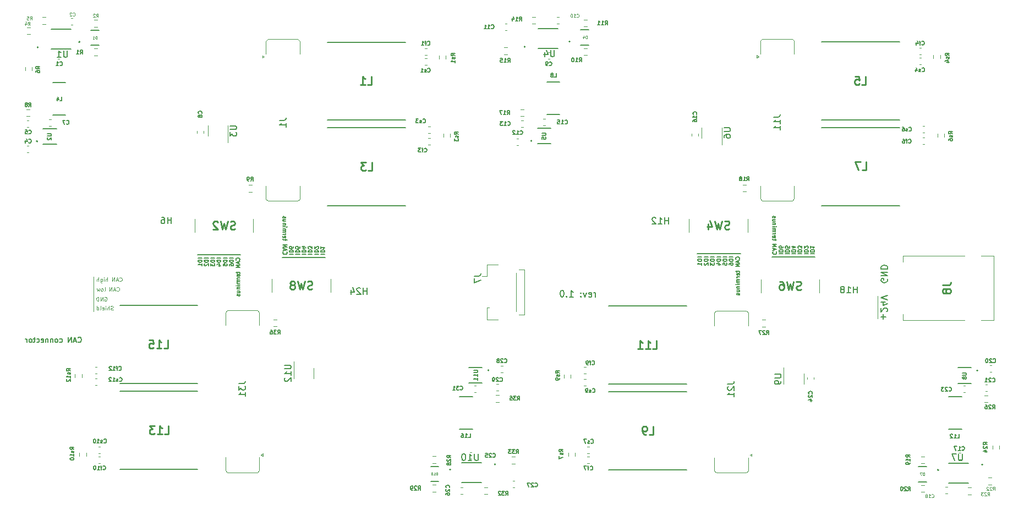
<source format=gbr>
G04 #@! TF.GenerationSoftware,KiCad,Pcbnew,(6.0.4)*
G04 #@! TF.CreationDate,2022-12-04T19:10:42+01:00*
G04 #@! TF.ProjectId,can_controller_board,63616e5f-636f-46e7-9472-6f6c6c65725f,1.0*
G04 #@! TF.SameCoordinates,Original*
G04 #@! TF.FileFunction,Legend,Bot*
G04 #@! TF.FilePolarity,Positive*
%FSLAX46Y46*%
G04 Gerber Fmt 4.6, Leading zero omitted, Abs format (unit mm)*
G04 Created by KiCad (PCBNEW (6.0.4)) date 2022-12-04 19:10:42*
%MOMM*%
%LPD*%
G01*
G04 APERTURE LIST*
%ADD10C,0.100000*%
%ADD11C,0.200000*%
%ADD12C,0.150000*%
%ADD13C,0.125000*%
%ADD14C,0.254000*%
%ADD15C,0.120000*%
%ADD16C,0.127000*%
G04 APERTURE END LIST*
D10*
X218175000Y-112610000D02*
X218175000Y-109140000D01*
X97600000Y-106169073D02*
X97600000Y-111500000D01*
D11*
X126596176Y-103187317D02*
X133246176Y-103187317D01*
X201946176Y-103137317D02*
X208596176Y-103137317D01*
X197096176Y-102637317D02*
X190446176Y-102637317D01*
X120196176Y-102787317D02*
X113546176Y-102787317D01*
D10*
X101571428Y-106814285D02*
X101600000Y-106842857D01*
X101685714Y-106871428D01*
X101742857Y-106871428D01*
X101828571Y-106842857D01*
X101885714Y-106785714D01*
X101914285Y-106728571D01*
X101942857Y-106614285D01*
X101942857Y-106528571D01*
X101914285Y-106414285D01*
X101885714Y-106357142D01*
X101828571Y-106300000D01*
X101742857Y-106271428D01*
X101685714Y-106271428D01*
X101600000Y-106300000D01*
X101571428Y-106328571D01*
X101342857Y-106700000D02*
X101057142Y-106700000D01*
X101400000Y-106871428D02*
X101200000Y-106271428D01*
X101000000Y-106871428D01*
X100800000Y-106871428D02*
X100800000Y-106271428D01*
X100457142Y-106871428D01*
X100457142Y-106271428D01*
X99714285Y-106871428D02*
X99714285Y-106271428D01*
X99457142Y-106871428D02*
X99457142Y-106557142D01*
X99485714Y-106500000D01*
X99542857Y-106471428D01*
X99628571Y-106471428D01*
X99685714Y-106500000D01*
X99714285Y-106528571D01*
X99171428Y-106871428D02*
X99171428Y-106471428D01*
X99171428Y-106271428D02*
X99200000Y-106300000D01*
X99171428Y-106328571D01*
X99142857Y-106300000D01*
X99171428Y-106271428D01*
X99171428Y-106328571D01*
X98628571Y-106471428D02*
X98628571Y-106957142D01*
X98657142Y-107014285D01*
X98685714Y-107042857D01*
X98742857Y-107071428D01*
X98828571Y-107071428D01*
X98885714Y-107042857D01*
X98628571Y-106842857D02*
X98685714Y-106871428D01*
X98800000Y-106871428D01*
X98857142Y-106842857D01*
X98885714Y-106814285D01*
X98914285Y-106757142D01*
X98914285Y-106585714D01*
X98885714Y-106528571D01*
X98857142Y-106500000D01*
X98800000Y-106471428D01*
X98685714Y-106471428D01*
X98628571Y-106500000D01*
X98342857Y-106871428D02*
X98342857Y-106271428D01*
X98085714Y-106871428D02*
X98085714Y-106557142D01*
X98114285Y-106500000D01*
X98171428Y-106471428D01*
X98257142Y-106471428D01*
X98314285Y-106500000D01*
X98342857Y-106528571D01*
D12*
X120010461Y-103619460D02*
X120039033Y-103590888D01*
X120067604Y-103505174D01*
X120067604Y-103448031D01*
X120039033Y-103362317D01*
X119981890Y-103305174D01*
X119924747Y-103276603D01*
X119810461Y-103248031D01*
X119724747Y-103248031D01*
X119610461Y-103276603D01*
X119553318Y-103305174D01*
X119496176Y-103362317D01*
X119467604Y-103448031D01*
X119467604Y-103505174D01*
X119496176Y-103590888D01*
X119524747Y-103619460D01*
X119896176Y-103848031D02*
X119896176Y-104133745D01*
X120067604Y-103790888D02*
X119467604Y-103990888D01*
X120067604Y-104190888D01*
X120067604Y-104390888D02*
X119467604Y-104390888D01*
X120067604Y-104733745D01*
X119467604Y-104733745D01*
X119667604Y-105390888D02*
X119667604Y-105619460D01*
X119467604Y-105476603D02*
X119981890Y-105476603D01*
X120039033Y-105505174D01*
X120067604Y-105562317D01*
X120067604Y-105619460D01*
X120039033Y-106048031D02*
X120067604Y-105990888D01*
X120067604Y-105876603D01*
X120039033Y-105819460D01*
X119981890Y-105790888D01*
X119753318Y-105790888D01*
X119696176Y-105819460D01*
X119667604Y-105876603D01*
X119667604Y-105990888D01*
X119696176Y-106048031D01*
X119753318Y-106076603D01*
X119810461Y-106076603D01*
X119867604Y-105790888D01*
X120067604Y-106333745D02*
X119667604Y-106333745D01*
X119781890Y-106333745D02*
X119724747Y-106362317D01*
X119696176Y-106390888D01*
X119667604Y-106448031D01*
X119667604Y-106505174D01*
X120067604Y-106705174D02*
X119667604Y-106705174D01*
X119724747Y-106705174D02*
X119696176Y-106733745D01*
X119667604Y-106790888D01*
X119667604Y-106876603D01*
X119696176Y-106933745D01*
X119753318Y-106962317D01*
X120067604Y-106962317D01*
X119753318Y-106962317D02*
X119696176Y-106990888D01*
X119667604Y-107048031D01*
X119667604Y-107133745D01*
X119696176Y-107190888D01*
X119753318Y-107219460D01*
X120067604Y-107219460D01*
X120067604Y-107505174D02*
X119667604Y-107505174D01*
X119467604Y-107505174D02*
X119496176Y-107476603D01*
X119524747Y-107505174D01*
X119496176Y-107533745D01*
X119467604Y-107505174D01*
X119524747Y-107505174D01*
X119667604Y-107790888D02*
X120067604Y-107790888D01*
X119724747Y-107790888D02*
X119696176Y-107819460D01*
X119667604Y-107876603D01*
X119667604Y-107962317D01*
X119696176Y-108019460D01*
X119753318Y-108048031D01*
X120067604Y-108048031D01*
X119667604Y-108590888D02*
X120067604Y-108590888D01*
X119667604Y-108333745D02*
X119981890Y-108333745D01*
X120039033Y-108362317D01*
X120067604Y-108419460D01*
X120067604Y-108505174D01*
X120039033Y-108562317D01*
X120010461Y-108590888D01*
X120039033Y-108848031D02*
X120067604Y-108905174D01*
X120067604Y-109019460D01*
X120039033Y-109076603D01*
X119981890Y-109105174D01*
X119953318Y-109105174D01*
X119896176Y-109076603D01*
X119867604Y-109019460D01*
X119867604Y-108933745D01*
X119839033Y-108876603D01*
X119781890Y-108848031D01*
X119753318Y-108848031D01*
X119696176Y-108876603D01*
X119667604Y-108933745D01*
X119667604Y-109019460D01*
X119696176Y-109076603D01*
X202131890Y-102305173D02*
X202103318Y-102333745D01*
X202074747Y-102419459D01*
X202074747Y-102476602D01*
X202103318Y-102562316D01*
X202160461Y-102619459D01*
X202217604Y-102648031D01*
X202331890Y-102676602D01*
X202417604Y-102676602D01*
X202531890Y-102648031D01*
X202589033Y-102619459D01*
X202646176Y-102562316D01*
X202674747Y-102476602D01*
X202674747Y-102419459D01*
X202646176Y-102333745D01*
X202617604Y-102305173D01*
X202246176Y-102076602D02*
X202246176Y-101790888D01*
X202074747Y-102133745D02*
X202674747Y-101933745D01*
X202074747Y-101733745D01*
X202074747Y-101533745D02*
X202674747Y-101533745D01*
X202074747Y-101190888D01*
X202674747Y-101190888D01*
X202474747Y-100533745D02*
X202474747Y-100305173D01*
X202674747Y-100448031D02*
X202160461Y-100448031D01*
X202103318Y-100419459D01*
X202074747Y-100362316D01*
X202074747Y-100305173D01*
X202103318Y-99876602D02*
X202074747Y-99933745D01*
X202074747Y-100048031D01*
X202103318Y-100105173D01*
X202160461Y-100133745D01*
X202389033Y-100133745D01*
X202446176Y-100105173D01*
X202474747Y-100048031D01*
X202474747Y-99933745D01*
X202446176Y-99876602D01*
X202389033Y-99848031D01*
X202331890Y-99848031D01*
X202274747Y-100133745D01*
X202074747Y-99590888D02*
X202474747Y-99590888D01*
X202360461Y-99590888D02*
X202417604Y-99562316D01*
X202446176Y-99533745D01*
X202474747Y-99476602D01*
X202474747Y-99419459D01*
X202074747Y-99219459D02*
X202474747Y-99219459D01*
X202417604Y-99219459D02*
X202446176Y-99190888D01*
X202474747Y-99133745D01*
X202474747Y-99048031D01*
X202446176Y-98990888D01*
X202389033Y-98962316D01*
X202074747Y-98962316D01*
X202389033Y-98962316D02*
X202446176Y-98933745D01*
X202474747Y-98876602D01*
X202474747Y-98790888D01*
X202446176Y-98733745D01*
X202389033Y-98705173D01*
X202074747Y-98705173D01*
X202074747Y-98419459D02*
X202474747Y-98419459D01*
X202674747Y-98419459D02*
X202646176Y-98448031D01*
X202617604Y-98419459D01*
X202646176Y-98390888D01*
X202674747Y-98419459D01*
X202617604Y-98419459D01*
X202474747Y-98133745D02*
X202074747Y-98133745D01*
X202417604Y-98133745D02*
X202446176Y-98105173D01*
X202474747Y-98048031D01*
X202474747Y-97962316D01*
X202446176Y-97905173D01*
X202389033Y-97876602D01*
X202074747Y-97876602D01*
X202474747Y-97333745D02*
X202074747Y-97333745D01*
X202474747Y-97590888D02*
X202160461Y-97590888D01*
X202103318Y-97562316D01*
X202074747Y-97505173D01*
X202074747Y-97419459D01*
X202103318Y-97362316D01*
X202131890Y-97333745D01*
X202103318Y-97076602D02*
X202074747Y-97019459D01*
X202074747Y-96905173D01*
X202103318Y-96848031D01*
X202160461Y-96819459D01*
X202189033Y-96819459D01*
X202246176Y-96848031D01*
X202274747Y-96905173D01*
X202274747Y-96990888D01*
X202303318Y-97048031D01*
X202360461Y-97076602D01*
X202389033Y-97076602D01*
X202446176Y-97048031D01*
X202474747Y-96990888D01*
X202474747Y-96905173D01*
X202446176Y-96848031D01*
X219700000Y-106486904D02*
X219747619Y-106582142D01*
X219747619Y-106725000D01*
X219700000Y-106867857D01*
X219604761Y-106963095D01*
X219509523Y-107010714D01*
X219319047Y-107058333D01*
X219176190Y-107058333D01*
X218985714Y-107010714D01*
X218890476Y-106963095D01*
X218795238Y-106867857D01*
X218747619Y-106725000D01*
X218747619Y-106629761D01*
X218795238Y-106486904D01*
X218842857Y-106439285D01*
X219176190Y-106439285D01*
X219176190Y-106629761D01*
X218747619Y-106010714D02*
X219747619Y-106010714D01*
X218747619Y-105439285D01*
X219747619Y-105439285D01*
X218747619Y-104963095D02*
X219747619Y-104963095D01*
X219747619Y-104725000D01*
X219700000Y-104582142D01*
X219604761Y-104486904D01*
X219509523Y-104439285D01*
X219319047Y-104391666D01*
X219176190Y-104391666D01*
X218985714Y-104439285D01*
X218890476Y-104486904D01*
X218795238Y-104582142D01*
X218747619Y-104725000D01*
X218747619Y-104963095D01*
D10*
X101157142Y-108314285D02*
X101185714Y-108342857D01*
X101271428Y-108371428D01*
X101328571Y-108371428D01*
X101414285Y-108342857D01*
X101471428Y-108285714D01*
X101500000Y-108228571D01*
X101528571Y-108114285D01*
X101528571Y-108028571D01*
X101500000Y-107914285D01*
X101471428Y-107857142D01*
X101414285Y-107800000D01*
X101328571Y-107771428D01*
X101271428Y-107771428D01*
X101185714Y-107800000D01*
X101157142Y-107828571D01*
X100928571Y-108200000D02*
X100642857Y-108200000D01*
X100985714Y-108371428D02*
X100785714Y-107771428D01*
X100585714Y-108371428D01*
X100385714Y-108371428D02*
X100385714Y-107771428D01*
X100042857Y-108371428D01*
X100042857Y-107771428D01*
X99214285Y-108371428D02*
X99271428Y-108342857D01*
X99300000Y-108285714D01*
X99300000Y-107771428D01*
X98900000Y-108371428D02*
X98957142Y-108342857D01*
X98985714Y-108314285D01*
X99014285Y-108257142D01*
X99014285Y-108085714D01*
X98985714Y-108028571D01*
X98957142Y-108000000D01*
X98900000Y-107971428D01*
X98814285Y-107971428D01*
X98757142Y-108000000D01*
X98728571Y-108028571D01*
X98700000Y-108085714D01*
X98700000Y-108257142D01*
X98728571Y-108314285D01*
X98757142Y-108342857D01*
X98814285Y-108371428D01*
X98900000Y-108371428D01*
X98500000Y-107971428D02*
X98385714Y-108371428D01*
X98271428Y-108085714D01*
X98157142Y-108371428D01*
X98042857Y-107971428D01*
D12*
X126781890Y-102355173D02*
X126753318Y-102383745D01*
X126724747Y-102469459D01*
X126724747Y-102526602D01*
X126753318Y-102612316D01*
X126810461Y-102669459D01*
X126867604Y-102698031D01*
X126981890Y-102726602D01*
X127067604Y-102726602D01*
X127181890Y-102698031D01*
X127239033Y-102669459D01*
X127296176Y-102612316D01*
X127324747Y-102526602D01*
X127324747Y-102469459D01*
X127296176Y-102383745D01*
X127267604Y-102355173D01*
X126896176Y-102126602D02*
X126896176Y-101840888D01*
X126724747Y-102183745D02*
X127324747Y-101983745D01*
X126724747Y-101783745D01*
X126724747Y-101583745D02*
X127324747Y-101583745D01*
X126724747Y-101240888D01*
X127324747Y-101240888D01*
X127124747Y-100583745D02*
X127124747Y-100355173D01*
X127324747Y-100498031D02*
X126810461Y-100498031D01*
X126753318Y-100469459D01*
X126724747Y-100412316D01*
X126724747Y-100355173D01*
X126753318Y-99926602D02*
X126724747Y-99983745D01*
X126724747Y-100098031D01*
X126753318Y-100155173D01*
X126810461Y-100183745D01*
X127039033Y-100183745D01*
X127096176Y-100155173D01*
X127124747Y-100098031D01*
X127124747Y-99983745D01*
X127096176Y-99926602D01*
X127039033Y-99898031D01*
X126981890Y-99898031D01*
X126924747Y-100183745D01*
X126724747Y-99640888D02*
X127124747Y-99640888D01*
X127010461Y-99640888D02*
X127067604Y-99612316D01*
X127096176Y-99583745D01*
X127124747Y-99526602D01*
X127124747Y-99469459D01*
X126724747Y-99269459D02*
X127124747Y-99269459D01*
X127067604Y-99269459D02*
X127096176Y-99240888D01*
X127124747Y-99183745D01*
X127124747Y-99098031D01*
X127096176Y-99040888D01*
X127039033Y-99012316D01*
X126724747Y-99012316D01*
X127039033Y-99012316D02*
X127096176Y-98983745D01*
X127124747Y-98926602D01*
X127124747Y-98840888D01*
X127096176Y-98783745D01*
X127039033Y-98755173D01*
X126724747Y-98755173D01*
X126724747Y-98469459D02*
X127124747Y-98469459D01*
X127324747Y-98469459D02*
X127296176Y-98498031D01*
X127267604Y-98469459D01*
X127296176Y-98440888D01*
X127324747Y-98469459D01*
X127267604Y-98469459D01*
X127124747Y-98183745D02*
X126724747Y-98183745D01*
X127067604Y-98183745D02*
X127096176Y-98155173D01*
X127124747Y-98098031D01*
X127124747Y-98012316D01*
X127096176Y-97955173D01*
X127039033Y-97926602D01*
X126724747Y-97926602D01*
X127124747Y-97383745D02*
X126724747Y-97383745D01*
X127124747Y-97640888D02*
X126810461Y-97640888D01*
X126753318Y-97612316D01*
X126724747Y-97555173D01*
X126724747Y-97469459D01*
X126753318Y-97412316D01*
X126781890Y-97383745D01*
X126753318Y-97126602D02*
X126724747Y-97069459D01*
X126724747Y-96955173D01*
X126753318Y-96898031D01*
X126810461Y-96869459D01*
X126839033Y-96869459D01*
X126896176Y-96898031D01*
X126924747Y-96955173D01*
X126924747Y-97040888D01*
X126953318Y-97098031D01*
X127010461Y-97126602D01*
X127039033Y-97126602D01*
X127096176Y-97098031D01*
X127124747Y-97040888D01*
X127124747Y-96955173D01*
X127096176Y-96898031D01*
X207889747Y-102623031D02*
X208489747Y-102623031D01*
X207889747Y-102337317D02*
X208489747Y-102337317D01*
X208489747Y-102194459D01*
X208461176Y-102108745D01*
X208404033Y-102051602D01*
X208346890Y-102023031D01*
X208232604Y-101994459D01*
X208146890Y-101994459D01*
X208032604Y-102023031D01*
X207975461Y-102051602D01*
X207918318Y-102108745D01*
X207889747Y-102194459D01*
X207889747Y-102337317D01*
X207889747Y-101423031D02*
X207889747Y-101765888D01*
X207889747Y-101594459D02*
X208489747Y-101594459D01*
X208404033Y-101651602D01*
X208346890Y-101708745D01*
X208318318Y-101765888D01*
X206923747Y-102623031D02*
X207523747Y-102623031D01*
X206923747Y-102337317D02*
X207523747Y-102337317D01*
X207523747Y-102194459D01*
X207495176Y-102108745D01*
X207438033Y-102051602D01*
X207380890Y-102023031D01*
X207266604Y-101994459D01*
X207180890Y-101994459D01*
X207066604Y-102023031D01*
X207009461Y-102051602D01*
X206952318Y-102108745D01*
X206923747Y-102194459D01*
X206923747Y-102337317D01*
X207466604Y-101765888D02*
X207495176Y-101737317D01*
X207523747Y-101680174D01*
X207523747Y-101537317D01*
X207495176Y-101480174D01*
X207466604Y-101451602D01*
X207409461Y-101423031D01*
X207352318Y-101423031D01*
X207266604Y-101451602D01*
X206923747Y-101794459D01*
X206923747Y-101423031D01*
X205957747Y-102623031D02*
X206557747Y-102623031D01*
X205957747Y-102337317D02*
X206557747Y-102337317D01*
X206557747Y-102194459D01*
X206529176Y-102108745D01*
X206472033Y-102051602D01*
X206414890Y-102023031D01*
X206300604Y-101994459D01*
X206214890Y-101994459D01*
X206100604Y-102023031D01*
X206043461Y-102051602D01*
X205986318Y-102108745D01*
X205957747Y-102194459D01*
X205957747Y-102337317D01*
X206557747Y-101794459D02*
X206557747Y-101423031D01*
X206329176Y-101623031D01*
X206329176Y-101537317D01*
X206300604Y-101480174D01*
X206272033Y-101451602D01*
X206214890Y-101423031D01*
X206072033Y-101423031D01*
X206014890Y-101451602D01*
X205986318Y-101480174D01*
X205957747Y-101537317D01*
X205957747Y-101708745D01*
X205986318Y-101765888D01*
X206014890Y-101794459D01*
X204991747Y-102623031D02*
X205591747Y-102623031D01*
X204991747Y-102337317D02*
X205591747Y-102337317D01*
X205591747Y-102194459D01*
X205563176Y-102108745D01*
X205506033Y-102051602D01*
X205448890Y-102023031D01*
X205334604Y-101994459D01*
X205248890Y-101994459D01*
X205134604Y-102023031D01*
X205077461Y-102051602D01*
X205020318Y-102108745D01*
X204991747Y-102194459D01*
X204991747Y-102337317D01*
X205391747Y-101480174D02*
X204991747Y-101480174D01*
X205620318Y-101623031D02*
X205191747Y-101765888D01*
X205191747Y-101394459D01*
X204025747Y-102623031D02*
X204625747Y-102623031D01*
X204025747Y-102337317D02*
X204625747Y-102337317D01*
X204625747Y-102194459D01*
X204597176Y-102108745D01*
X204540033Y-102051602D01*
X204482890Y-102023031D01*
X204368604Y-101994459D01*
X204282890Y-101994459D01*
X204168604Y-102023031D01*
X204111461Y-102051602D01*
X204054318Y-102108745D01*
X204025747Y-102194459D01*
X204025747Y-102337317D01*
X204625747Y-101451602D02*
X204625747Y-101737317D01*
X204340033Y-101765888D01*
X204368604Y-101737317D01*
X204397176Y-101680174D01*
X204397176Y-101537317D01*
X204368604Y-101480174D01*
X204340033Y-101451602D01*
X204282890Y-101423031D01*
X204140033Y-101423031D01*
X204082890Y-101451602D01*
X204054318Y-101480174D01*
X204025747Y-101537317D01*
X204025747Y-101680174D01*
X204054318Y-101737317D01*
X204082890Y-101765888D01*
X203059747Y-102623031D02*
X203659747Y-102623031D01*
X203059747Y-102337317D02*
X203659747Y-102337317D01*
X203659747Y-102194459D01*
X203631176Y-102108745D01*
X203574033Y-102051602D01*
X203516890Y-102023031D01*
X203402604Y-101994459D01*
X203316890Y-101994459D01*
X203202604Y-102023031D01*
X203145461Y-102051602D01*
X203088318Y-102108745D01*
X203059747Y-102194459D01*
X203059747Y-102337317D01*
X203659747Y-101480174D02*
X203659747Y-101594459D01*
X203631176Y-101651602D01*
X203602604Y-101680174D01*
X203516890Y-101737317D01*
X203402604Y-101765888D01*
X203174033Y-101765888D01*
X203116890Y-101737317D01*
X203088318Y-101708745D01*
X203059747Y-101651602D01*
X203059747Y-101537317D01*
X203088318Y-101480174D01*
X203116890Y-101451602D01*
X203174033Y-101423031D01*
X203316890Y-101423031D01*
X203374033Y-101451602D01*
X203402604Y-101480174D01*
X203431176Y-101537317D01*
X203431176Y-101651602D01*
X203402604Y-101708745D01*
X203374033Y-101737317D01*
X203316890Y-101765888D01*
D10*
X100571428Y-111242857D02*
X100485714Y-111271428D01*
X100342857Y-111271428D01*
X100285714Y-111242857D01*
X100257142Y-111214285D01*
X100228571Y-111157142D01*
X100228571Y-111100000D01*
X100257142Y-111042857D01*
X100285714Y-111014285D01*
X100342857Y-110985714D01*
X100457142Y-110957142D01*
X100514285Y-110928571D01*
X100542857Y-110900000D01*
X100571428Y-110842857D01*
X100571428Y-110785714D01*
X100542857Y-110728571D01*
X100514285Y-110700000D01*
X100457142Y-110671428D01*
X100314285Y-110671428D01*
X100228571Y-110700000D01*
X99971428Y-111271428D02*
X99971428Y-110671428D01*
X99714285Y-111271428D02*
X99714285Y-110957142D01*
X99742857Y-110900000D01*
X99800000Y-110871428D01*
X99885714Y-110871428D01*
X99942857Y-110900000D01*
X99971428Y-110928571D01*
X99428571Y-111271428D02*
X99428571Y-110871428D01*
X99428571Y-110671428D02*
X99457142Y-110700000D01*
X99428571Y-110728571D01*
X99400000Y-110700000D01*
X99428571Y-110671428D01*
X99428571Y-110728571D01*
X98914285Y-111242857D02*
X98971428Y-111271428D01*
X99085714Y-111271428D01*
X99142857Y-111242857D01*
X99171428Y-111185714D01*
X99171428Y-110957142D01*
X99142857Y-110900000D01*
X99085714Y-110871428D01*
X98971428Y-110871428D01*
X98914285Y-110900000D01*
X98885714Y-110957142D01*
X98885714Y-111014285D01*
X99171428Y-111071428D01*
X98542857Y-111271428D02*
X98600000Y-111242857D01*
X98628571Y-111185714D01*
X98628571Y-110671428D01*
X98057142Y-111271428D02*
X98057142Y-110671428D01*
X98057142Y-111242857D02*
X98114285Y-111271428D01*
X98228571Y-111271428D01*
X98285714Y-111242857D01*
X98314285Y-111214285D01*
X98342857Y-111157142D01*
X98342857Y-110985714D01*
X98314285Y-110928571D01*
X98285714Y-110900000D01*
X98228571Y-110871428D01*
X98114285Y-110871428D01*
X98057142Y-110900000D01*
D12*
X196910461Y-103469460D02*
X196939033Y-103440888D01*
X196967604Y-103355174D01*
X196967604Y-103298031D01*
X196939033Y-103212317D01*
X196881890Y-103155174D01*
X196824747Y-103126603D01*
X196710461Y-103098031D01*
X196624747Y-103098031D01*
X196510461Y-103126603D01*
X196453318Y-103155174D01*
X196396176Y-103212317D01*
X196367604Y-103298031D01*
X196367604Y-103355174D01*
X196396176Y-103440888D01*
X196424747Y-103469460D01*
X196796176Y-103698031D02*
X196796176Y-103983745D01*
X196967604Y-103640888D02*
X196367604Y-103840888D01*
X196967604Y-104040888D01*
X196967604Y-104240888D02*
X196367604Y-104240888D01*
X196967604Y-104583745D01*
X196367604Y-104583745D01*
X196567604Y-105240888D02*
X196567604Y-105469460D01*
X196367604Y-105326603D02*
X196881890Y-105326603D01*
X196939033Y-105355174D01*
X196967604Y-105412317D01*
X196967604Y-105469460D01*
X196939033Y-105898031D02*
X196967604Y-105840888D01*
X196967604Y-105726603D01*
X196939033Y-105669460D01*
X196881890Y-105640888D01*
X196653318Y-105640888D01*
X196596176Y-105669460D01*
X196567604Y-105726603D01*
X196567604Y-105840888D01*
X196596176Y-105898031D01*
X196653318Y-105926603D01*
X196710461Y-105926603D01*
X196767604Y-105640888D01*
X196967604Y-106183745D02*
X196567604Y-106183745D01*
X196681890Y-106183745D02*
X196624747Y-106212317D01*
X196596176Y-106240888D01*
X196567604Y-106298031D01*
X196567604Y-106355174D01*
X196967604Y-106555174D02*
X196567604Y-106555174D01*
X196624747Y-106555174D02*
X196596176Y-106583745D01*
X196567604Y-106640888D01*
X196567604Y-106726603D01*
X196596176Y-106783745D01*
X196653318Y-106812317D01*
X196967604Y-106812317D01*
X196653318Y-106812317D02*
X196596176Y-106840888D01*
X196567604Y-106898031D01*
X196567604Y-106983745D01*
X196596176Y-107040888D01*
X196653318Y-107069460D01*
X196967604Y-107069460D01*
X196967604Y-107355174D02*
X196567604Y-107355174D01*
X196367604Y-107355174D02*
X196396176Y-107326603D01*
X196424747Y-107355174D01*
X196396176Y-107383745D01*
X196367604Y-107355174D01*
X196424747Y-107355174D01*
X196567604Y-107640888D02*
X196967604Y-107640888D01*
X196624747Y-107640888D02*
X196596176Y-107669460D01*
X196567604Y-107726603D01*
X196567604Y-107812317D01*
X196596176Y-107869460D01*
X196653318Y-107898031D01*
X196967604Y-107898031D01*
X196567604Y-108440888D02*
X196967604Y-108440888D01*
X196567604Y-108183745D02*
X196881890Y-108183745D01*
X196939033Y-108212317D01*
X196967604Y-108269460D01*
X196967604Y-108355174D01*
X196939033Y-108412317D01*
X196910461Y-108440888D01*
X196939033Y-108698031D02*
X196967604Y-108755174D01*
X196967604Y-108869460D01*
X196939033Y-108926603D01*
X196881890Y-108955174D01*
X196853318Y-108955174D01*
X196796176Y-108926603D01*
X196767604Y-108869460D01*
X196767604Y-108783745D01*
X196739033Y-108726603D01*
X196681890Y-108698031D01*
X196653318Y-108698031D01*
X196596176Y-108726603D01*
X196567604Y-108783745D01*
X196567604Y-108869460D01*
X196596176Y-108926603D01*
D11*
X174790476Y-109252380D02*
X174790476Y-108585714D01*
X174790476Y-108776190D02*
X174742857Y-108680952D01*
X174695238Y-108633333D01*
X174600000Y-108585714D01*
X174504761Y-108585714D01*
X173790476Y-109204761D02*
X173885714Y-109252380D01*
X174076190Y-109252380D01*
X174171428Y-109204761D01*
X174219047Y-109109523D01*
X174219047Y-108728571D01*
X174171428Y-108633333D01*
X174076190Y-108585714D01*
X173885714Y-108585714D01*
X173790476Y-108633333D01*
X173742857Y-108728571D01*
X173742857Y-108823809D01*
X174219047Y-108919047D01*
X173409523Y-108585714D02*
X173171428Y-109252380D01*
X172933333Y-108585714D01*
X172552380Y-109157142D02*
X172504761Y-109204761D01*
X172552380Y-109252380D01*
X172600000Y-109204761D01*
X172552380Y-109157142D01*
X172552380Y-109252380D01*
X172552380Y-108633333D02*
X172504761Y-108680952D01*
X172552380Y-108728571D01*
X172600000Y-108680952D01*
X172552380Y-108633333D01*
X172552380Y-108728571D01*
X170790476Y-109252380D02*
X171361904Y-109252380D01*
X171076190Y-109252380D02*
X171076190Y-108252380D01*
X171171428Y-108395238D01*
X171266666Y-108490476D01*
X171361904Y-108538095D01*
X170361904Y-109157142D02*
X170314285Y-109204761D01*
X170361904Y-109252380D01*
X170409523Y-109204761D01*
X170361904Y-109157142D01*
X170361904Y-109252380D01*
X169695238Y-108252380D02*
X169600000Y-108252380D01*
X169504761Y-108300000D01*
X169457142Y-108347619D01*
X169409523Y-108442857D01*
X169361904Y-108633333D01*
X169361904Y-108871428D01*
X169409523Y-109061904D01*
X169457142Y-109157142D01*
X169504761Y-109204761D01*
X169600000Y-109252380D01*
X169695238Y-109252380D01*
X169790476Y-109204761D01*
X169838095Y-109157142D01*
X169885714Y-109061904D01*
X169933333Y-108871428D01*
X169933333Y-108633333D01*
X169885714Y-108442857D01*
X169838095Y-108347619D01*
X169790476Y-108300000D01*
X169695238Y-108252380D01*
D12*
X114252604Y-103301602D02*
X113652604Y-103301602D01*
X114252604Y-103587317D02*
X113652604Y-103587317D01*
X113652604Y-103730174D01*
X113681176Y-103815888D01*
X113738318Y-103873031D01*
X113795461Y-103901602D01*
X113909747Y-103930174D01*
X113995461Y-103930174D01*
X114109747Y-103901602D01*
X114166890Y-103873031D01*
X114224033Y-103815888D01*
X114252604Y-103730174D01*
X114252604Y-103587317D01*
X114252604Y-104501602D02*
X114252604Y-104158745D01*
X114252604Y-104330174D02*
X113652604Y-104330174D01*
X113738318Y-104273031D01*
X113795461Y-104215888D01*
X113824033Y-104158745D01*
X115218604Y-103301602D02*
X114618604Y-103301602D01*
X115218604Y-103587317D02*
X114618604Y-103587317D01*
X114618604Y-103730174D01*
X114647176Y-103815888D01*
X114704318Y-103873031D01*
X114761461Y-103901602D01*
X114875747Y-103930174D01*
X114961461Y-103930174D01*
X115075747Y-103901602D01*
X115132890Y-103873031D01*
X115190033Y-103815888D01*
X115218604Y-103730174D01*
X115218604Y-103587317D01*
X114675747Y-104158745D02*
X114647176Y-104187317D01*
X114618604Y-104244459D01*
X114618604Y-104387317D01*
X114647176Y-104444459D01*
X114675747Y-104473031D01*
X114732890Y-104501602D01*
X114790033Y-104501602D01*
X114875747Y-104473031D01*
X115218604Y-104130174D01*
X115218604Y-104501602D01*
X116184604Y-103301602D02*
X115584604Y-103301602D01*
X116184604Y-103587317D02*
X115584604Y-103587317D01*
X115584604Y-103730174D01*
X115613176Y-103815888D01*
X115670318Y-103873031D01*
X115727461Y-103901602D01*
X115841747Y-103930174D01*
X115927461Y-103930174D01*
X116041747Y-103901602D01*
X116098890Y-103873031D01*
X116156033Y-103815888D01*
X116184604Y-103730174D01*
X116184604Y-103587317D01*
X115584604Y-104130174D02*
X115584604Y-104501602D01*
X115813176Y-104301602D01*
X115813176Y-104387317D01*
X115841747Y-104444459D01*
X115870318Y-104473031D01*
X115927461Y-104501602D01*
X116070318Y-104501602D01*
X116127461Y-104473031D01*
X116156033Y-104444459D01*
X116184604Y-104387317D01*
X116184604Y-104215888D01*
X116156033Y-104158745D01*
X116127461Y-104130174D01*
X117150604Y-103301602D02*
X116550604Y-103301602D01*
X117150604Y-103587317D02*
X116550604Y-103587317D01*
X116550604Y-103730174D01*
X116579176Y-103815888D01*
X116636318Y-103873031D01*
X116693461Y-103901602D01*
X116807747Y-103930174D01*
X116893461Y-103930174D01*
X117007747Y-103901602D01*
X117064890Y-103873031D01*
X117122033Y-103815888D01*
X117150604Y-103730174D01*
X117150604Y-103587317D01*
X116750604Y-104444459D02*
X117150604Y-104444459D01*
X116522033Y-104301602D02*
X116950604Y-104158745D01*
X116950604Y-104530174D01*
X118116604Y-103301602D02*
X117516604Y-103301602D01*
X118116604Y-103587317D02*
X117516604Y-103587317D01*
X117516604Y-103730174D01*
X117545176Y-103815888D01*
X117602318Y-103873031D01*
X117659461Y-103901602D01*
X117773747Y-103930174D01*
X117859461Y-103930174D01*
X117973747Y-103901602D01*
X118030890Y-103873031D01*
X118088033Y-103815888D01*
X118116604Y-103730174D01*
X118116604Y-103587317D01*
X117516604Y-104473031D02*
X117516604Y-104187317D01*
X117802318Y-104158745D01*
X117773747Y-104187317D01*
X117745176Y-104244459D01*
X117745176Y-104387317D01*
X117773747Y-104444459D01*
X117802318Y-104473031D01*
X117859461Y-104501602D01*
X118002318Y-104501602D01*
X118059461Y-104473031D01*
X118088033Y-104444459D01*
X118116604Y-104387317D01*
X118116604Y-104244459D01*
X118088033Y-104187317D01*
X118059461Y-104158745D01*
X119082604Y-103301602D02*
X118482604Y-103301602D01*
X119082604Y-103587317D02*
X118482604Y-103587317D01*
X118482604Y-103730174D01*
X118511176Y-103815888D01*
X118568318Y-103873031D01*
X118625461Y-103901602D01*
X118739747Y-103930174D01*
X118825461Y-103930174D01*
X118939747Y-103901602D01*
X118996890Y-103873031D01*
X119054033Y-103815888D01*
X119082604Y-103730174D01*
X119082604Y-103587317D01*
X118482604Y-104444459D02*
X118482604Y-104330174D01*
X118511176Y-104273031D01*
X118539747Y-104244459D01*
X118625461Y-104187317D01*
X118739747Y-104158745D01*
X118968318Y-104158745D01*
X119025461Y-104187317D01*
X119054033Y-104215888D01*
X119082604Y-104273031D01*
X119082604Y-104387317D01*
X119054033Y-104444459D01*
X119025461Y-104473031D01*
X118968318Y-104501602D01*
X118825461Y-104501602D01*
X118768318Y-104473031D01*
X118739747Y-104444459D01*
X118711176Y-104387317D01*
X118711176Y-104273031D01*
X118739747Y-104215888D01*
X118768318Y-104187317D01*
X118825461Y-104158745D01*
D11*
X95171428Y-116185714D02*
X95209523Y-116223809D01*
X95323809Y-116261904D01*
X95400000Y-116261904D01*
X95514285Y-116223809D01*
X95590476Y-116147619D01*
X95628571Y-116071428D01*
X95666666Y-115919047D01*
X95666666Y-115804761D01*
X95628571Y-115652380D01*
X95590476Y-115576190D01*
X95514285Y-115500000D01*
X95400000Y-115461904D01*
X95323809Y-115461904D01*
X95209523Y-115500000D01*
X95171428Y-115538095D01*
X94866666Y-116033333D02*
X94485714Y-116033333D01*
X94942857Y-116261904D02*
X94676190Y-115461904D01*
X94409523Y-116261904D01*
X94142857Y-116261904D02*
X94142857Y-115461904D01*
X93685714Y-116261904D01*
X93685714Y-115461904D01*
X92352380Y-116223809D02*
X92428571Y-116261904D01*
X92580952Y-116261904D01*
X92657142Y-116223809D01*
X92695238Y-116185714D01*
X92733333Y-116109523D01*
X92733333Y-115880952D01*
X92695238Y-115804761D01*
X92657142Y-115766666D01*
X92580952Y-115728571D01*
X92428571Y-115728571D01*
X92352380Y-115766666D01*
X91895238Y-116261904D02*
X91971428Y-116223809D01*
X92009523Y-116185714D01*
X92047619Y-116109523D01*
X92047619Y-115880952D01*
X92009523Y-115804761D01*
X91971428Y-115766666D01*
X91895238Y-115728571D01*
X91780952Y-115728571D01*
X91704761Y-115766666D01*
X91666666Y-115804761D01*
X91628571Y-115880952D01*
X91628571Y-116109523D01*
X91666666Y-116185714D01*
X91704761Y-116223809D01*
X91780952Y-116261904D01*
X91895238Y-116261904D01*
X91285714Y-115728571D02*
X91285714Y-116261904D01*
X91285714Y-115804761D02*
X91247619Y-115766666D01*
X91171428Y-115728571D01*
X91057142Y-115728571D01*
X90980952Y-115766666D01*
X90942857Y-115842857D01*
X90942857Y-116261904D01*
X90561904Y-115728571D02*
X90561904Y-116261904D01*
X90561904Y-115804761D02*
X90523809Y-115766666D01*
X90447619Y-115728571D01*
X90333333Y-115728571D01*
X90257142Y-115766666D01*
X90219047Y-115842857D01*
X90219047Y-116261904D01*
X89533333Y-116223809D02*
X89609523Y-116261904D01*
X89761904Y-116261904D01*
X89838095Y-116223809D01*
X89876190Y-116147619D01*
X89876190Y-115842857D01*
X89838095Y-115766666D01*
X89761904Y-115728571D01*
X89609523Y-115728571D01*
X89533333Y-115766666D01*
X89495238Y-115842857D01*
X89495238Y-115919047D01*
X89876190Y-115995238D01*
X88809523Y-116223809D02*
X88885714Y-116261904D01*
X89038095Y-116261904D01*
X89114285Y-116223809D01*
X89152380Y-116185714D01*
X89190476Y-116109523D01*
X89190476Y-115880952D01*
X89152380Y-115804761D01*
X89114285Y-115766666D01*
X89038095Y-115728571D01*
X88885714Y-115728571D01*
X88809523Y-115766666D01*
X88580952Y-115728571D02*
X88276190Y-115728571D01*
X88466666Y-115461904D02*
X88466666Y-116147619D01*
X88428571Y-116223809D01*
X88352380Y-116261904D01*
X88276190Y-116261904D01*
X87895238Y-116261904D02*
X87971428Y-116223809D01*
X88009523Y-116185714D01*
X88047619Y-116109523D01*
X88047619Y-115880952D01*
X88009523Y-115804761D01*
X87971428Y-115766666D01*
X87895238Y-115728571D01*
X87780952Y-115728571D01*
X87704761Y-115766666D01*
X87666666Y-115804761D01*
X87628571Y-115880952D01*
X87628571Y-116109523D01*
X87666666Y-116185714D01*
X87704761Y-116223809D01*
X87780952Y-116261904D01*
X87895238Y-116261904D01*
X87285714Y-116261904D02*
X87285714Y-115728571D01*
X87285714Y-115880952D02*
X87247619Y-115804761D01*
X87209523Y-115766666D01*
X87133333Y-115728571D01*
X87057142Y-115728571D01*
D12*
X219078571Y-112711904D02*
X219078571Y-111950000D01*
X218697619Y-112330952D02*
X219459523Y-112330952D01*
X219602380Y-111521428D02*
X219650000Y-111473809D01*
X219697619Y-111378571D01*
X219697619Y-111140476D01*
X219650000Y-111045238D01*
X219602380Y-110997619D01*
X219507142Y-110950000D01*
X219411904Y-110950000D01*
X219269047Y-110997619D01*
X218697619Y-111569047D01*
X218697619Y-110950000D01*
X219364285Y-110092857D02*
X218697619Y-110092857D01*
X219745238Y-110330952D02*
X219030952Y-110569047D01*
X219030952Y-109950000D01*
X219697619Y-109711904D02*
X218697619Y-109378571D01*
X219697619Y-109045238D01*
D10*
X99257142Y-109300000D02*
X99314285Y-109271428D01*
X99400000Y-109271428D01*
X99485714Y-109300000D01*
X99542857Y-109357142D01*
X99571428Y-109414285D01*
X99600000Y-109528571D01*
X99600000Y-109614285D01*
X99571428Y-109728571D01*
X99542857Y-109785714D01*
X99485714Y-109842857D01*
X99400000Y-109871428D01*
X99342857Y-109871428D01*
X99257142Y-109842857D01*
X99228571Y-109814285D01*
X99228571Y-109614285D01*
X99342857Y-109614285D01*
X98971428Y-109871428D02*
X98971428Y-109271428D01*
X98628571Y-109871428D01*
X98628571Y-109271428D01*
X98342857Y-109871428D02*
X98342857Y-109271428D01*
X98200000Y-109271428D01*
X98114285Y-109300000D01*
X98057142Y-109357142D01*
X98028571Y-109414285D01*
X98000000Y-109528571D01*
X98000000Y-109614285D01*
X98028571Y-109728571D01*
X98057142Y-109785714D01*
X98114285Y-109842857D01*
X98200000Y-109871428D01*
X98342857Y-109871428D01*
D12*
X191152604Y-103151602D02*
X190552604Y-103151602D01*
X191152604Y-103437317D02*
X190552604Y-103437317D01*
X190552604Y-103580174D01*
X190581176Y-103665888D01*
X190638318Y-103723031D01*
X190695461Y-103751602D01*
X190809747Y-103780174D01*
X190895461Y-103780174D01*
X191009747Y-103751602D01*
X191066890Y-103723031D01*
X191124033Y-103665888D01*
X191152604Y-103580174D01*
X191152604Y-103437317D01*
X191152604Y-104351602D02*
X191152604Y-104008745D01*
X191152604Y-104180174D02*
X190552604Y-104180174D01*
X190638318Y-104123031D01*
X190695461Y-104065888D01*
X190724033Y-104008745D01*
X192118604Y-103151602D02*
X191518604Y-103151602D01*
X192118604Y-103437317D02*
X191518604Y-103437317D01*
X191518604Y-103580174D01*
X191547176Y-103665888D01*
X191604318Y-103723031D01*
X191661461Y-103751602D01*
X191775747Y-103780174D01*
X191861461Y-103780174D01*
X191975747Y-103751602D01*
X192032890Y-103723031D01*
X192090033Y-103665888D01*
X192118604Y-103580174D01*
X192118604Y-103437317D01*
X191575747Y-104008745D02*
X191547176Y-104037317D01*
X191518604Y-104094459D01*
X191518604Y-104237317D01*
X191547176Y-104294459D01*
X191575747Y-104323031D01*
X191632890Y-104351602D01*
X191690033Y-104351602D01*
X191775747Y-104323031D01*
X192118604Y-103980174D01*
X192118604Y-104351602D01*
X193084604Y-103151602D02*
X192484604Y-103151602D01*
X193084604Y-103437317D02*
X192484604Y-103437317D01*
X192484604Y-103580174D01*
X192513176Y-103665888D01*
X192570318Y-103723031D01*
X192627461Y-103751602D01*
X192741747Y-103780174D01*
X192827461Y-103780174D01*
X192941747Y-103751602D01*
X192998890Y-103723031D01*
X193056033Y-103665888D01*
X193084604Y-103580174D01*
X193084604Y-103437317D01*
X192484604Y-103980174D02*
X192484604Y-104351602D01*
X192713176Y-104151602D01*
X192713176Y-104237317D01*
X192741747Y-104294459D01*
X192770318Y-104323031D01*
X192827461Y-104351602D01*
X192970318Y-104351602D01*
X193027461Y-104323031D01*
X193056033Y-104294459D01*
X193084604Y-104237317D01*
X193084604Y-104065888D01*
X193056033Y-104008745D01*
X193027461Y-103980174D01*
X194050604Y-103151602D02*
X193450604Y-103151602D01*
X194050604Y-103437317D02*
X193450604Y-103437317D01*
X193450604Y-103580174D01*
X193479176Y-103665888D01*
X193536318Y-103723031D01*
X193593461Y-103751602D01*
X193707747Y-103780174D01*
X193793461Y-103780174D01*
X193907747Y-103751602D01*
X193964890Y-103723031D01*
X194022033Y-103665888D01*
X194050604Y-103580174D01*
X194050604Y-103437317D01*
X193650604Y-104294459D02*
X194050604Y-104294459D01*
X193422033Y-104151602D02*
X193850604Y-104008745D01*
X193850604Y-104380174D01*
X195016604Y-103151602D02*
X194416604Y-103151602D01*
X195016604Y-103437317D02*
X194416604Y-103437317D01*
X194416604Y-103580174D01*
X194445176Y-103665888D01*
X194502318Y-103723031D01*
X194559461Y-103751602D01*
X194673747Y-103780174D01*
X194759461Y-103780174D01*
X194873747Y-103751602D01*
X194930890Y-103723031D01*
X194988033Y-103665888D01*
X195016604Y-103580174D01*
X195016604Y-103437317D01*
X194416604Y-104323031D02*
X194416604Y-104037317D01*
X194702318Y-104008745D01*
X194673747Y-104037317D01*
X194645176Y-104094459D01*
X194645176Y-104237317D01*
X194673747Y-104294459D01*
X194702318Y-104323031D01*
X194759461Y-104351602D01*
X194902318Y-104351602D01*
X194959461Y-104323031D01*
X194988033Y-104294459D01*
X195016604Y-104237317D01*
X195016604Y-104094459D01*
X194988033Y-104037317D01*
X194959461Y-104008745D01*
X195982604Y-103151602D02*
X195382604Y-103151602D01*
X195982604Y-103437317D02*
X195382604Y-103437317D01*
X195382604Y-103580174D01*
X195411176Y-103665888D01*
X195468318Y-103723031D01*
X195525461Y-103751602D01*
X195639747Y-103780174D01*
X195725461Y-103780174D01*
X195839747Y-103751602D01*
X195896890Y-103723031D01*
X195954033Y-103665888D01*
X195982604Y-103580174D01*
X195982604Y-103437317D01*
X195382604Y-104294459D02*
X195382604Y-104180174D01*
X195411176Y-104123031D01*
X195439747Y-104094459D01*
X195525461Y-104037317D01*
X195639747Y-104008745D01*
X195868318Y-104008745D01*
X195925461Y-104037317D01*
X195954033Y-104065888D01*
X195982604Y-104123031D01*
X195982604Y-104237317D01*
X195954033Y-104294459D01*
X195925461Y-104323031D01*
X195868318Y-104351602D01*
X195725461Y-104351602D01*
X195668318Y-104323031D01*
X195639747Y-104294459D01*
X195611176Y-104237317D01*
X195611176Y-104123031D01*
X195639747Y-104065888D01*
X195668318Y-104037317D01*
X195725461Y-104008745D01*
X132539747Y-102673031D02*
X133139747Y-102673031D01*
X132539747Y-102387317D02*
X133139747Y-102387317D01*
X133139747Y-102244459D01*
X133111176Y-102158745D01*
X133054033Y-102101602D01*
X132996890Y-102073031D01*
X132882604Y-102044459D01*
X132796890Y-102044459D01*
X132682604Y-102073031D01*
X132625461Y-102101602D01*
X132568318Y-102158745D01*
X132539747Y-102244459D01*
X132539747Y-102387317D01*
X132539747Y-101473031D02*
X132539747Y-101815888D01*
X132539747Y-101644459D02*
X133139747Y-101644459D01*
X133054033Y-101701602D01*
X132996890Y-101758745D01*
X132968318Y-101815888D01*
X131573747Y-102673031D02*
X132173747Y-102673031D01*
X131573747Y-102387317D02*
X132173747Y-102387317D01*
X132173747Y-102244459D01*
X132145176Y-102158745D01*
X132088033Y-102101602D01*
X132030890Y-102073031D01*
X131916604Y-102044459D01*
X131830890Y-102044459D01*
X131716604Y-102073031D01*
X131659461Y-102101602D01*
X131602318Y-102158745D01*
X131573747Y-102244459D01*
X131573747Y-102387317D01*
X132116604Y-101815888D02*
X132145176Y-101787317D01*
X132173747Y-101730174D01*
X132173747Y-101587317D01*
X132145176Y-101530174D01*
X132116604Y-101501602D01*
X132059461Y-101473031D01*
X132002318Y-101473031D01*
X131916604Y-101501602D01*
X131573747Y-101844459D01*
X131573747Y-101473031D01*
X130607747Y-102673031D02*
X131207747Y-102673031D01*
X130607747Y-102387317D02*
X131207747Y-102387317D01*
X131207747Y-102244459D01*
X131179176Y-102158745D01*
X131122033Y-102101602D01*
X131064890Y-102073031D01*
X130950604Y-102044459D01*
X130864890Y-102044459D01*
X130750604Y-102073031D01*
X130693461Y-102101602D01*
X130636318Y-102158745D01*
X130607747Y-102244459D01*
X130607747Y-102387317D01*
X131207747Y-101844459D02*
X131207747Y-101473031D01*
X130979176Y-101673031D01*
X130979176Y-101587317D01*
X130950604Y-101530174D01*
X130922033Y-101501602D01*
X130864890Y-101473031D01*
X130722033Y-101473031D01*
X130664890Y-101501602D01*
X130636318Y-101530174D01*
X130607747Y-101587317D01*
X130607747Y-101758745D01*
X130636318Y-101815888D01*
X130664890Y-101844459D01*
X129641747Y-102673031D02*
X130241747Y-102673031D01*
X129641747Y-102387317D02*
X130241747Y-102387317D01*
X130241747Y-102244459D01*
X130213176Y-102158745D01*
X130156033Y-102101602D01*
X130098890Y-102073031D01*
X129984604Y-102044459D01*
X129898890Y-102044459D01*
X129784604Y-102073031D01*
X129727461Y-102101602D01*
X129670318Y-102158745D01*
X129641747Y-102244459D01*
X129641747Y-102387317D01*
X130041747Y-101530174D02*
X129641747Y-101530174D01*
X130270318Y-101673031D02*
X129841747Y-101815888D01*
X129841747Y-101444459D01*
X128675747Y-102673031D02*
X129275747Y-102673031D01*
X128675747Y-102387317D02*
X129275747Y-102387317D01*
X129275747Y-102244459D01*
X129247176Y-102158745D01*
X129190033Y-102101602D01*
X129132890Y-102073031D01*
X129018604Y-102044459D01*
X128932890Y-102044459D01*
X128818604Y-102073031D01*
X128761461Y-102101602D01*
X128704318Y-102158745D01*
X128675747Y-102244459D01*
X128675747Y-102387317D01*
X129275747Y-101501602D02*
X129275747Y-101787317D01*
X128990033Y-101815888D01*
X129018604Y-101787317D01*
X129047176Y-101730174D01*
X129047176Y-101587317D01*
X129018604Y-101530174D01*
X128990033Y-101501602D01*
X128932890Y-101473031D01*
X128790033Y-101473031D01*
X128732890Y-101501602D01*
X128704318Y-101530174D01*
X128675747Y-101587317D01*
X128675747Y-101730174D01*
X128704318Y-101787317D01*
X128732890Y-101815888D01*
X127709747Y-102673031D02*
X128309747Y-102673031D01*
X127709747Y-102387317D02*
X128309747Y-102387317D01*
X128309747Y-102244459D01*
X128281176Y-102158745D01*
X128224033Y-102101602D01*
X128166890Y-102073031D01*
X128052604Y-102044459D01*
X127966890Y-102044459D01*
X127852604Y-102073031D01*
X127795461Y-102101602D01*
X127738318Y-102158745D01*
X127709747Y-102244459D01*
X127709747Y-102387317D01*
X128309747Y-101530174D02*
X128309747Y-101644459D01*
X128281176Y-101701602D01*
X128252604Y-101730174D01*
X128166890Y-101787317D01*
X128052604Y-101815888D01*
X127824033Y-101815888D01*
X127766890Y-101787317D01*
X127738318Y-101758745D01*
X127709747Y-101701602D01*
X127709747Y-101587317D01*
X127738318Y-101530174D01*
X127766890Y-101501602D01*
X127824033Y-101473031D01*
X127966890Y-101473031D01*
X128024033Y-101501602D01*
X128052604Y-101530174D01*
X128081176Y-101587317D01*
X128081176Y-101701602D01*
X128052604Y-101758745D01*
X128024033Y-101787317D01*
X127966890Y-101815888D01*
G04 #@! TO.C,C13*
X161285714Y-82796676D02*
X161314285Y-82825248D01*
X161400000Y-82853819D01*
X161457142Y-82853819D01*
X161542857Y-82825248D01*
X161600000Y-82768105D01*
X161628571Y-82710962D01*
X161657142Y-82596676D01*
X161657142Y-82510962D01*
X161628571Y-82396676D01*
X161600000Y-82339533D01*
X161542857Y-82282391D01*
X161457142Y-82253819D01*
X161400000Y-82253819D01*
X161314285Y-82282391D01*
X161285714Y-82310962D01*
X160714285Y-82853819D02*
X161057142Y-82853819D01*
X160885714Y-82853819D02*
X160885714Y-82253819D01*
X160942857Y-82339533D01*
X161000000Y-82396676D01*
X161057142Y-82425248D01*
X160514285Y-82253819D02*
X160142857Y-82253819D01*
X160342857Y-82482391D01*
X160257142Y-82482391D01*
X160200000Y-82510962D01*
X160171428Y-82539533D01*
X160142857Y-82596676D01*
X160142857Y-82739533D01*
X160171428Y-82796676D01*
X160200000Y-82825248D01*
X160257142Y-82853819D01*
X160428571Y-82853819D01*
X160485714Y-82825248D01*
X160514285Y-82796676D01*
G04 #@! TO.C,Cs3*
X148242857Y-82414285D02*
X148271428Y-82442857D01*
X148357142Y-82471428D01*
X148414285Y-82471428D01*
X148500000Y-82442857D01*
X148557142Y-82385714D01*
X148585714Y-82328571D01*
X148614285Y-82214285D01*
X148614285Y-82128571D01*
X148585714Y-82014285D01*
X148557142Y-81957142D01*
X148500000Y-81900000D01*
X148414285Y-81871428D01*
X148357142Y-81871428D01*
X148271428Y-81900000D01*
X148242857Y-81928571D01*
X148014285Y-82442857D02*
X147957142Y-82471428D01*
X147842857Y-82471428D01*
X147785714Y-82442857D01*
X147757142Y-82385714D01*
X147757142Y-82357142D01*
X147785714Y-82300000D01*
X147842857Y-82271428D01*
X147928571Y-82271428D01*
X147985714Y-82242857D01*
X148014285Y-82185714D01*
X148014285Y-82157142D01*
X147985714Y-82100000D01*
X147928571Y-82071428D01*
X147842857Y-82071428D01*
X147785714Y-82100000D01*
X147557142Y-81871428D02*
X147185714Y-81871428D01*
X147385714Y-82100000D01*
X147300000Y-82100000D01*
X147242857Y-82128571D01*
X147214285Y-82157142D01*
X147185714Y-82214285D01*
X147185714Y-82357142D01*
X147214285Y-82414285D01*
X147242857Y-82442857D01*
X147300000Y-82471428D01*
X147471428Y-82471428D01*
X147528571Y-82442857D01*
X147557142Y-82414285D01*
G04 #@! TO.C,Cf9*
X174271428Y-119614285D02*
X174300000Y-119642857D01*
X174385714Y-119671428D01*
X174442857Y-119671428D01*
X174528571Y-119642857D01*
X174585714Y-119585714D01*
X174614285Y-119528571D01*
X174642857Y-119414285D01*
X174642857Y-119328571D01*
X174614285Y-119214285D01*
X174585714Y-119157142D01*
X174528571Y-119100000D01*
X174442857Y-119071428D01*
X174385714Y-119071428D01*
X174300000Y-119100000D01*
X174271428Y-119128571D01*
X174100000Y-119271428D02*
X173871428Y-119271428D01*
X174014285Y-119671428D02*
X174014285Y-119157142D01*
X173985714Y-119100000D01*
X173928571Y-119071428D01*
X173871428Y-119071428D01*
X173642857Y-119671428D02*
X173528571Y-119671428D01*
X173471428Y-119642857D01*
X173442857Y-119614285D01*
X173385714Y-119528571D01*
X173357142Y-119414285D01*
X173357142Y-119185714D01*
X173385714Y-119128571D01*
X173414285Y-119100000D01*
X173471428Y-119071428D01*
X173585714Y-119071428D01*
X173642857Y-119100000D01*
X173671428Y-119128571D01*
X173700000Y-119185714D01*
X173700000Y-119328571D01*
X173671428Y-119385714D01*
X173642857Y-119414285D01*
X173585714Y-119442857D01*
X173471428Y-119442857D01*
X173414285Y-119414285D01*
X173385714Y-119385714D01*
X173357142Y-119328571D01*
G04 #@! TO.C,U10*
X156758095Y-133415380D02*
X156758095Y-134224904D01*
X156710476Y-134320142D01*
X156662857Y-134367761D01*
X156567619Y-134415380D01*
X156377142Y-134415380D01*
X156281904Y-134367761D01*
X156234285Y-134320142D01*
X156186666Y-134224904D01*
X156186666Y-133415380D01*
X155186666Y-134415380D02*
X155758095Y-134415380D01*
X155472380Y-134415380D02*
X155472380Y-133415380D01*
X155567619Y-133558238D01*
X155662857Y-133653476D01*
X155758095Y-133701095D01*
X154567619Y-133415380D02*
X154472380Y-133415380D01*
X154377142Y-133463000D01*
X154329523Y-133510619D01*
X154281904Y-133605857D01*
X154234285Y-133796333D01*
X154234285Y-134034428D01*
X154281904Y-134224904D01*
X154329523Y-134320142D01*
X154377142Y-134367761D01*
X154472380Y-134415380D01*
X154567619Y-134415380D01*
X154662857Y-134367761D01*
X154710476Y-134320142D01*
X154758095Y-134224904D01*
X154805714Y-134034428D01*
X154805714Y-133796333D01*
X154758095Y-133605857D01*
X154710476Y-133510619D01*
X154662857Y-133463000D01*
X154567619Y-133415380D01*
G04 #@! TO.C,R18*
X198099135Y-91366501D02*
X198299135Y-91080787D01*
X198441992Y-91366501D02*
X198441992Y-90766501D01*
X198213421Y-90766501D01*
X198156278Y-90795073D01*
X198127706Y-90823644D01*
X198099135Y-90880787D01*
X198099135Y-90966501D01*
X198127706Y-91023644D01*
X198156278Y-91052215D01*
X198213421Y-91080787D01*
X198441992Y-91080787D01*
X197527706Y-91366501D02*
X197870563Y-91366501D01*
X197699135Y-91366501D02*
X197699135Y-90766501D01*
X197756278Y-90852215D01*
X197813421Y-90909358D01*
X197870563Y-90937930D01*
X197184849Y-91023644D02*
X197241992Y-90995073D01*
X197270563Y-90966501D01*
X197299135Y-90909358D01*
X197299135Y-90880787D01*
X197270563Y-90823644D01*
X197241992Y-90795073D01*
X197184849Y-90766501D01*
X197070563Y-90766501D01*
X197013421Y-90795073D01*
X196984849Y-90823644D01*
X196956278Y-90880787D01*
X196956278Y-90909358D01*
X196984849Y-90966501D01*
X197013421Y-90995073D01*
X197070563Y-91023644D01*
X197184849Y-91023644D01*
X197241992Y-91052215D01*
X197270563Y-91080787D01*
X197299135Y-91137930D01*
X197299135Y-91252215D01*
X197270563Y-91309358D01*
X197241992Y-91337930D01*
X197184849Y-91366501D01*
X197070563Y-91366501D01*
X197013421Y-91337930D01*
X196984849Y-91309358D01*
X196956278Y-91252215D01*
X196956278Y-91137930D01*
X196984849Y-91080787D01*
X197013421Y-91052215D01*
X197070563Y-91023644D01*
G04 #@! TO.C,C21*
X235885714Y-122314285D02*
X235914285Y-122342857D01*
X236000000Y-122371428D01*
X236057142Y-122371428D01*
X236142857Y-122342857D01*
X236200000Y-122285714D01*
X236228571Y-122228571D01*
X236257142Y-122114285D01*
X236257142Y-122028571D01*
X236228571Y-121914285D01*
X236200000Y-121857142D01*
X236142857Y-121800000D01*
X236057142Y-121771428D01*
X236000000Y-121771428D01*
X235914285Y-121800000D01*
X235885714Y-121828571D01*
X235657142Y-121828571D02*
X235628571Y-121800000D01*
X235571428Y-121771428D01*
X235428571Y-121771428D01*
X235371428Y-121800000D01*
X235342857Y-121828571D01*
X235314285Y-121885714D01*
X235314285Y-121942857D01*
X235342857Y-122028571D01*
X235685714Y-122371428D01*
X235314285Y-122371428D01*
X234742857Y-122371428D02*
X235085714Y-122371428D01*
X234914285Y-122371428D02*
X234914285Y-121771428D01*
X234971428Y-121857142D01*
X235028571Y-121914285D01*
X235085714Y-121942857D01*
G04 #@! TO.C,Cs7*
X174095788Y-131719846D02*
X174124359Y-131748418D01*
X174210073Y-131776989D01*
X174267216Y-131776989D01*
X174352931Y-131748418D01*
X174410073Y-131691275D01*
X174438645Y-131634132D01*
X174467216Y-131519846D01*
X174467216Y-131434132D01*
X174438645Y-131319846D01*
X174410073Y-131262703D01*
X174352931Y-131205561D01*
X174267216Y-131176989D01*
X174210073Y-131176989D01*
X174124359Y-131205561D01*
X174095788Y-131234132D01*
X173867216Y-131748418D02*
X173810073Y-131776989D01*
X173695788Y-131776989D01*
X173638645Y-131748418D01*
X173610073Y-131691275D01*
X173610073Y-131662703D01*
X173638645Y-131605561D01*
X173695788Y-131576989D01*
X173781502Y-131576989D01*
X173838645Y-131548418D01*
X173867216Y-131491275D01*
X173867216Y-131462703D01*
X173838645Y-131405561D01*
X173781502Y-131376989D01*
X173695788Y-131376989D01*
X173638645Y-131405561D01*
X173410073Y-131176989D02*
X173010073Y-131176989D01*
X173267216Y-131776989D01*
D13*
G04 #@! TO.C,R23*
X235121428Y-139826190D02*
X235288095Y-139588095D01*
X235407142Y-139826190D02*
X235407142Y-139326190D01*
X235216666Y-139326190D01*
X235169047Y-139350000D01*
X235145238Y-139373809D01*
X235121428Y-139421428D01*
X235121428Y-139492857D01*
X235145238Y-139540476D01*
X235169047Y-139564285D01*
X235216666Y-139588095D01*
X235407142Y-139588095D01*
X234930952Y-139373809D02*
X234907142Y-139350000D01*
X234859523Y-139326190D01*
X234740476Y-139326190D01*
X234692857Y-139350000D01*
X234669047Y-139373809D01*
X234645238Y-139421428D01*
X234645238Y-139469047D01*
X234669047Y-139540476D01*
X234954761Y-139826190D01*
X234645238Y-139826190D01*
X234478571Y-139326190D02*
X234169047Y-139326190D01*
X234335714Y-139516666D01*
X234264285Y-139516666D01*
X234216666Y-139540476D01*
X234192857Y-139564285D01*
X234169047Y-139611904D01*
X234169047Y-139730952D01*
X234192857Y-139778571D01*
X234216666Y-139802380D01*
X234264285Y-139826190D01*
X234407142Y-139826190D01*
X234454761Y-139802380D01*
X234478571Y-139778571D01*
D12*
G04 #@! TO.C,R17*
X161210312Y-81187328D02*
X161410312Y-80901614D01*
X161553169Y-81187328D02*
X161553169Y-80587328D01*
X161324598Y-80587328D01*
X161267455Y-80615900D01*
X161238883Y-80644471D01*
X161210312Y-80701614D01*
X161210312Y-80787328D01*
X161238883Y-80844471D01*
X161267455Y-80873042D01*
X161324598Y-80901614D01*
X161553169Y-80901614D01*
X160638883Y-81187328D02*
X160981740Y-81187328D01*
X160810312Y-81187328D02*
X160810312Y-80587328D01*
X160867455Y-80673042D01*
X160924598Y-80730185D01*
X160981740Y-80758757D01*
X160438883Y-80587328D02*
X160038883Y-80587328D01*
X160296026Y-81187328D01*
D14*
G04 #@! TO.C,L13*
X108467104Y-130382767D02*
X109071866Y-130382767D01*
X109071866Y-129112767D01*
X107378533Y-130382767D02*
X108104247Y-130382767D01*
X107741390Y-130382767D02*
X107741390Y-129112767D01*
X107862342Y-129294196D01*
X107983295Y-129415148D01*
X108104247Y-129475624D01*
X106955199Y-129112767D02*
X106169009Y-129112767D01*
X106592342Y-129596577D01*
X106410914Y-129596577D01*
X106289961Y-129657053D01*
X106229485Y-129717529D01*
X106169009Y-129838482D01*
X106169009Y-130140863D01*
X106229485Y-130261815D01*
X106289961Y-130322291D01*
X106410914Y-130382767D01*
X106773771Y-130382767D01*
X106894723Y-130322291D01*
X106955199Y-130261815D01*
D12*
G04 #@! TO.C,C17*
X231185714Y-132814285D02*
X231214285Y-132842857D01*
X231300000Y-132871428D01*
X231357142Y-132871428D01*
X231442857Y-132842857D01*
X231500000Y-132785714D01*
X231528571Y-132728571D01*
X231557142Y-132614285D01*
X231557142Y-132528571D01*
X231528571Y-132414285D01*
X231500000Y-132357142D01*
X231442857Y-132300000D01*
X231357142Y-132271428D01*
X231300000Y-132271428D01*
X231214285Y-132300000D01*
X231185714Y-132328571D01*
X230614285Y-132871428D02*
X230957142Y-132871428D01*
X230785714Y-132871428D02*
X230785714Y-132271428D01*
X230842857Y-132357142D01*
X230900000Y-132414285D01*
X230957142Y-132442857D01*
X230414285Y-132271428D02*
X230014285Y-132271428D01*
X230271428Y-132871428D01*
D14*
G04 #@! TO.C,L11*
X183603859Y-117231011D02*
X184208621Y-117231011D01*
X184208621Y-115961011D01*
X182515288Y-117231011D02*
X183241002Y-117231011D01*
X182878145Y-117231011D02*
X182878145Y-115961011D01*
X182999097Y-116142440D01*
X183120050Y-116263392D01*
X183241002Y-116323868D01*
X181305764Y-117231011D02*
X182031478Y-117231011D01*
X181668621Y-117231011D02*
X181668621Y-115961011D01*
X181789573Y-116142440D01*
X181910526Y-116263392D01*
X182031478Y-116323868D01*
G04 #@! TO.C,L3*
X139810411Y-89815353D02*
X140415173Y-89815353D01*
X140415173Y-88545353D01*
X139508030Y-88545353D02*
X138721840Y-88545353D01*
X139145173Y-89029163D01*
X138963745Y-89029163D01*
X138842792Y-89089639D01*
X138782316Y-89150115D01*
X138721840Y-89271068D01*
X138721840Y-89573449D01*
X138782316Y-89694401D01*
X138842792Y-89754877D01*
X138963745Y-89815353D01*
X139326602Y-89815353D01*
X139447554Y-89754877D01*
X139508030Y-89694401D01*
D12*
G04 #@! TO.C,H6*
X109525149Y-97985654D02*
X109525149Y-96985654D01*
X109525149Y-97461845D02*
X108953721Y-97461845D01*
X108953721Y-97985654D02*
X108953721Y-96985654D01*
X108048959Y-96985654D02*
X108239435Y-96985654D01*
X108334673Y-97033274D01*
X108382292Y-97080893D01*
X108477530Y-97223750D01*
X108525149Y-97414226D01*
X108525149Y-97795178D01*
X108477530Y-97890416D01*
X108429911Y-97938035D01*
X108334673Y-97985654D01*
X108144197Y-97985654D01*
X108048959Y-97938035D01*
X108001340Y-97890416D01*
X107953721Y-97795178D01*
X107953721Y-97557083D01*
X108001340Y-97461845D01*
X108048959Y-97414226D01*
X108144197Y-97366607D01*
X108334673Y-97366607D01*
X108429911Y-97414226D01*
X108477530Y-97461845D01*
X108525149Y-97557083D01*
G04 #@! TO.C,U6*
X194552380Y-83238095D02*
X195361904Y-83238095D01*
X195457142Y-83285714D01*
X195504761Y-83333333D01*
X195552380Y-83428571D01*
X195552380Y-83619047D01*
X195504761Y-83714285D01*
X195457142Y-83761904D01*
X195361904Y-83809523D01*
X194552380Y-83809523D01*
X194552380Y-84714285D02*
X194552380Y-84523809D01*
X194600000Y-84428571D01*
X194647619Y-84380952D01*
X194790476Y-84285714D01*
X194980952Y-84238095D01*
X195361904Y-84238095D01*
X195457142Y-84285714D01*
X195504761Y-84333333D01*
X195552380Y-84428571D01*
X195552380Y-84619047D01*
X195504761Y-84714285D01*
X195457142Y-84761904D01*
X195361904Y-84809523D01*
X195123809Y-84809523D01*
X195028571Y-84761904D01*
X194980952Y-84714285D01*
X194933333Y-84619047D01*
X194933333Y-84428571D01*
X194980952Y-84333333D01*
X195028571Y-84285714D01*
X195123809Y-84238095D01*
G04 #@! TO.C,C12*
X163198556Y-84214285D02*
X163227127Y-84242857D01*
X163312842Y-84271428D01*
X163369984Y-84271428D01*
X163455699Y-84242857D01*
X163512842Y-84185714D01*
X163541413Y-84128571D01*
X163569984Y-84014285D01*
X163569984Y-83928571D01*
X163541413Y-83814285D01*
X163512842Y-83757142D01*
X163455699Y-83700000D01*
X163369984Y-83671428D01*
X163312842Y-83671428D01*
X163227127Y-83700000D01*
X163198556Y-83728571D01*
X162627127Y-84271428D02*
X162969984Y-84271428D01*
X162798556Y-84271428D02*
X162798556Y-83671428D01*
X162855699Y-83757142D01*
X162912842Y-83814285D01*
X162969984Y-83842857D01*
X162398556Y-83728571D02*
X162369984Y-83700000D01*
X162312842Y-83671428D01*
X162169984Y-83671428D01*
X162112842Y-83700000D01*
X162084270Y-83728571D01*
X162055699Y-83785714D01*
X162055699Y-83842857D01*
X162084270Y-83928571D01*
X162427127Y-84271428D01*
X162055699Y-84271428D01*
D13*
G04 #@! TO.C,C10*
X171921428Y-66178571D02*
X171945238Y-66202380D01*
X172016666Y-66226190D01*
X172064285Y-66226190D01*
X172135714Y-66202380D01*
X172183333Y-66154761D01*
X172207142Y-66107142D01*
X172230952Y-66011904D01*
X172230952Y-65940476D01*
X172207142Y-65845238D01*
X172183333Y-65797619D01*
X172135714Y-65750000D01*
X172064285Y-65726190D01*
X172016666Y-65726190D01*
X171945238Y-65750000D01*
X171921428Y-65773809D01*
X171445238Y-66226190D02*
X171730952Y-66226190D01*
X171588095Y-66226190D02*
X171588095Y-65726190D01*
X171635714Y-65797619D01*
X171683333Y-65845238D01*
X171730952Y-65869047D01*
X171135714Y-65726190D02*
X171088095Y-65726190D01*
X171040476Y-65750000D01*
X171016666Y-65773809D01*
X170992857Y-65821428D01*
X170969047Y-65916666D01*
X170969047Y-66035714D01*
X170992857Y-66130952D01*
X171016666Y-66178571D01*
X171040476Y-66202380D01*
X171088095Y-66226190D01*
X171135714Y-66226190D01*
X171183333Y-66202380D01*
X171207142Y-66178571D01*
X171230952Y-66130952D01*
X171254761Y-66035714D01*
X171254761Y-65916666D01*
X171230952Y-65821428D01*
X171207142Y-65773809D01*
X171183333Y-65750000D01*
X171135714Y-65726190D01*
D12*
G04 #@! TO.C,U8*
X231271428Y-120942857D02*
X231757142Y-120942857D01*
X231814285Y-120971428D01*
X231842857Y-121000000D01*
X231871428Y-121057142D01*
X231871428Y-121171428D01*
X231842857Y-121228571D01*
X231814285Y-121257142D01*
X231757142Y-121285714D01*
X231271428Y-121285714D01*
X231528571Y-121657142D02*
X231500000Y-121600000D01*
X231471428Y-121571428D01*
X231414285Y-121542857D01*
X231385714Y-121542857D01*
X231328571Y-121571428D01*
X231300000Y-121600000D01*
X231271428Y-121657142D01*
X231271428Y-121771428D01*
X231300000Y-121828571D01*
X231328571Y-121857142D01*
X231385714Y-121885714D01*
X231414285Y-121885714D01*
X231471428Y-121857142D01*
X231500000Y-121828571D01*
X231528571Y-121771428D01*
X231528571Y-121657142D01*
X231557142Y-121600000D01*
X231585714Y-121571428D01*
X231642857Y-121542857D01*
X231757142Y-121542857D01*
X231814285Y-121571428D01*
X231842857Y-121600000D01*
X231871428Y-121657142D01*
X231871428Y-121771428D01*
X231842857Y-121828571D01*
X231814285Y-121857142D01*
X231757142Y-121885714D01*
X231642857Y-121885714D01*
X231585714Y-121857142D01*
X231557142Y-121828571D01*
X231528571Y-121771428D01*
G04 #@! TO.C,Cs10*
X99154747Y-131671602D02*
X99183318Y-131700174D01*
X99269033Y-131728745D01*
X99326176Y-131728745D01*
X99411890Y-131700174D01*
X99469033Y-131643031D01*
X99497604Y-131585888D01*
X99526176Y-131471602D01*
X99526176Y-131385888D01*
X99497604Y-131271602D01*
X99469033Y-131214459D01*
X99411890Y-131157317D01*
X99326176Y-131128745D01*
X99269033Y-131128745D01*
X99183318Y-131157317D01*
X99154747Y-131185888D01*
X98926176Y-131700174D02*
X98869033Y-131728745D01*
X98754747Y-131728745D01*
X98697604Y-131700174D01*
X98669033Y-131643031D01*
X98669033Y-131614459D01*
X98697604Y-131557317D01*
X98754747Y-131528745D01*
X98840461Y-131528745D01*
X98897604Y-131500174D01*
X98926176Y-131443031D01*
X98926176Y-131414459D01*
X98897604Y-131357317D01*
X98840461Y-131328745D01*
X98754747Y-131328745D01*
X98697604Y-131357317D01*
X98097604Y-131728745D02*
X98440461Y-131728745D01*
X98269033Y-131728745D02*
X98269033Y-131128745D01*
X98326176Y-131214459D01*
X98383318Y-131271602D01*
X98440461Y-131300174D01*
X97726176Y-131128745D02*
X97669033Y-131128745D01*
X97611890Y-131157317D01*
X97583318Y-131185888D01*
X97554747Y-131243031D01*
X97526176Y-131357317D01*
X97526176Y-131500174D01*
X97554747Y-131614459D01*
X97583318Y-131671602D01*
X97611890Y-131700174D01*
X97669033Y-131728745D01*
X97726176Y-131728745D01*
X97783318Y-131700174D01*
X97811890Y-131671602D01*
X97840461Y-131614459D01*
X97869033Y-131500174D01*
X97869033Y-131357317D01*
X97840461Y-131243031D01*
X97811890Y-131185888D01*
X97783318Y-131157317D01*
X97726176Y-131128745D01*
G04 #@! TO.C,J31*
X119908556Y-122597793D02*
X120622842Y-122597793D01*
X120765699Y-122550174D01*
X120860937Y-122454936D01*
X120908556Y-122312078D01*
X120908556Y-122216840D01*
X119908556Y-122978745D02*
X119908556Y-123597793D01*
X120289509Y-123264459D01*
X120289509Y-123407317D01*
X120337128Y-123502555D01*
X120384747Y-123550174D01*
X120479985Y-123597793D01*
X120718080Y-123597793D01*
X120813318Y-123550174D01*
X120860937Y-123502555D01*
X120908556Y-123407317D01*
X120908556Y-123121602D01*
X120860937Y-123026364D01*
X120813318Y-122978745D01*
X120908556Y-124550174D02*
X120908556Y-123978745D01*
X120908556Y-124264459D02*
X119908556Y-124264459D01*
X120051414Y-124169221D01*
X120146652Y-124073983D01*
X120194271Y-123978745D01*
G04 #@! TO.C,R24*
X235071428Y-132014285D02*
X234785714Y-131814285D01*
X235071428Y-131671428D02*
X234471428Y-131671428D01*
X234471428Y-131900000D01*
X234500000Y-131957142D01*
X234528571Y-131985714D01*
X234585714Y-132014285D01*
X234671428Y-132014285D01*
X234728571Y-131985714D01*
X234757142Y-131957142D01*
X234785714Y-131900000D01*
X234785714Y-131671428D01*
X234528571Y-132242857D02*
X234500000Y-132271428D01*
X234471428Y-132328571D01*
X234471428Y-132471428D01*
X234500000Y-132528571D01*
X234528571Y-132557142D01*
X234585714Y-132585714D01*
X234642857Y-132585714D01*
X234728571Y-132557142D01*
X235071428Y-132214285D01*
X235071428Y-132585714D01*
X234671428Y-133100000D02*
X235071428Y-133100000D01*
X234442857Y-132957142D02*
X234871428Y-132814285D01*
X234871428Y-133185714D01*
G04 #@! TO.C,R27*
X201111890Y-115028745D02*
X201311890Y-114743031D01*
X201454747Y-115028745D02*
X201454747Y-114428745D01*
X201226176Y-114428745D01*
X201169033Y-114457317D01*
X201140461Y-114485888D01*
X201111890Y-114543031D01*
X201111890Y-114628745D01*
X201140461Y-114685888D01*
X201169033Y-114714459D01*
X201226176Y-114743031D01*
X201454747Y-114743031D01*
X200883318Y-114485888D02*
X200854747Y-114457317D01*
X200797604Y-114428745D01*
X200654747Y-114428745D01*
X200597604Y-114457317D01*
X200569033Y-114485888D01*
X200540461Y-114543031D01*
X200540461Y-114600174D01*
X200569033Y-114685888D01*
X200911890Y-115028745D01*
X200540461Y-115028745D01*
X200340461Y-114428745D02*
X199940461Y-114428745D01*
X200197604Y-115028745D01*
G04 #@! TO.C,Rs1*
X153154673Y-72148899D02*
X152868959Y-71948899D01*
X153154673Y-71806042D02*
X152554673Y-71806042D01*
X152554673Y-72034614D01*
X152583245Y-72091757D01*
X152611816Y-72120328D01*
X152668959Y-72148899D01*
X152754673Y-72148899D01*
X152811816Y-72120328D01*
X152840387Y-72091757D01*
X152868959Y-72034614D01*
X152868959Y-71806042D01*
X153126102Y-72377471D02*
X153154673Y-72434614D01*
X153154673Y-72548899D01*
X153126102Y-72606042D01*
X153068959Y-72634614D01*
X153040387Y-72634614D01*
X152983245Y-72606042D01*
X152954673Y-72548899D01*
X152954673Y-72463185D01*
X152926102Y-72406042D01*
X152868959Y-72377471D01*
X152840387Y-72377471D01*
X152783245Y-72406042D01*
X152754673Y-72463185D01*
X152754673Y-72548899D01*
X152783245Y-72606042D01*
X153154673Y-73206042D02*
X153154673Y-72863185D01*
X153154673Y-73034614D02*
X152554673Y-73034614D01*
X152640387Y-72977471D01*
X152697530Y-72920328D01*
X152726102Y-72863185D01*
D13*
G04 #@! TO.C,R22*
X235921428Y-139026190D02*
X236088095Y-138788095D01*
X236207142Y-139026190D02*
X236207142Y-138526190D01*
X236016666Y-138526190D01*
X235969047Y-138550000D01*
X235945238Y-138573809D01*
X235921428Y-138621428D01*
X235921428Y-138692857D01*
X235945238Y-138740476D01*
X235969047Y-138764285D01*
X236016666Y-138788095D01*
X236207142Y-138788095D01*
X235730952Y-138573809D02*
X235707142Y-138550000D01*
X235659523Y-138526190D01*
X235540476Y-138526190D01*
X235492857Y-138550000D01*
X235469047Y-138573809D01*
X235445238Y-138621428D01*
X235445238Y-138669047D01*
X235469047Y-138740476D01*
X235754761Y-139026190D01*
X235445238Y-139026190D01*
X235254761Y-138573809D02*
X235230952Y-138550000D01*
X235183333Y-138526190D01*
X235064285Y-138526190D01*
X235016666Y-138550000D01*
X234992857Y-138573809D01*
X234969047Y-138621428D01*
X234969047Y-138669047D01*
X234992857Y-138740476D01*
X235278571Y-139026190D01*
X234969047Y-139026190D01*
D12*
G04 #@! TO.C,R6*
X89287752Y-74172681D02*
X89002038Y-73972681D01*
X89287752Y-73829823D02*
X88687752Y-73829823D01*
X88687752Y-74058395D01*
X88716324Y-74115538D01*
X88744895Y-74144109D01*
X88802038Y-74172681D01*
X88887752Y-74172681D01*
X88944895Y-74144109D01*
X88973466Y-74115538D01*
X89002038Y-74058395D01*
X89002038Y-73829823D01*
X88687752Y-74686966D02*
X88687752Y-74572681D01*
X88716324Y-74515538D01*
X88744895Y-74486966D01*
X88830609Y-74429823D01*
X88944895Y-74401252D01*
X89173466Y-74401252D01*
X89230609Y-74429823D01*
X89259181Y-74458395D01*
X89287752Y-74515538D01*
X89287752Y-74629823D01*
X89259181Y-74686966D01*
X89230609Y-74715538D01*
X89173466Y-74744109D01*
X89030609Y-74744109D01*
X88973466Y-74715538D01*
X88944895Y-74686966D01*
X88916324Y-74629823D01*
X88916324Y-74515538D01*
X88944895Y-74458395D01*
X88973466Y-74429823D01*
X89030609Y-74401252D01*
G04 #@! TO.C,C28*
X160785714Y-119314285D02*
X160814285Y-119342857D01*
X160900000Y-119371428D01*
X160957142Y-119371428D01*
X161042857Y-119342857D01*
X161100000Y-119285714D01*
X161128571Y-119228571D01*
X161157142Y-119114285D01*
X161157142Y-119028571D01*
X161128571Y-118914285D01*
X161100000Y-118857142D01*
X161042857Y-118800000D01*
X160957142Y-118771428D01*
X160900000Y-118771428D01*
X160814285Y-118800000D01*
X160785714Y-118828571D01*
X160557142Y-118828571D02*
X160528571Y-118800000D01*
X160471428Y-118771428D01*
X160328571Y-118771428D01*
X160271428Y-118800000D01*
X160242857Y-118828571D01*
X160214285Y-118885714D01*
X160214285Y-118942857D01*
X160242857Y-119028571D01*
X160585714Y-119371428D01*
X160214285Y-119371428D01*
X159871428Y-119028571D02*
X159928571Y-119000000D01*
X159957142Y-118971428D01*
X159985714Y-118914285D01*
X159985714Y-118885714D01*
X159957142Y-118828571D01*
X159928571Y-118800000D01*
X159871428Y-118771428D01*
X159757142Y-118771428D01*
X159700000Y-118800000D01*
X159671428Y-118828571D01*
X159642857Y-118885714D01*
X159642857Y-118914285D01*
X159671428Y-118971428D01*
X159700000Y-119000000D01*
X159757142Y-119028571D01*
X159871428Y-119028571D01*
X159928571Y-119057142D01*
X159957142Y-119085714D01*
X159985714Y-119142857D01*
X159985714Y-119257142D01*
X159957142Y-119314285D01*
X159928571Y-119342857D01*
X159871428Y-119371428D01*
X159757142Y-119371428D01*
X159700000Y-119342857D01*
X159671428Y-119314285D01*
X159642857Y-119257142D01*
X159642857Y-119142857D01*
X159671428Y-119085714D01*
X159700000Y-119057142D01*
X159757142Y-119028571D01*
G04 #@! TO.C,C27*
X165485714Y-138414285D02*
X165514285Y-138442857D01*
X165600000Y-138471428D01*
X165657142Y-138471428D01*
X165742857Y-138442857D01*
X165800000Y-138385714D01*
X165828571Y-138328571D01*
X165857142Y-138214285D01*
X165857142Y-138128571D01*
X165828571Y-138014285D01*
X165800000Y-137957142D01*
X165742857Y-137900000D01*
X165657142Y-137871428D01*
X165600000Y-137871428D01*
X165514285Y-137900000D01*
X165485714Y-137928571D01*
X165257142Y-137928571D02*
X165228571Y-137900000D01*
X165171428Y-137871428D01*
X165028571Y-137871428D01*
X164971428Y-137900000D01*
X164942857Y-137928571D01*
X164914285Y-137985714D01*
X164914285Y-138042857D01*
X164942857Y-138128571D01*
X165285714Y-138471428D01*
X164914285Y-138471428D01*
X164714285Y-137871428D02*
X164314285Y-137871428D01*
X164571428Y-138471428D01*
G04 #@! TO.C,C16*
X190322528Y-81163540D02*
X190351100Y-81134969D01*
X190379671Y-81049255D01*
X190379671Y-80992112D01*
X190351100Y-80906397D01*
X190293957Y-80849255D01*
X190236814Y-80820683D01*
X190122528Y-80792112D01*
X190036814Y-80792112D01*
X189922528Y-80820683D01*
X189865385Y-80849255D01*
X189808243Y-80906397D01*
X189779671Y-80992112D01*
X189779671Y-81049255D01*
X189808243Y-81134969D01*
X189836814Y-81163540D01*
X190379671Y-81734969D02*
X190379671Y-81392112D01*
X190379671Y-81563540D02*
X189779671Y-81563540D01*
X189865385Y-81506397D01*
X189922528Y-81449255D01*
X189951100Y-81392112D01*
X189779671Y-82249255D02*
X189779671Y-82134969D01*
X189808243Y-82077826D01*
X189836814Y-82049255D01*
X189922528Y-81992112D01*
X190036814Y-81963540D01*
X190265385Y-81963540D01*
X190322528Y-81992112D01*
X190351100Y-82020683D01*
X190379671Y-82077826D01*
X190379671Y-82192112D01*
X190351100Y-82249255D01*
X190322528Y-82277826D01*
X190265385Y-82306397D01*
X190122528Y-82306397D01*
X190065385Y-82277826D01*
X190036814Y-82249255D01*
X190008243Y-82192112D01*
X190008243Y-82077826D01*
X190036814Y-82020683D01*
X190065385Y-81992112D01*
X190122528Y-81963540D01*
G04 #@! TO.C,R20*
X222885714Y-139071428D02*
X223085714Y-138785714D01*
X223228571Y-139071428D02*
X223228571Y-138471428D01*
X223000000Y-138471428D01*
X222942857Y-138500000D01*
X222914285Y-138528571D01*
X222885714Y-138585714D01*
X222885714Y-138671428D01*
X222914285Y-138728571D01*
X222942857Y-138757142D01*
X223000000Y-138785714D01*
X223228571Y-138785714D01*
X222657142Y-138528571D02*
X222628571Y-138500000D01*
X222571428Y-138471428D01*
X222428571Y-138471428D01*
X222371428Y-138500000D01*
X222342857Y-138528571D01*
X222314285Y-138585714D01*
X222314285Y-138642857D01*
X222342857Y-138728571D01*
X222685714Y-139071428D01*
X222314285Y-139071428D01*
X221942857Y-138471428D02*
X221885714Y-138471428D01*
X221828571Y-138500000D01*
X221800000Y-138528571D01*
X221771428Y-138585714D01*
X221742857Y-138700000D01*
X221742857Y-138842857D01*
X221771428Y-138957142D01*
X221800000Y-139014285D01*
X221828571Y-139042857D01*
X221885714Y-139071428D01*
X221942857Y-139071428D01*
X222000000Y-139042857D01*
X222028571Y-139014285D01*
X222057142Y-138957142D01*
X222085714Y-138842857D01*
X222085714Y-138700000D01*
X222057142Y-138585714D01*
X222028571Y-138528571D01*
X222000000Y-138500000D01*
X221942857Y-138471428D01*
G04 #@! TO.C,Cf12*
X101457142Y-120514285D02*
X101485714Y-120542857D01*
X101571428Y-120571428D01*
X101628571Y-120571428D01*
X101714285Y-120542857D01*
X101771428Y-120485714D01*
X101800000Y-120428571D01*
X101828571Y-120314285D01*
X101828571Y-120228571D01*
X101800000Y-120114285D01*
X101771428Y-120057142D01*
X101714285Y-120000000D01*
X101628571Y-119971428D01*
X101571428Y-119971428D01*
X101485714Y-120000000D01*
X101457142Y-120028571D01*
X101285714Y-120171428D02*
X101057142Y-120171428D01*
X101200000Y-120571428D02*
X101200000Y-120057142D01*
X101171428Y-120000000D01*
X101114285Y-119971428D01*
X101057142Y-119971428D01*
X100542857Y-120571428D02*
X100885714Y-120571428D01*
X100714285Y-120571428D02*
X100714285Y-119971428D01*
X100771428Y-120057142D01*
X100828571Y-120114285D01*
X100885714Y-120142857D01*
X100314285Y-120028571D02*
X100285714Y-120000000D01*
X100228571Y-119971428D01*
X100085714Y-119971428D01*
X100028571Y-120000000D01*
X100000000Y-120028571D01*
X99971428Y-120085714D01*
X99971428Y-120142857D01*
X100000000Y-120228571D01*
X100342857Y-120571428D01*
X99971428Y-120571428D01*
D13*
G04 #@! TO.C,C2*
X94383333Y-65978571D02*
X94407142Y-66002380D01*
X94478571Y-66026190D01*
X94526190Y-66026190D01*
X94597619Y-66002380D01*
X94645238Y-65954761D01*
X94669047Y-65907142D01*
X94692857Y-65811904D01*
X94692857Y-65740476D01*
X94669047Y-65645238D01*
X94645238Y-65597619D01*
X94597619Y-65550000D01*
X94526190Y-65526190D01*
X94478571Y-65526190D01*
X94407142Y-65550000D01*
X94383333Y-65573809D01*
X94192857Y-65573809D02*
X94169047Y-65550000D01*
X94121428Y-65526190D01*
X94002380Y-65526190D01*
X93954761Y-65550000D01*
X93930952Y-65573809D01*
X93907142Y-65621428D01*
X93907142Y-65669047D01*
X93930952Y-65740476D01*
X94216666Y-66026190D01*
X93907142Y-66026190D01*
D12*
G04 #@! TO.C,U5*
X166571428Y-84042857D02*
X167057142Y-84042857D01*
X167114285Y-84071428D01*
X167142857Y-84100000D01*
X167171428Y-84157142D01*
X167171428Y-84271428D01*
X167142857Y-84328571D01*
X167114285Y-84357142D01*
X167057142Y-84385714D01*
X166571428Y-84385714D01*
X166571428Y-84957142D02*
X166571428Y-84671428D01*
X166857142Y-84642857D01*
X166828571Y-84671428D01*
X166800000Y-84728571D01*
X166800000Y-84871428D01*
X166828571Y-84928571D01*
X166857142Y-84957142D01*
X166914285Y-84985714D01*
X167057142Y-84985714D01*
X167114285Y-84957142D01*
X167142857Y-84928571D01*
X167171428Y-84871428D01*
X167171428Y-84728571D01*
X167142857Y-84671428D01*
X167114285Y-84642857D01*
D14*
G04 #@! TO.C,L5*
X215773832Y-76570426D02*
X216378594Y-76570426D01*
X216378594Y-75300426D01*
X214745737Y-75300426D02*
X215350499Y-75300426D01*
X215410975Y-75905188D01*
X215350499Y-75844712D01*
X215229546Y-75784236D01*
X214927166Y-75784236D01*
X214806213Y-75844712D01*
X214745737Y-75905188D01*
X214685261Y-76026141D01*
X214685261Y-76328522D01*
X214745737Y-76449474D01*
X214806213Y-76509950D01*
X214927166Y-76570426D01*
X215229546Y-76570426D01*
X215350499Y-76509950D01*
X215410975Y-76449474D01*
D12*
G04 #@! TO.C,U11*
X156071428Y-120557142D02*
X156557142Y-120557142D01*
X156614285Y-120585714D01*
X156642857Y-120614285D01*
X156671428Y-120671428D01*
X156671428Y-120785714D01*
X156642857Y-120842857D01*
X156614285Y-120871428D01*
X156557142Y-120900000D01*
X156071428Y-120900000D01*
X156671428Y-121500000D02*
X156671428Y-121157142D01*
X156671428Y-121328571D02*
X156071428Y-121328571D01*
X156157142Y-121271428D01*
X156214285Y-121214285D01*
X156242857Y-121157142D01*
X156671428Y-122071428D02*
X156671428Y-121728571D01*
X156671428Y-121900000D02*
X156071428Y-121900000D01*
X156157142Y-121842857D01*
X156214285Y-121785714D01*
X156242857Y-121728571D01*
G04 #@! TO.C,Cf6*
X222971428Y-85521114D02*
X223000000Y-85549686D01*
X223085714Y-85578257D01*
X223142857Y-85578257D01*
X223228571Y-85549686D01*
X223285714Y-85492543D01*
X223314285Y-85435400D01*
X223342857Y-85321114D01*
X223342857Y-85235400D01*
X223314285Y-85121114D01*
X223285714Y-85063971D01*
X223228571Y-85006829D01*
X223142857Y-84978257D01*
X223085714Y-84978257D01*
X223000000Y-85006829D01*
X222971428Y-85035400D01*
X222800000Y-85178257D02*
X222571428Y-85178257D01*
X222714285Y-85578257D02*
X222714285Y-85063971D01*
X222685714Y-85006829D01*
X222628571Y-84978257D01*
X222571428Y-84978257D01*
X222114285Y-84978257D02*
X222228571Y-84978257D01*
X222285714Y-85006829D01*
X222314285Y-85035400D01*
X222371428Y-85121114D01*
X222400000Y-85235400D01*
X222400000Y-85463971D01*
X222371428Y-85521114D01*
X222342857Y-85549686D01*
X222285714Y-85578257D01*
X222171428Y-85578257D01*
X222114285Y-85549686D01*
X222085714Y-85521114D01*
X222057142Y-85463971D01*
X222057142Y-85321114D01*
X222085714Y-85263971D01*
X222114285Y-85235400D01*
X222171428Y-85206829D01*
X222285714Y-85206829D01*
X222342857Y-85235400D01*
X222371428Y-85263971D01*
X222400000Y-85321114D01*
G04 #@! TO.C,Rs9*
X169244359Y-120992703D02*
X168958645Y-120792703D01*
X169244359Y-120649846D02*
X168644359Y-120649846D01*
X168644359Y-120878418D01*
X168672931Y-120935561D01*
X168701502Y-120964132D01*
X168758645Y-120992703D01*
X168844359Y-120992703D01*
X168901502Y-120964132D01*
X168930073Y-120935561D01*
X168958645Y-120878418D01*
X168958645Y-120649846D01*
X169215788Y-121221275D02*
X169244359Y-121278418D01*
X169244359Y-121392703D01*
X169215788Y-121449846D01*
X169158645Y-121478418D01*
X169130073Y-121478418D01*
X169072931Y-121449846D01*
X169044359Y-121392703D01*
X169044359Y-121306989D01*
X169015788Y-121249846D01*
X168958645Y-121221275D01*
X168930073Y-121221275D01*
X168872931Y-121249846D01*
X168844359Y-121306989D01*
X168844359Y-121392703D01*
X168872931Y-121449846D01*
X169244359Y-121764132D02*
X169244359Y-121878418D01*
X169215788Y-121935561D01*
X169187216Y-121964132D01*
X169101502Y-122021275D01*
X168987216Y-122049846D01*
X168758645Y-122049846D01*
X168701502Y-122021275D01*
X168672931Y-121992703D01*
X168644359Y-121935561D01*
X168644359Y-121821275D01*
X168672931Y-121764132D01*
X168701502Y-121735561D01*
X168758645Y-121706989D01*
X168901502Y-121706989D01*
X168958645Y-121735561D01*
X168987216Y-121764132D01*
X169015788Y-121821275D01*
X169015788Y-121935561D01*
X168987216Y-121992703D01*
X168958645Y-122021275D01*
X168901502Y-122049846D01*
G04 #@! TO.C,C23*
X229185714Y-123690773D02*
X229214285Y-123719345D01*
X229300000Y-123747916D01*
X229357142Y-123747916D01*
X229442857Y-123719345D01*
X229500000Y-123662202D01*
X229528571Y-123605059D01*
X229557142Y-123490773D01*
X229557142Y-123405059D01*
X229528571Y-123290773D01*
X229500000Y-123233630D01*
X229442857Y-123176488D01*
X229357142Y-123147916D01*
X229300000Y-123147916D01*
X229214285Y-123176488D01*
X229185714Y-123205059D01*
X228957142Y-123205059D02*
X228928571Y-123176488D01*
X228871428Y-123147916D01*
X228728571Y-123147916D01*
X228671428Y-123176488D01*
X228642857Y-123205059D01*
X228614285Y-123262202D01*
X228614285Y-123319345D01*
X228642857Y-123405059D01*
X228985714Y-123747916D01*
X228614285Y-123747916D01*
X228414285Y-123147916D02*
X228042857Y-123147916D01*
X228242857Y-123376488D01*
X228157142Y-123376488D01*
X228100000Y-123405059D01*
X228071428Y-123433630D01*
X228042857Y-123490773D01*
X228042857Y-123633630D01*
X228071428Y-123690773D01*
X228100000Y-123719345D01*
X228157142Y-123747916D01*
X228328571Y-123747916D01*
X228385714Y-123719345D01*
X228414285Y-123690773D01*
G04 #@! TO.C,U9*
X202352380Y-121138095D02*
X203161904Y-121138095D01*
X203257142Y-121185714D01*
X203304761Y-121233333D01*
X203352380Y-121328571D01*
X203352380Y-121519047D01*
X203304761Y-121614285D01*
X203257142Y-121661904D01*
X203161904Y-121709523D01*
X202352380Y-121709523D01*
X203352380Y-122233333D02*
X203352380Y-122423809D01*
X203304761Y-122519047D01*
X203257142Y-122566666D01*
X203114285Y-122661904D01*
X202923809Y-122709523D01*
X202542857Y-122709523D01*
X202447619Y-122661904D01*
X202400000Y-122614285D01*
X202352380Y-122519047D01*
X202352380Y-122328571D01*
X202400000Y-122233333D01*
X202447619Y-122185714D01*
X202542857Y-122138095D01*
X202780952Y-122138095D01*
X202876190Y-122185714D01*
X202923809Y-122233333D01*
X202971428Y-122328571D01*
X202971428Y-122519047D01*
X202923809Y-122614285D01*
X202876190Y-122661904D01*
X202780952Y-122709523D01*
G04 #@! TO.C,Cf10*
X99033318Y-135801602D02*
X99061890Y-135830174D01*
X99147604Y-135858745D01*
X99204747Y-135858745D01*
X99290461Y-135830174D01*
X99347604Y-135773031D01*
X99376176Y-135715888D01*
X99404747Y-135601602D01*
X99404747Y-135515888D01*
X99376176Y-135401602D01*
X99347604Y-135344459D01*
X99290461Y-135287317D01*
X99204747Y-135258745D01*
X99147604Y-135258745D01*
X99061890Y-135287317D01*
X99033318Y-135315888D01*
X98861890Y-135458745D02*
X98633318Y-135458745D01*
X98776176Y-135858745D02*
X98776176Y-135344459D01*
X98747604Y-135287317D01*
X98690461Y-135258745D01*
X98633318Y-135258745D01*
X98119033Y-135858745D02*
X98461890Y-135858745D01*
X98290461Y-135858745D02*
X98290461Y-135258745D01*
X98347604Y-135344459D01*
X98404747Y-135401602D01*
X98461890Y-135430174D01*
X97747604Y-135258745D02*
X97690461Y-135258745D01*
X97633318Y-135287317D01*
X97604747Y-135315888D01*
X97576176Y-135373031D01*
X97547604Y-135487317D01*
X97547604Y-135630174D01*
X97576176Y-135744459D01*
X97604747Y-135801602D01*
X97633318Y-135830174D01*
X97690461Y-135858745D01*
X97747604Y-135858745D01*
X97804747Y-135830174D01*
X97833318Y-135801602D01*
X97861890Y-135744459D01*
X97890461Y-135630174D01*
X97890461Y-135487317D01*
X97861890Y-135373031D01*
X97833318Y-135315888D01*
X97804747Y-135287317D01*
X97747604Y-135258745D01*
D14*
G04 #@! TO.C,SW2*
X119333333Y-98824048D02*
X119151904Y-98884524D01*
X118849523Y-98884524D01*
X118728571Y-98824048D01*
X118668095Y-98763572D01*
X118607619Y-98642620D01*
X118607619Y-98521667D01*
X118668095Y-98400715D01*
X118728571Y-98340239D01*
X118849523Y-98279762D01*
X119091428Y-98219286D01*
X119212380Y-98158810D01*
X119272857Y-98098334D01*
X119333333Y-97977381D01*
X119333333Y-97856429D01*
X119272857Y-97735477D01*
X119212380Y-97675001D01*
X119091428Y-97614524D01*
X118789047Y-97614524D01*
X118607619Y-97675001D01*
X118184285Y-97614524D02*
X117881904Y-98884524D01*
X117640000Y-97977381D01*
X117398095Y-98884524D01*
X117095714Y-97614524D01*
X116672380Y-97735477D02*
X116611904Y-97675001D01*
X116490952Y-97614524D01*
X116188571Y-97614524D01*
X116067619Y-97675001D01*
X116007142Y-97735477D01*
X115946666Y-97856429D01*
X115946666Y-97977381D01*
X116007142Y-98158810D01*
X116732857Y-98884524D01*
X115946666Y-98884524D01*
D12*
G04 #@! TO.C,H24*
X139638095Y-108852380D02*
X139638095Y-107852380D01*
X139638095Y-108328571D02*
X139066666Y-108328571D01*
X139066666Y-108852380D02*
X139066666Y-107852380D01*
X138638095Y-107947619D02*
X138590476Y-107900000D01*
X138495238Y-107852380D01*
X138257142Y-107852380D01*
X138161904Y-107900000D01*
X138114285Y-107947619D01*
X138066666Y-108042857D01*
X138066666Y-108138095D01*
X138114285Y-108280952D01*
X138685714Y-108852380D01*
X138066666Y-108852380D01*
X137209523Y-108185714D02*
X137209523Y-108852380D01*
X137447619Y-107804761D02*
X137685714Y-108519047D01*
X137066666Y-108519047D01*
D14*
G04 #@! TO.C,L9*
X183089097Y-130431011D02*
X183693859Y-130431011D01*
X183693859Y-129161011D01*
X182605288Y-130431011D02*
X182363383Y-130431011D01*
X182242431Y-130370535D01*
X182181954Y-130310059D01*
X182061002Y-130128630D01*
X182000526Y-129886726D01*
X182000526Y-129402916D01*
X182061002Y-129281964D01*
X182121478Y-129221488D01*
X182242431Y-129161011D01*
X182484335Y-129161011D01*
X182605288Y-129221488D01*
X182665764Y-129281964D01*
X182726240Y-129402916D01*
X182726240Y-129705297D01*
X182665764Y-129826249D01*
X182605288Y-129886726D01*
X182484335Y-129947202D01*
X182242431Y-129947202D01*
X182121478Y-129886726D01*
X182061002Y-129826249D01*
X182000526Y-129705297D01*
D12*
G04 #@! TO.C,Rs10*
X94547604Y-132728745D02*
X94261890Y-132528745D01*
X94547604Y-132385888D02*
X93947604Y-132385888D01*
X93947604Y-132614459D01*
X93976176Y-132671602D01*
X94004747Y-132700174D01*
X94061890Y-132728745D01*
X94147604Y-132728745D01*
X94204747Y-132700174D01*
X94233318Y-132671602D01*
X94261890Y-132614459D01*
X94261890Y-132385888D01*
X94519033Y-132957317D02*
X94547604Y-133014459D01*
X94547604Y-133128745D01*
X94519033Y-133185888D01*
X94461890Y-133214459D01*
X94433318Y-133214459D01*
X94376176Y-133185888D01*
X94347604Y-133128745D01*
X94347604Y-133043031D01*
X94319033Y-132985888D01*
X94261890Y-132957317D01*
X94233318Y-132957317D01*
X94176176Y-132985888D01*
X94147604Y-133043031D01*
X94147604Y-133128745D01*
X94176176Y-133185888D01*
X94547604Y-133785888D02*
X94547604Y-133443031D01*
X94547604Y-133614459D02*
X93947604Y-133614459D01*
X94033318Y-133557317D01*
X94090461Y-133500174D01*
X94119033Y-133443031D01*
X93947604Y-134157317D02*
X93947604Y-134214459D01*
X93976176Y-134271602D01*
X94004747Y-134300174D01*
X94061890Y-134328745D01*
X94176176Y-134357317D01*
X94319033Y-134357317D01*
X94433318Y-134328745D01*
X94490461Y-134300174D01*
X94519033Y-134271602D01*
X94547604Y-134214459D01*
X94547604Y-134157317D01*
X94519033Y-134100174D01*
X94490461Y-134071602D01*
X94433318Y-134043031D01*
X94319033Y-134014459D01*
X94176176Y-134014459D01*
X94061890Y-134043031D01*
X94004747Y-134071602D01*
X93976176Y-134100174D01*
X93947604Y-134157317D01*
G04 #@! TO.C,H18*
X215038095Y-108652380D02*
X215038095Y-107652380D01*
X215038095Y-108128571D02*
X214466666Y-108128571D01*
X214466666Y-108652380D02*
X214466666Y-107652380D01*
X213466666Y-108652380D02*
X214038095Y-108652380D01*
X213752380Y-108652380D02*
X213752380Y-107652380D01*
X213847619Y-107795238D01*
X213942857Y-107890476D01*
X214038095Y-107938095D01*
X212895238Y-108080952D02*
X212990476Y-108033333D01*
X213038095Y-107985714D01*
X213085714Y-107890476D01*
X213085714Y-107842857D01*
X213038095Y-107747619D01*
X212990476Y-107700000D01*
X212895238Y-107652380D01*
X212704761Y-107652380D01*
X212609523Y-107700000D01*
X212561904Y-107747619D01*
X212514285Y-107842857D01*
X212514285Y-107890476D01*
X212561904Y-107985714D01*
X212609523Y-108033333D01*
X212704761Y-108080952D01*
X212895238Y-108080952D01*
X212990476Y-108128571D01*
X213038095Y-108176190D01*
X213085714Y-108271428D01*
X213085714Y-108461904D01*
X213038095Y-108557142D01*
X212990476Y-108604761D01*
X212895238Y-108652380D01*
X212704761Y-108652380D01*
X212609523Y-108604761D01*
X212561904Y-108557142D01*
X212514285Y-108461904D01*
X212514285Y-108271428D01*
X212561904Y-108176190D01*
X212609523Y-108128571D01*
X212704761Y-108080952D01*
G04 #@! TO.C,Cf3*
X148471428Y-86914285D02*
X148500000Y-86942857D01*
X148585714Y-86971428D01*
X148642857Y-86971428D01*
X148728571Y-86942857D01*
X148785714Y-86885714D01*
X148814285Y-86828571D01*
X148842857Y-86714285D01*
X148842857Y-86628571D01*
X148814285Y-86514285D01*
X148785714Y-86457142D01*
X148728571Y-86400000D01*
X148642857Y-86371428D01*
X148585714Y-86371428D01*
X148500000Y-86400000D01*
X148471428Y-86428571D01*
X148300000Y-86571428D02*
X148071428Y-86571428D01*
X148214285Y-86971428D02*
X148214285Y-86457142D01*
X148185714Y-86400000D01*
X148128571Y-86371428D01*
X148071428Y-86371428D01*
X147928571Y-86371428D02*
X147557142Y-86371428D01*
X147757142Y-86600000D01*
X147671428Y-86600000D01*
X147614285Y-86628571D01*
X147585714Y-86657142D01*
X147557142Y-86714285D01*
X147557142Y-86857142D01*
X147585714Y-86914285D01*
X147614285Y-86942857D01*
X147671428Y-86971428D01*
X147842857Y-86971428D01*
X147900000Y-86942857D01*
X147928571Y-86914285D01*
G04 #@! TO.C,J11*
X202209045Y-81587305D02*
X202923331Y-81587305D01*
X203066188Y-81539686D01*
X203161426Y-81444448D01*
X203209045Y-81301590D01*
X203209045Y-81206352D01*
X203209045Y-82587305D02*
X203209045Y-82015876D01*
X203209045Y-82301590D02*
X202209045Y-82301590D01*
X202351903Y-82206352D01*
X202447141Y-82111114D01*
X202494760Y-82015876D01*
X203209045Y-83539686D02*
X203209045Y-82968257D01*
X203209045Y-83253971D02*
X202209045Y-83253971D01*
X202351903Y-83158733D01*
X202447141Y-83063495D01*
X202494760Y-82968257D01*
G04 #@! TO.C,C11*
X158785714Y-67914285D02*
X158814285Y-67942857D01*
X158900000Y-67971428D01*
X158957142Y-67971428D01*
X159042857Y-67942857D01*
X159100000Y-67885714D01*
X159128571Y-67828571D01*
X159157142Y-67714285D01*
X159157142Y-67628571D01*
X159128571Y-67514285D01*
X159100000Y-67457142D01*
X159042857Y-67400000D01*
X158957142Y-67371428D01*
X158900000Y-67371428D01*
X158814285Y-67400000D01*
X158785714Y-67428571D01*
X158214285Y-67971428D02*
X158557142Y-67971428D01*
X158385714Y-67971428D02*
X158385714Y-67371428D01*
X158442857Y-67457142D01*
X158500000Y-67514285D01*
X158557142Y-67542857D01*
X157642857Y-67971428D02*
X157985714Y-67971428D01*
X157814285Y-67971428D02*
X157814285Y-67371428D01*
X157871428Y-67457142D01*
X157928571Y-67514285D01*
X157985714Y-67542857D01*
G04 #@! TO.C,Rs6*
X229738094Y-84173970D02*
X229452380Y-83973970D01*
X229738094Y-83831113D02*
X229138094Y-83831113D01*
X229138094Y-84059685D01*
X229166666Y-84116828D01*
X229195237Y-84145399D01*
X229252380Y-84173970D01*
X229338094Y-84173970D01*
X229395237Y-84145399D01*
X229423808Y-84116828D01*
X229452380Y-84059685D01*
X229452380Y-83831113D01*
X229709523Y-84402542D02*
X229738094Y-84459685D01*
X229738094Y-84573970D01*
X229709523Y-84631113D01*
X229652380Y-84659685D01*
X229623808Y-84659685D01*
X229566666Y-84631113D01*
X229538094Y-84573970D01*
X229538094Y-84488256D01*
X229509523Y-84431113D01*
X229452380Y-84402542D01*
X229423808Y-84402542D01*
X229366666Y-84431113D01*
X229338094Y-84488256D01*
X229338094Y-84573970D01*
X229366666Y-84631113D01*
X229138094Y-85173970D02*
X229138094Y-85059685D01*
X229166666Y-85002542D01*
X229195237Y-84973970D01*
X229280951Y-84916828D01*
X229395237Y-84888256D01*
X229623808Y-84888256D01*
X229680951Y-84916828D01*
X229709523Y-84945399D01*
X229738094Y-85002542D01*
X229738094Y-85116828D01*
X229709523Y-85173970D01*
X229680951Y-85202542D01*
X229623808Y-85231113D01*
X229480951Y-85231113D01*
X229423808Y-85202542D01*
X229395237Y-85173970D01*
X229366666Y-85116828D01*
X229366666Y-85002542D01*
X229395237Y-84945399D01*
X229423808Y-84916828D01*
X229480951Y-84888256D01*
G04 #@! TO.C,R14*
X163085714Y-66771428D02*
X163285714Y-66485714D01*
X163428571Y-66771428D02*
X163428571Y-66171428D01*
X163200000Y-66171428D01*
X163142857Y-66200000D01*
X163114285Y-66228571D01*
X163085714Y-66285714D01*
X163085714Y-66371428D01*
X163114285Y-66428571D01*
X163142857Y-66457142D01*
X163200000Y-66485714D01*
X163428571Y-66485714D01*
X162514285Y-66771428D02*
X162857142Y-66771428D01*
X162685714Y-66771428D02*
X162685714Y-66171428D01*
X162742857Y-66257142D01*
X162800000Y-66314285D01*
X162857142Y-66342857D01*
X162000000Y-66371428D02*
X162000000Y-66771428D01*
X162142857Y-66142857D02*
X162285714Y-66571428D01*
X161914285Y-66571428D01*
G04 #@! TO.C,C5*
X87600000Y-84114285D02*
X87628571Y-84142857D01*
X87714285Y-84171428D01*
X87771428Y-84171428D01*
X87857142Y-84142857D01*
X87914285Y-84085714D01*
X87942857Y-84028571D01*
X87971428Y-83914285D01*
X87971428Y-83828571D01*
X87942857Y-83714285D01*
X87914285Y-83657142D01*
X87857142Y-83600000D01*
X87771428Y-83571428D01*
X87714285Y-83571428D01*
X87628571Y-83600000D01*
X87600000Y-83628571D01*
X87057142Y-83571428D02*
X87342857Y-83571428D01*
X87371428Y-83857142D01*
X87342857Y-83828571D01*
X87285714Y-83800000D01*
X87142857Y-83800000D01*
X87085714Y-83828571D01*
X87057142Y-83857142D01*
X87028571Y-83914285D01*
X87028571Y-84057142D01*
X87057142Y-84114285D01*
X87085714Y-84142857D01*
X87142857Y-84171428D01*
X87285714Y-84171428D01*
X87342857Y-84142857D01*
X87371428Y-84114285D01*
G04 #@! TO.C,C7*
X93400000Y-82635116D02*
X93428571Y-82663688D01*
X93514285Y-82692259D01*
X93571428Y-82692259D01*
X93657142Y-82663688D01*
X93714285Y-82606545D01*
X93742857Y-82549402D01*
X93771428Y-82435116D01*
X93771428Y-82349402D01*
X93742857Y-82235116D01*
X93714285Y-82177973D01*
X93657142Y-82120831D01*
X93571428Y-82092259D01*
X93514285Y-82092259D01*
X93428571Y-82120831D01*
X93400000Y-82149402D01*
X93200000Y-82092259D02*
X92800000Y-82092259D01*
X93057142Y-82692259D01*
D14*
G04 #@! TO.C,SW8*
X131212754Y-108053120D02*
X131031325Y-108113596D01*
X130728944Y-108113596D01*
X130607992Y-108053120D01*
X130547516Y-107992644D01*
X130487040Y-107871692D01*
X130487040Y-107750739D01*
X130547516Y-107629787D01*
X130607992Y-107569311D01*
X130728944Y-107508834D01*
X130970849Y-107448358D01*
X131091801Y-107387882D01*
X131152278Y-107327406D01*
X131212754Y-107206453D01*
X131212754Y-107085501D01*
X131152278Y-106964549D01*
X131091801Y-106904073D01*
X130970849Y-106843596D01*
X130668468Y-106843596D01*
X130487040Y-106904073D01*
X130063706Y-106843596D02*
X129761325Y-108113596D01*
X129519421Y-107206453D01*
X129277516Y-108113596D01*
X128975135Y-106843596D01*
X128309897Y-107387882D02*
X128430849Y-107327406D01*
X128491325Y-107266930D01*
X128551801Y-107145977D01*
X128551801Y-107085501D01*
X128491325Y-106964549D01*
X128430849Y-106904073D01*
X128309897Y-106843596D01*
X128067992Y-106843596D01*
X127947040Y-106904073D01*
X127886563Y-106964549D01*
X127826087Y-107085501D01*
X127826087Y-107145977D01*
X127886563Y-107266930D01*
X127947040Y-107327406D01*
X128067992Y-107387882D01*
X128309897Y-107387882D01*
X128430849Y-107448358D01*
X128491325Y-107508834D01*
X128551801Y-107629787D01*
X128551801Y-107871692D01*
X128491325Y-107992644D01*
X128430849Y-108053120D01*
X128309897Y-108113596D01*
X128067992Y-108113596D01*
X127947040Y-108053120D01*
X127886563Y-107992644D01*
X127826087Y-107871692D01*
X127826087Y-107629787D01*
X127886563Y-107508834D01*
X127947040Y-107448358D01*
X128067992Y-107387882D01*
D13*
G04 #@! TO.C,R5*
X87783333Y-66626190D02*
X87950000Y-66388095D01*
X88069047Y-66626190D02*
X88069047Y-66126190D01*
X87878571Y-66126190D01*
X87830952Y-66150000D01*
X87807142Y-66173809D01*
X87783333Y-66221428D01*
X87783333Y-66292857D01*
X87807142Y-66340476D01*
X87830952Y-66364285D01*
X87878571Y-66388095D01*
X88069047Y-66388095D01*
X87330952Y-66126190D02*
X87569047Y-66126190D01*
X87592857Y-66364285D01*
X87569047Y-66340476D01*
X87521428Y-66316666D01*
X87402380Y-66316666D01*
X87354761Y-66340476D01*
X87330952Y-66364285D01*
X87307142Y-66411904D01*
X87307142Y-66530952D01*
X87330952Y-66578571D01*
X87354761Y-66602380D01*
X87402380Y-66626190D01*
X87521428Y-66626190D01*
X87569047Y-66602380D01*
X87592857Y-66578571D01*
D12*
G04 #@! TO.C,Rs4*
X229208094Y-72103971D02*
X228922380Y-71903971D01*
X229208094Y-71761114D02*
X228608094Y-71761114D01*
X228608094Y-71989686D01*
X228636666Y-72046829D01*
X228665237Y-72075400D01*
X228722380Y-72103971D01*
X228808094Y-72103971D01*
X228865237Y-72075400D01*
X228893808Y-72046829D01*
X228922380Y-71989686D01*
X228922380Y-71761114D01*
X229179523Y-72332543D02*
X229208094Y-72389686D01*
X229208094Y-72503971D01*
X229179523Y-72561114D01*
X229122380Y-72589686D01*
X229093808Y-72589686D01*
X229036666Y-72561114D01*
X229008094Y-72503971D01*
X229008094Y-72418257D01*
X228979523Y-72361114D01*
X228922380Y-72332543D01*
X228893808Y-72332543D01*
X228836666Y-72361114D01*
X228808094Y-72418257D01*
X228808094Y-72503971D01*
X228836666Y-72561114D01*
X228808094Y-73103971D02*
X229208094Y-73103971D01*
X228579523Y-72961114D02*
X229008094Y-72818257D01*
X229008094Y-73189686D01*
G04 #@! TO.C,J1*
X126155624Y-82108423D02*
X126869910Y-82108423D01*
X127012767Y-82060804D01*
X127108005Y-81965566D01*
X127155624Y-81822709D01*
X127155624Y-81727471D01*
X127155624Y-83108423D02*
X127155624Y-82536995D01*
X127155624Y-82822709D02*
X126155624Y-82822709D01*
X126298482Y-82727471D01*
X126393720Y-82632233D01*
X126441339Y-82536995D01*
G04 #@! TO.C,Rs3*
X153684673Y-84218898D02*
X153398959Y-84018898D01*
X153684673Y-83876041D02*
X153084673Y-83876041D01*
X153084673Y-84104613D01*
X153113245Y-84161756D01*
X153141816Y-84190327D01*
X153198959Y-84218898D01*
X153284673Y-84218898D01*
X153341816Y-84190327D01*
X153370387Y-84161756D01*
X153398959Y-84104613D01*
X153398959Y-83876041D01*
X153656102Y-84447470D02*
X153684673Y-84504613D01*
X153684673Y-84618898D01*
X153656102Y-84676041D01*
X153598959Y-84704613D01*
X153570387Y-84704613D01*
X153513245Y-84676041D01*
X153484673Y-84618898D01*
X153484673Y-84533184D01*
X153456102Y-84476041D01*
X153398959Y-84447470D01*
X153370387Y-84447470D01*
X153313245Y-84476041D01*
X153284673Y-84533184D01*
X153284673Y-84618898D01*
X153313245Y-84676041D01*
X153084673Y-84904613D02*
X153084673Y-85276041D01*
X153313245Y-85076041D01*
X153313245Y-85161756D01*
X153341816Y-85218898D01*
X153370387Y-85247470D01*
X153427530Y-85276041D01*
X153570387Y-85276041D01*
X153627530Y-85247470D01*
X153656102Y-85218898D01*
X153684673Y-85161756D01*
X153684673Y-84990327D01*
X153656102Y-84933184D01*
X153627530Y-84904613D01*
G04 #@! TO.C,R19*
X223171428Y-133914285D02*
X222885714Y-133714285D01*
X223171428Y-133571428D02*
X222571428Y-133571428D01*
X222571428Y-133800000D01*
X222600000Y-133857142D01*
X222628571Y-133885714D01*
X222685714Y-133914285D01*
X222771428Y-133914285D01*
X222828571Y-133885714D01*
X222857142Y-133857142D01*
X222885714Y-133800000D01*
X222885714Y-133571428D01*
X223171428Y-134485714D02*
X223171428Y-134142857D01*
X223171428Y-134314285D02*
X222571428Y-134314285D01*
X222657142Y-134257142D01*
X222714285Y-134200000D01*
X222742857Y-134142857D01*
X223171428Y-134771428D02*
X223171428Y-134885714D01*
X223142857Y-134942857D01*
X223114285Y-134971428D01*
X223028571Y-135028571D01*
X222914285Y-135057142D01*
X222685714Y-135057142D01*
X222628571Y-135028571D01*
X222600000Y-135000000D01*
X222571428Y-134942857D01*
X222571428Y-134828571D01*
X222600000Y-134771428D01*
X222628571Y-134742857D01*
X222685714Y-134714285D01*
X222828571Y-134714285D01*
X222885714Y-134742857D01*
X222914285Y-134771428D01*
X222942857Y-134828571D01*
X222942857Y-134942857D01*
X222914285Y-135000000D01*
X222885714Y-135028571D01*
X222828571Y-135057142D01*
D14*
G04 #@! TO.C,SW4*
X195386754Y-98779120D02*
X195205325Y-98839596D01*
X194902944Y-98839596D01*
X194781992Y-98779120D01*
X194721516Y-98718644D01*
X194661040Y-98597692D01*
X194661040Y-98476739D01*
X194721516Y-98355787D01*
X194781992Y-98295311D01*
X194902944Y-98234834D01*
X195144849Y-98174358D01*
X195265801Y-98113882D01*
X195326278Y-98053406D01*
X195386754Y-97932453D01*
X195386754Y-97811501D01*
X195326278Y-97690549D01*
X195265801Y-97630073D01*
X195144849Y-97569596D01*
X194842468Y-97569596D01*
X194661040Y-97630073D01*
X194237706Y-97569596D02*
X193935325Y-98839596D01*
X193693421Y-97932453D01*
X193451516Y-98839596D01*
X193149135Y-97569596D01*
X192121040Y-97992930D02*
X192121040Y-98839596D01*
X192423421Y-97509120D02*
X192725801Y-98416263D01*
X191939611Y-98416263D01*
D12*
G04 #@! TO.C,L8*
X168461087Y-75427330D02*
X168746801Y-75427330D01*
X168746801Y-74827330D01*
X168175372Y-75084473D02*
X168232515Y-75055902D01*
X168261087Y-75027330D01*
X168289658Y-74970187D01*
X168289658Y-74941616D01*
X168261087Y-74884473D01*
X168232515Y-74855902D01*
X168175372Y-74827330D01*
X168061087Y-74827330D01*
X168003944Y-74855902D01*
X167975372Y-74884473D01*
X167946801Y-74941616D01*
X167946801Y-74970187D01*
X167975372Y-75027330D01*
X168003944Y-75055902D01*
X168061087Y-75084473D01*
X168175372Y-75084473D01*
X168232515Y-75113044D01*
X168261087Y-75141616D01*
X168289658Y-75198759D01*
X168289658Y-75313044D01*
X168261087Y-75370187D01*
X168232515Y-75398759D01*
X168175372Y-75427330D01*
X168061087Y-75427330D01*
X168003944Y-75398759D01*
X167975372Y-75370187D01*
X167946801Y-75313044D01*
X167946801Y-75198759D01*
X167975372Y-75141616D01*
X168003944Y-75113044D01*
X168061087Y-75084473D01*
G04 #@! TO.C,U12*
X126952380Y-119761904D02*
X127761904Y-119761904D01*
X127857142Y-119809523D01*
X127904761Y-119857142D01*
X127952380Y-119952380D01*
X127952380Y-120142857D01*
X127904761Y-120238095D01*
X127857142Y-120285714D01*
X127761904Y-120333333D01*
X126952380Y-120333333D01*
X127952380Y-121333333D02*
X127952380Y-120761904D01*
X127952380Y-121047619D02*
X126952380Y-121047619D01*
X127095238Y-120952380D01*
X127190476Y-120857142D01*
X127238095Y-120761904D01*
X127047619Y-121714285D02*
X127000000Y-121761904D01*
X126952380Y-121857142D01*
X126952380Y-122095238D01*
X127000000Y-122190476D01*
X127047619Y-122238095D01*
X127142857Y-122285714D01*
X127238095Y-122285714D01*
X127380952Y-122238095D01*
X127952380Y-121666666D01*
X127952380Y-122285714D01*
G04 #@! TO.C,U4*
X168454746Y-71293526D02*
X168454746Y-72103050D01*
X168407127Y-72198288D01*
X168359508Y-72245907D01*
X168264270Y-72293526D01*
X168073794Y-72293526D01*
X167978556Y-72245907D01*
X167930937Y-72198288D01*
X167883318Y-72103050D01*
X167883318Y-71293526D01*
X166978556Y-71626860D02*
X166978556Y-72293526D01*
X167216651Y-71245907D02*
X167454746Y-71960193D01*
X166835699Y-71960193D01*
G04 #@! TO.C,H12*
X186038095Y-98052380D02*
X186038095Y-97052380D01*
X186038095Y-97528571D02*
X185466666Y-97528571D01*
X185466666Y-98052380D02*
X185466666Y-97052380D01*
X184466666Y-98052380D02*
X185038095Y-98052380D01*
X184752380Y-98052380D02*
X184752380Y-97052380D01*
X184847619Y-97195238D01*
X184942857Y-97290476D01*
X185038095Y-97338095D01*
X184085714Y-97147619D02*
X184038095Y-97100000D01*
X183942857Y-97052380D01*
X183704761Y-97052380D01*
X183609523Y-97100000D01*
X183561904Y-97147619D01*
X183514285Y-97242857D01*
X183514285Y-97338095D01*
X183561904Y-97480952D01*
X184133333Y-98052380D01*
X183514285Y-98052380D01*
D10*
G04 #@! TO.C,D7*
X225398483Y-136720952D02*
X225398483Y-136320952D01*
X225303245Y-136320952D01*
X225246102Y-136340000D01*
X225208006Y-136378095D01*
X225188959Y-136416190D01*
X225169911Y-136492380D01*
X225169911Y-136549523D01*
X225188959Y-136625714D01*
X225208006Y-136663809D01*
X225246102Y-136701904D01*
X225303245Y-136720952D01*
X225398483Y-136720952D01*
X225036578Y-136320952D02*
X224769911Y-136320952D01*
X224941340Y-136720952D01*
D13*
G04 #@! TO.C,R4*
X87483333Y-67426190D02*
X87650000Y-67188095D01*
X87769047Y-67426190D02*
X87769047Y-66926190D01*
X87578571Y-66926190D01*
X87530952Y-66950000D01*
X87507142Y-66973809D01*
X87483333Y-67021428D01*
X87483333Y-67092857D01*
X87507142Y-67140476D01*
X87530952Y-67164285D01*
X87578571Y-67188095D01*
X87769047Y-67188095D01*
X87054761Y-67092857D02*
X87054761Y-67426190D01*
X87173809Y-66902380D02*
X87292857Y-67259523D01*
X86983333Y-67259523D01*
D12*
G04 #@! TO.C,R29*
X147485714Y-138971428D02*
X147685714Y-138685714D01*
X147828571Y-138971428D02*
X147828571Y-138371428D01*
X147600000Y-138371428D01*
X147542857Y-138400000D01*
X147514285Y-138428571D01*
X147485714Y-138485714D01*
X147485714Y-138571428D01*
X147514285Y-138628571D01*
X147542857Y-138657142D01*
X147600000Y-138685714D01*
X147828571Y-138685714D01*
X147257142Y-138428571D02*
X147228571Y-138400000D01*
X147171428Y-138371428D01*
X147028571Y-138371428D01*
X146971428Y-138400000D01*
X146942857Y-138428571D01*
X146914285Y-138485714D01*
X146914285Y-138542857D01*
X146942857Y-138628571D01*
X147285714Y-138971428D01*
X146914285Y-138971428D01*
X146628571Y-138971428D02*
X146514285Y-138971428D01*
X146457142Y-138942857D01*
X146428571Y-138914285D01*
X146371428Y-138828571D01*
X146342857Y-138714285D01*
X146342857Y-138485714D01*
X146371428Y-138428571D01*
X146400000Y-138400000D01*
X146457142Y-138371428D01*
X146571428Y-138371428D01*
X146628571Y-138400000D01*
X146657142Y-138428571D01*
X146685714Y-138485714D01*
X146685714Y-138628571D01*
X146657142Y-138685714D01*
X146628571Y-138714285D01*
X146571428Y-138742857D01*
X146457142Y-138742857D01*
X146400000Y-138714285D01*
X146371428Y-138685714D01*
X146342857Y-138628571D01*
G04 #@! TO.C,Cs1*
X148976103Y-74606042D02*
X149004674Y-74634614D01*
X149090388Y-74663185D01*
X149147531Y-74663185D01*
X149233246Y-74634614D01*
X149290388Y-74577471D01*
X149318960Y-74520328D01*
X149347531Y-74406042D01*
X149347531Y-74320328D01*
X149318960Y-74206042D01*
X149290388Y-74148899D01*
X149233246Y-74091757D01*
X149147531Y-74063185D01*
X149090388Y-74063185D01*
X149004674Y-74091757D01*
X148976103Y-74120328D01*
X148747531Y-74634614D02*
X148690388Y-74663185D01*
X148576103Y-74663185D01*
X148518960Y-74634614D01*
X148490388Y-74577471D01*
X148490388Y-74548899D01*
X148518960Y-74491757D01*
X148576103Y-74463185D01*
X148661817Y-74463185D01*
X148718960Y-74434614D01*
X148747531Y-74377471D01*
X148747531Y-74348899D01*
X148718960Y-74291757D01*
X148661817Y-74263185D01*
X148576103Y-74263185D01*
X148518960Y-74291757D01*
X147918960Y-74663185D02*
X148261817Y-74663185D01*
X148090388Y-74663185D02*
X148090388Y-74063185D01*
X148147531Y-74148899D01*
X148204674Y-74206042D01*
X148261817Y-74234614D01*
D10*
G04 #@! TO.C,D4*
X173474835Y-69493341D02*
X173474835Y-69093341D01*
X173379597Y-69093341D01*
X173322454Y-69112389D01*
X173284358Y-69150484D01*
X173265311Y-69188579D01*
X173246263Y-69264769D01*
X173246263Y-69321912D01*
X173265311Y-69398103D01*
X173284358Y-69436198D01*
X173322454Y-69474293D01*
X173379597Y-69493341D01*
X173474835Y-69493341D01*
X172903406Y-69226674D02*
X172903406Y-69493341D01*
X172998644Y-69074293D02*
X173093882Y-69360008D01*
X172846263Y-69360008D01*
D12*
G04 #@! TO.C,R8*
X87600000Y-79971428D02*
X87800000Y-79685714D01*
X87942857Y-79971428D02*
X87942857Y-79371428D01*
X87714285Y-79371428D01*
X87657142Y-79400000D01*
X87628571Y-79428571D01*
X87600000Y-79485714D01*
X87600000Y-79571428D01*
X87628571Y-79628571D01*
X87657142Y-79657142D01*
X87714285Y-79685714D01*
X87942857Y-79685714D01*
X87257142Y-79628571D02*
X87314285Y-79600000D01*
X87342857Y-79571428D01*
X87371428Y-79514285D01*
X87371428Y-79485714D01*
X87342857Y-79428571D01*
X87314285Y-79400000D01*
X87257142Y-79371428D01*
X87142857Y-79371428D01*
X87085714Y-79400000D01*
X87057142Y-79428571D01*
X87028571Y-79485714D01*
X87028571Y-79514285D01*
X87057142Y-79571428D01*
X87085714Y-79600000D01*
X87142857Y-79628571D01*
X87257142Y-79628571D01*
X87314285Y-79657142D01*
X87342857Y-79685714D01*
X87371428Y-79742857D01*
X87371428Y-79857142D01*
X87342857Y-79914285D01*
X87314285Y-79942857D01*
X87257142Y-79971428D01*
X87142857Y-79971428D01*
X87085714Y-79942857D01*
X87057142Y-79914285D01*
X87028571Y-79857142D01*
X87028571Y-79742857D01*
X87057142Y-79685714D01*
X87085714Y-79657142D01*
X87142857Y-79628571D01*
G04 #@! TO.C,R10*
X172285714Y-73071428D02*
X172485714Y-72785714D01*
X172628571Y-73071428D02*
X172628571Y-72471428D01*
X172400000Y-72471428D01*
X172342857Y-72500000D01*
X172314285Y-72528571D01*
X172285714Y-72585714D01*
X172285714Y-72671428D01*
X172314285Y-72728571D01*
X172342857Y-72757142D01*
X172400000Y-72785714D01*
X172628571Y-72785714D01*
X171714285Y-73071428D02*
X172057142Y-73071428D01*
X171885714Y-73071428D02*
X171885714Y-72471428D01*
X171942857Y-72557142D01*
X172000000Y-72614285D01*
X172057142Y-72642857D01*
X171342857Y-72471428D02*
X171285714Y-72471428D01*
X171228571Y-72500000D01*
X171200000Y-72528571D01*
X171171428Y-72585714D01*
X171142857Y-72700000D01*
X171142857Y-72842857D01*
X171171428Y-72957142D01*
X171200000Y-73014285D01*
X171228571Y-73042857D01*
X171285714Y-73071428D01*
X171342857Y-73071428D01*
X171400000Y-73042857D01*
X171428571Y-73014285D01*
X171457142Y-72957142D01*
X171485714Y-72842857D01*
X171485714Y-72700000D01*
X171457142Y-72585714D01*
X171428571Y-72528571D01*
X171400000Y-72500000D01*
X171342857Y-72471428D01*
D14*
G04 #@! TO.C,L15*
X108377104Y-117182767D02*
X108981866Y-117182767D01*
X108981866Y-115912767D01*
X107288533Y-117182767D02*
X108014247Y-117182767D01*
X107651390Y-117182767D02*
X107651390Y-115912767D01*
X107772342Y-116094196D01*
X107893295Y-116215148D01*
X108014247Y-116275624D01*
X106139485Y-115912767D02*
X106744247Y-115912767D01*
X106804723Y-116517529D01*
X106744247Y-116457053D01*
X106623295Y-116396577D01*
X106320914Y-116396577D01*
X106199961Y-116457053D01*
X106139485Y-116517529D01*
X106079009Y-116638482D01*
X106079009Y-116940863D01*
X106139485Y-117061815D01*
X106199961Y-117122291D01*
X106320914Y-117182767D01*
X106623295Y-117182767D01*
X106744247Y-117122291D01*
X106804723Y-117061815D01*
D12*
G04 #@! TO.C,C29*
X160085714Y-122214285D02*
X160114285Y-122242857D01*
X160200000Y-122271428D01*
X160257142Y-122271428D01*
X160342857Y-122242857D01*
X160400000Y-122185714D01*
X160428571Y-122128571D01*
X160457142Y-122014285D01*
X160457142Y-121928571D01*
X160428571Y-121814285D01*
X160400000Y-121757142D01*
X160342857Y-121700000D01*
X160257142Y-121671428D01*
X160200000Y-121671428D01*
X160114285Y-121700000D01*
X160085714Y-121728571D01*
X159857142Y-121728571D02*
X159828571Y-121700000D01*
X159771428Y-121671428D01*
X159628571Y-121671428D01*
X159571428Y-121700000D01*
X159542857Y-121728571D01*
X159514285Y-121785714D01*
X159514285Y-121842857D01*
X159542857Y-121928571D01*
X159885714Y-122271428D01*
X159514285Y-122271428D01*
X159228571Y-122271428D02*
X159114285Y-122271428D01*
X159057142Y-122242857D01*
X159028571Y-122214285D01*
X158971428Y-122128571D01*
X158942857Y-122014285D01*
X158942857Y-121785714D01*
X158971428Y-121728571D01*
X159000000Y-121700000D01*
X159057142Y-121671428D01*
X159171428Y-121671428D01*
X159228571Y-121700000D01*
X159257142Y-121728571D01*
X159285714Y-121785714D01*
X159285714Y-121928571D01*
X159257142Y-121985714D01*
X159228571Y-122014285D01*
X159171428Y-122042857D01*
X159057142Y-122042857D01*
X159000000Y-122014285D01*
X158971428Y-121985714D01*
X158942857Y-121928571D01*
G04 #@! TO.C,L12*
X230464224Y-130967916D02*
X230749938Y-130967916D01*
X230749938Y-130367916D01*
X229949938Y-130967916D02*
X230292795Y-130967916D01*
X230121367Y-130967916D02*
X230121367Y-130367916D01*
X230178510Y-130453630D01*
X230235652Y-130510773D01*
X230292795Y-130539345D01*
X229721367Y-130425059D02*
X229692795Y-130396488D01*
X229635652Y-130367916D01*
X229492795Y-130367916D01*
X229435652Y-130396488D01*
X229407081Y-130425059D01*
X229378510Y-130482202D01*
X229378510Y-130539345D01*
X229407081Y-130625059D01*
X229749938Y-130967916D01*
X229378510Y-130967916D01*
G04 #@! TO.C,R9*
X121760000Y-91411429D02*
X121960000Y-91125715D01*
X122102857Y-91411429D02*
X122102857Y-90811429D01*
X121874285Y-90811429D01*
X121817142Y-90840001D01*
X121788571Y-90868572D01*
X121760000Y-90925715D01*
X121760000Y-91011429D01*
X121788571Y-91068572D01*
X121817142Y-91097143D01*
X121874285Y-91125715D01*
X122102857Y-91125715D01*
X121474285Y-91411429D02*
X121360000Y-91411429D01*
X121302857Y-91382858D01*
X121274285Y-91354286D01*
X121217142Y-91268572D01*
X121188571Y-91154286D01*
X121188571Y-90925715D01*
X121217142Y-90868572D01*
X121245714Y-90840001D01*
X121302857Y-90811429D01*
X121417142Y-90811429D01*
X121474285Y-90840001D01*
X121502857Y-90868572D01*
X121531428Y-90925715D01*
X121531428Y-91068572D01*
X121502857Y-91125715D01*
X121474285Y-91154286D01*
X121417142Y-91182858D01*
X121302857Y-91182858D01*
X121245714Y-91154286D01*
X121217142Y-91125715D01*
X121188571Y-91068572D01*
G04 #@! TO.C,R1*
X95500000Y-71871428D02*
X95700000Y-71585714D01*
X95842857Y-71871428D02*
X95842857Y-71271428D01*
X95614285Y-71271428D01*
X95557142Y-71300000D01*
X95528571Y-71328571D01*
X95500000Y-71385714D01*
X95500000Y-71471428D01*
X95528571Y-71528571D01*
X95557142Y-71557142D01*
X95614285Y-71585714D01*
X95842857Y-71585714D01*
X94928571Y-71871428D02*
X95271428Y-71871428D01*
X95100000Y-71871428D02*
X95100000Y-71271428D01*
X95157142Y-71357142D01*
X95214285Y-71414285D01*
X95271428Y-71442857D01*
G04 #@! TO.C,J7*
X156154880Y-106051666D02*
X156869166Y-106051666D01*
X157012023Y-106004047D01*
X157107261Y-105908809D01*
X157154880Y-105765952D01*
X157154880Y-105670714D01*
X156154880Y-106432619D02*
X156154880Y-107099285D01*
X157154880Y-106670714D01*
D10*
G04 #@! TO.C,D1*
X98069493Y-69549195D02*
X98069493Y-69149195D01*
X97974255Y-69149195D01*
X97917112Y-69168243D01*
X97879016Y-69206338D01*
X97859969Y-69244433D01*
X97840921Y-69320623D01*
X97840921Y-69377766D01*
X97859969Y-69453957D01*
X97879016Y-69492052D01*
X97917112Y-69530147D01*
X97974255Y-69549195D01*
X98069493Y-69549195D01*
X97459969Y-69549195D02*
X97688540Y-69549195D01*
X97574255Y-69549195D02*
X97574255Y-69149195D01*
X97612350Y-69206338D01*
X97650445Y-69244433D01*
X97688540Y-69263481D01*
D12*
G04 #@! TO.C,Cs12*
X101554747Y-122214285D02*
X101583318Y-122242857D01*
X101669033Y-122271428D01*
X101726176Y-122271428D01*
X101811890Y-122242857D01*
X101869033Y-122185714D01*
X101897604Y-122128571D01*
X101926176Y-122014285D01*
X101926176Y-121928571D01*
X101897604Y-121814285D01*
X101869033Y-121757142D01*
X101811890Y-121700000D01*
X101726176Y-121671428D01*
X101669033Y-121671428D01*
X101583318Y-121700000D01*
X101554747Y-121728571D01*
X101326176Y-122242857D02*
X101269033Y-122271428D01*
X101154747Y-122271428D01*
X101097604Y-122242857D01*
X101069033Y-122185714D01*
X101069033Y-122157142D01*
X101097604Y-122100000D01*
X101154747Y-122071428D01*
X101240461Y-122071428D01*
X101297604Y-122042857D01*
X101326176Y-121985714D01*
X101326176Y-121957142D01*
X101297604Y-121900000D01*
X101240461Y-121871428D01*
X101154747Y-121871428D01*
X101097604Y-121900000D01*
X100497604Y-122271428D02*
X100840461Y-122271428D01*
X100669033Y-122271428D02*
X100669033Y-121671428D01*
X100726176Y-121757142D01*
X100783318Y-121814285D01*
X100840461Y-121842857D01*
X100269033Y-121728571D02*
X100240461Y-121700000D01*
X100183318Y-121671428D01*
X100040461Y-121671428D01*
X99983318Y-121700000D01*
X99954747Y-121728571D01*
X99926176Y-121785714D01*
X99926176Y-121842857D01*
X99954747Y-121928571D01*
X100297604Y-122271428D01*
X99926176Y-122271428D01*
D13*
G04 #@! TO.C,R2*
X97983333Y-66226190D02*
X98150000Y-65988095D01*
X98269047Y-66226190D02*
X98269047Y-65726190D01*
X98078571Y-65726190D01*
X98030952Y-65750000D01*
X98007142Y-65773809D01*
X97983333Y-65821428D01*
X97983333Y-65892857D01*
X98007142Y-65940476D01*
X98030952Y-65964285D01*
X98078571Y-65988095D01*
X98269047Y-65988095D01*
X97792857Y-65773809D02*
X97769047Y-65750000D01*
X97721428Y-65726190D01*
X97602380Y-65726190D01*
X97554761Y-65750000D01*
X97530952Y-65773809D01*
X97507142Y-65821428D01*
X97507142Y-65869047D01*
X97530952Y-65940476D01*
X97816666Y-66226190D01*
X97507142Y-66226190D01*
D12*
G04 #@! TO.C,Cs4*
X225029524Y-74561114D02*
X225058095Y-74589686D01*
X225143809Y-74618257D01*
X225200952Y-74618257D01*
X225286667Y-74589686D01*
X225343809Y-74532543D01*
X225372381Y-74475400D01*
X225400952Y-74361114D01*
X225400952Y-74275400D01*
X225372381Y-74161114D01*
X225343809Y-74103971D01*
X225286667Y-74046829D01*
X225200952Y-74018257D01*
X225143809Y-74018257D01*
X225058095Y-74046829D01*
X225029524Y-74075400D01*
X224800952Y-74589686D02*
X224743809Y-74618257D01*
X224629524Y-74618257D01*
X224572381Y-74589686D01*
X224543809Y-74532543D01*
X224543809Y-74503971D01*
X224572381Y-74446829D01*
X224629524Y-74418257D01*
X224715238Y-74418257D01*
X224772381Y-74389686D01*
X224800952Y-74332543D01*
X224800952Y-74303971D01*
X224772381Y-74246829D01*
X224715238Y-74218257D01*
X224629524Y-74218257D01*
X224572381Y-74246829D01*
X224029524Y-74218257D02*
X224029524Y-74618257D01*
X224172381Y-73989686D02*
X224315238Y-74418257D01*
X223943809Y-74418257D01*
D14*
G04 #@! TO.C,L1*
X139720411Y-76615354D02*
X140325173Y-76615354D01*
X140325173Y-75345354D01*
X138631840Y-76615354D02*
X139357554Y-76615354D01*
X138994697Y-76615354D02*
X138994697Y-75345354D01*
X139115649Y-75526783D01*
X139236602Y-75647735D01*
X139357554Y-75708211D01*
G04 #@! TO.C,J8*
X228190699Y-107451666D02*
X229097842Y-107451666D01*
X229279271Y-107391190D01*
X229400223Y-107270238D01*
X229460699Y-107088809D01*
X229460699Y-106967857D01*
X228734985Y-108237857D02*
X228674509Y-108116904D01*
X228614033Y-108056428D01*
X228493080Y-107995952D01*
X228432604Y-107995952D01*
X228311652Y-108056428D01*
X228251176Y-108116904D01*
X228190699Y-108237857D01*
X228190699Y-108479761D01*
X228251176Y-108600714D01*
X228311652Y-108661190D01*
X228432604Y-108721666D01*
X228493080Y-108721666D01*
X228614033Y-108661190D01*
X228674509Y-108600714D01*
X228734985Y-108479761D01*
X228734985Y-108237857D01*
X228795461Y-108116904D01*
X228855937Y-108056428D01*
X228976890Y-107995952D01*
X229218795Y-107995952D01*
X229339747Y-108056428D01*
X229400223Y-108116904D01*
X229460699Y-108237857D01*
X229460699Y-108479761D01*
X229400223Y-108600714D01*
X229339747Y-108661190D01*
X229218795Y-108721666D01*
X228976890Y-108721666D01*
X228855937Y-108661190D01*
X228795461Y-108600714D01*
X228734985Y-108479761D01*
D12*
G04 #@! TO.C,U1*
X93539983Y-71350306D02*
X93539983Y-72159830D01*
X93492364Y-72255068D01*
X93444745Y-72302687D01*
X93349507Y-72350306D01*
X93159031Y-72350306D01*
X93063793Y-72302687D01*
X93016174Y-72255068D01*
X92968555Y-72159830D01*
X92968555Y-71350306D01*
X91968555Y-72350306D02*
X92539983Y-72350306D01*
X92254269Y-72350306D02*
X92254269Y-71350306D01*
X92349507Y-71493164D01*
X92444745Y-71588402D01*
X92539983Y-71636021D01*
G04 #@! TO.C,C20*
X235985714Y-119314285D02*
X236014285Y-119342857D01*
X236100000Y-119371428D01*
X236157142Y-119371428D01*
X236242857Y-119342857D01*
X236300000Y-119285714D01*
X236328571Y-119228571D01*
X236357142Y-119114285D01*
X236357142Y-119028571D01*
X236328571Y-118914285D01*
X236300000Y-118857142D01*
X236242857Y-118800000D01*
X236157142Y-118771428D01*
X236100000Y-118771428D01*
X236014285Y-118800000D01*
X235985714Y-118828571D01*
X235757142Y-118828571D02*
X235728571Y-118800000D01*
X235671428Y-118771428D01*
X235528571Y-118771428D01*
X235471428Y-118800000D01*
X235442857Y-118828571D01*
X235414285Y-118885714D01*
X235414285Y-118942857D01*
X235442857Y-119028571D01*
X235785714Y-119371428D01*
X235414285Y-119371428D01*
X235042857Y-118771428D02*
X234985714Y-118771428D01*
X234928571Y-118800000D01*
X234900000Y-118828571D01*
X234871428Y-118885714D01*
X234842857Y-119000000D01*
X234842857Y-119142857D01*
X234871428Y-119257142D01*
X234900000Y-119314285D01*
X234928571Y-119342857D01*
X234985714Y-119371428D01*
X235042857Y-119371428D01*
X235100000Y-119342857D01*
X235128571Y-119314285D01*
X235157142Y-119257142D01*
X235185714Y-119142857D01*
X235185714Y-119000000D01*
X235157142Y-118885714D01*
X235128571Y-118828571D01*
X235100000Y-118800000D01*
X235042857Y-118771428D01*
D13*
G04 #@! TO.C,C18*
X226521428Y-140078571D02*
X226545238Y-140102380D01*
X226616666Y-140126190D01*
X226664285Y-140126190D01*
X226735714Y-140102380D01*
X226783333Y-140054761D01*
X226807142Y-140007142D01*
X226830952Y-139911904D01*
X226830952Y-139840476D01*
X226807142Y-139745238D01*
X226783333Y-139697619D01*
X226735714Y-139650000D01*
X226664285Y-139626190D01*
X226616666Y-139626190D01*
X226545238Y-139650000D01*
X226521428Y-139673809D01*
X226045238Y-140126190D02*
X226330952Y-140126190D01*
X226188095Y-140126190D02*
X226188095Y-139626190D01*
X226235714Y-139697619D01*
X226283333Y-139745238D01*
X226330952Y-139769047D01*
X225759523Y-139840476D02*
X225807142Y-139816666D01*
X225830952Y-139792857D01*
X225854761Y-139745238D01*
X225854761Y-139721428D01*
X225830952Y-139673809D01*
X225807142Y-139650000D01*
X225759523Y-139626190D01*
X225664285Y-139626190D01*
X225616666Y-139650000D01*
X225592857Y-139673809D01*
X225569047Y-139721428D01*
X225569047Y-139745238D01*
X225592857Y-139792857D01*
X225616666Y-139816666D01*
X225664285Y-139840476D01*
X225759523Y-139840476D01*
X225807142Y-139864285D01*
X225830952Y-139888095D01*
X225854761Y-139935714D01*
X225854761Y-140030952D01*
X225830952Y-140078571D01*
X225807142Y-140102380D01*
X225759523Y-140126190D01*
X225664285Y-140126190D01*
X225616666Y-140102380D01*
X225592857Y-140078571D01*
X225569047Y-140030952D01*
X225569047Y-139935714D01*
X225592857Y-139888095D01*
X225616666Y-139864285D01*
X225664285Y-139840476D01*
D12*
G04 #@! TO.C,U3*
X118552380Y-82938095D02*
X119361904Y-82938095D01*
X119457142Y-82985714D01*
X119504761Y-83033333D01*
X119552380Y-83128571D01*
X119552380Y-83319047D01*
X119504761Y-83414285D01*
X119457142Y-83461904D01*
X119361904Y-83509523D01*
X118552380Y-83509523D01*
X118552380Y-83890476D02*
X118552380Y-84509523D01*
X118933333Y-84176190D01*
X118933333Y-84319047D01*
X118980952Y-84414285D01*
X119028571Y-84461904D01*
X119123809Y-84509523D01*
X119361904Y-84509523D01*
X119457142Y-84461904D01*
X119504761Y-84414285D01*
X119552380Y-84319047D01*
X119552380Y-84033333D01*
X119504761Y-83938095D01*
X119457142Y-83890476D01*
G04 #@! TO.C,C9*
X167700000Y-73614285D02*
X167728571Y-73642857D01*
X167814285Y-73671428D01*
X167871428Y-73671428D01*
X167957142Y-73642857D01*
X168014285Y-73585714D01*
X168042857Y-73528571D01*
X168071428Y-73414285D01*
X168071428Y-73328571D01*
X168042857Y-73214285D01*
X168014285Y-73157142D01*
X167957142Y-73100000D01*
X167871428Y-73071428D01*
X167814285Y-73071428D01*
X167728571Y-73100000D01*
X167700000Y-73128571D01*
X167414285Y-73671428D02*
X167300000Y-73671428D01*
X167242857Y-73642857D01*
X167214285Y-73614285D01*
X167157142Y-73528571D01*
X167128571Y-73414285D01*
X167128571Y-73185714D01*
X167157142Y-73128571D01*
X167185714Y-73100000D01*
X167242857Y-73071428D01*
X167357142Y-73071428D01*
X167414285Y-73100000D01*
X167442857Y-73128571D01*
X167471428Y-73185714D01*
X167471428Y-73328571D01*
X167442857Y-73385714D01*
X167414285Y-73414285D01*
X167357142Y-73442857D01*
X167242857Y-73442857D01*
X167185714Y-73414285D01*
X167157142Y-73385714D01*
X167128571Y-73328571D01*
G04 #@! TO.C,U2*
X90471428Y-84142857D02*
X90957142Y-84142857D01*
X91014285Y-84171428D01*
X91042857Y-84200000D01*
X91071428Y-84257142D01*
X91071428Y-84371428D01*
X91042857Y-84428571D01*
X91014285Y-84457142D01*
X90957142Y-84485714D01*
X90471428Y-84485714D01*
X90528571Y-84742857D02*
X90500000Y-84771428D01*
X90471428Y-84828571D01*
X90471428Y-84971428D01*
X90500000Y-85028571D01*
X90528571Y-85057142D01*
X90585714Y-85085714D01*
X90642857Y-85085714D01*
X90728571Y-85057142D01*
X91071428Y-84714285D01*
X91071428Y-85085714D01*
G04 #@! TO.C,J21*
X195135311Y-122646037D02*
X195849597Y-122646037D01*
X195992454Y-122598418D01*
X196087692Y-122503180D01*
X196135311Y-122360322D01*
X196135311Y-122265084D01*
X195230550Y-123074608D02*
X195182931Y-123122227D01*
X195135311Y-123217465D01*
X195135311Y-123455561D01*
X195182931Y-123550799D01*
X195230550Y-123598418D01*
X195325788Y-123646037D01*
X195421026Y-123646037D01*
X195563883Y-123598418D01*
X196135311Y-123026989D01*
X196135311Y-123646037D01*
X196135311Y-124598418D02*
X196135311Y-124026989D01*
X196135311Y-124312703D02*
X195135311Y-124312703D01*
X195278169Y-124217465D01*
X195373407Y-124122227D01*
X195421026Y-124026989D01*
G04 #@! TO.C,Cf1*
X148954673Y-70476042D02*
X148983245Y-70504614D01*
X149068959Y-70533185D01*
X149126102Y-70533185D01*
X149211816Y-70504614D01*
X149268959Y-70447471D01*
X149297530Y-70390328D01*
X149326102Y-70276042D01*
X149326102Y-70190328D01*
X149297530Y-70076042D01*
X149268959Y-70018899D01*
X149211816Y-69961757D01*
X149126102Y-69933185D01*
X149068959Y-69933185D01*
X148983245Y-69961757D01*
X148954673Y-69990328D01*
X148783245Y-70133185D02*
X148554673Y-70133185D01*
X148697530Y-70533185D02*
X148697530Y-70018899D01*
X148668959Y-69961757D01*
X148611816Y-69933185D01*
X148554673Y-69933185D01*
X148040387Y-70533185D02*
X148383245Y-70533185D01*
X148211816Y-70533185D02*
X148211816Y-69933185D01*
X148268959Y-70018899D01*
X148326102Y-70076042D01*
X148383245Y-70104614D01*
G04 #@! TO.C,R33*
X162585714Y-133371428D02*
X162785714Y-133085714D01*
X162928571Y-133371428D02*
X162928571Y-132771428D01*
X162700000Y-132771428D01*
X162642857Y-132800000D01*
X162614285Y-132828571D01*
X162585714Y-132885714D01*
X162585714Y-132971428D01*
X162614285Y-133028571D01*
X162642857Y-133057142D01*
X162700000Y-133085714D01*
X162928571Y-133085714D01*
X162385714Y-132771428D02*
X162014285Y-132771428D01*
X162214285Y-133000000D01*
X162128571Y-133000000D01*
X162071428Y-133028571D01*
X162042857Y-133057142D01*
X162014285Y-133114285D01*
X162014285Y-133257142D01*
X162042857Y-133314285D01*
X162071428Y-133342857D01*
X162128571Y-133371428D01*
X162300000Y-133371428D01*
X162357142Y-133342857D01*
X162385714Y-133314285D01*
X161814285Y-132771428D02*
X161442857Y-132771428D01*
X161642857Y-133000000D01*
X161557142Y-133000000D01*
X161500000Y-133028571D01*
X161471428Y-133057142D01*
X161442857Y-133114285D01*
X161442857Y-133257142D01*
X161471428Y-133314285D01*
X161500000Y-133342857D01*
X161557142Y-133371428D01*
X161728571Y-133371428D01*
X161785714Y-133342857D01*
X161814285Y-133314285D01*
G04 #@! TO.C,C24*
X208106041Y-124165030D02*
X208134613Y-124136459D01*
X208163184Y-124050745D01*
X208163184Y-123993602D01*
X208134613Y-123907887D01*
X208077470Y-123850745D01*
X208020327Y-123822173D01*
X207906041Y-123793602D01*
X207820327Y-123793602D01*
X207706041Y-123822173D01*
X207648898Y-123850745D01*
X207591756Y-123907887D01*
X207563184Y-123993602D01*
X207563184Y-124050745D01*
X207591756Y-124136459D01*
X207620327Y-124165030D01*
X207620327Y-124393602D02*
X207591756Y-124422173D01*
X207563184Y-124479316D01*
X207563184Y-124622173D01*
X207591756Y-124679316D01*
X207620327Y-124707887D01*
X207677470Y-124736459D01*
X207734613Y-124736459D01*
X207820327Y-124707887D01*
X208163184Y-124365030D01*
X208163184Y-124736459D01*
X207763184Y-125250745D02*
X208163184Y-125250745D01*
X207534613Y-125107887D02*
X207963184Y-124965030D01*
X207963184Y-125336459D01*
G04 #@! TO.C,R35*
X162773958Y-125159673D02*
X162973958Y-124873959D01*
X163116815Y-125159673D02*
X163116815Y-124559673D01*
X162888244Y-124559673D01*
X162831101Y-124588245D01*
X162802529Y-124616816D01*
X162773958Y-124673959D01*
X162773958Y-124759673D01*
X162802529Y-124816816D01*
X162831101Y-124845387D01*
X162888244Y-124873959D01*
X163116815Y-124873959D01*
X162573958Y-124559673D02*
X162202529Y-124559673D01*
X162402529Y-124788245D01*
X162316815Y-124788245D01*
X162259672Y-124816816D01*
X162231101Y-124845387D01*
X162202529Y-124902530D01*
X162202529Y-125045387D01*
X162231101Y-125102530D01*
X162259672Y-125131102D01*
X162316815Y-125159673D01*
X162488244Y-125159673D01*
X162545386Y-125131102D01*
X162573958Y-125102530D01*
X161659672Y-124559673D02*
X161945386Y-124559673D01*
X161973958Y-124845387D01*
X161945386Y-124816816D01*
X161888244Y-124788245D01*
X161745386Y-124788245D01*
X161688244Y-124816816D01*
X161659672Y-124845387D01*
X161631101Y-124902530D01*
X161631101Y-125045387D01*
X161659672Y-125102530D01*
X161688244Y-125131102D01*
X161745386Y-125159673D01*
X161888244Y-125159673D01*
X161945386Y-125131102D01*
X161973958Y-125102530D01*
G04 #@! TO.C,C25*
X158998959Y-133866041D02*
X159027530Y-133894613D01*
X159113245Y-133923184D01*
X159170387Y-133923184D01*
X159256102Y-133894613D01*
X159313245Y-133837470D01*
X159341816Y-133780327D01*
X159370387Y-133666041D01*
X159370387Y-133580327D01*
X159341816Y-133466041D01*
X159313245Y-133408898D01*
X159256102Y-133351756D01*
X159170387Y-133323184D01*
X159113245Y-133323184D01*
X159027530Y-133351756D01*
X158998959Y-133380327D01*
X158770387Y-133380327D02*
X158741816Y-133351756D01*
X158684673Y-133323184D01*
X158541816Y-133323184D01*
X158484673Y-133351756D01*
X158456102Y-133380327D01*
X158427530Y-133437470D01*
X158427530Y-133494613D01*
X158456102Y-133580327D01*
X158798959Y-133923184D01*
X158427530Y-133923184D01*
X157884673Y-133323184D02*
X158170387Y-133323184D01*
X158198959Y-133608898D01*
X158170387Y-133580327D01*
X158113245Y-133551756D01*
X157970387Y-133551756D01*
X157913245Y-133580327D01*
X157884673Y-133608898D01*
X157856102Y-133666041D01*
X157856102Y-133808898D01*
X157884673Y-133866041D01*
X157913245Y-133894613D01*
X157970387Y-133923184D01*
X158113245Y-133923184D01*
X158170387Y-133894613D01*
X158198959Y-133866041D01*
G04 #@! TO.C,C15*
X170085714Y-82590188D02*
X170114285Y-82618760D01*
X170200000Y-82647331D01*
X170257142Y-82647331D01*
X170342857Y-82618760D01*
X170400000Y-82561617D01*
X170428571Y-82504474D01*
X170457142Y-82390188D01*
X170457142Y-82304474D01*
X170428571Y-82190188D01*
X170400000Y-82133045D01*
X170342857Y-82075903D01*
X170257142Y-82047331D01*
X170200000Y-82047331D01*
X170114285Y-82075903D01*
X170085714Y-82104474D01*
X169514285Y-82647331D02*
X169857142Y-82647331D01*
X169685714Y-82647331D02*
X169685714Y-82047331D01*
X169742857Y-82133045D01*
X169800000Y-82190188D01*
X169857142Y-82218760D01*
X168971428Y-82047331D02*
X169257142Y-82047331D01*
X169285714Y-82333045D01*
X169257142Y-82304474D01*
X169200000Y-82275903D01*
X169057142Y-82275903D01*
X169000000Y-82304474D01*
X168971428Y-82333045D01*
X168942857Y-82390188D01*
X168942857Y-82533045D01*
X168971428Y-82590188D01*
X169000000Y-82618760D01*
X169057142Y-82647331D01*
X169200000Y-82647331D01*
X169257142Y-82618760D01*
X169285714Y-82590188D01*
G04 #@! TO.C,Cs6*
X223042857Y-83701114D02*
X223071428Y-83729686D01*
X223157142Y-83758257D01*
X223214285Y-83758257D01*
X223300000Y-83729686D01*
X223357142Y-83672543D01*
X223385714Y-83615400D01*
X223414285Y-83501114D01*
X223414285Y-83415400D01*
X223385714Y-83301114D01*
X223357142Y-83243971D01*
X223300000Y-83186829D01*
X223214285Y-83158257D01*
X223157142Y-83158257D01*
X223071428Y-83186829D01*
X223042857Y-83215400D01*
X222814285Y-83729686D02*
X222757142Y-83758257D01*
X222642857Y-83758257D01*
X222585714Y-83729686D01*
X222557142Y-83672543D01*
X222557142Y-83643971D01*
X222585714Y-83586829D01*
X222642857Y-83558257D01*
X222728571Y-83558257D01*
X222785714Y-83529686D01*
X222814285Y-83472543D01*
X222814285Y-83443971D01*
X222785714Y-83386829D01*
X222728571Y-83358257D01*
X222642857Y-83358257D01*
X222585714Y-83386829D01*
X222042857Y-83158257D02*
X222157142Y-83158257D01*
X222214285Y-83186829D01*
X222242857Y-83215400D01*
X222300000Y-83301114D01*
X222328571Y-83415400D01*
X222328571Y-83643971D01*
X222300000Y-83701114D01*
X222271428Y-83729686D01*
X222214285Y-83758257D01*
X222100000Y-83758257D01*
X222042857Y-83729686D01*
X222014285Y-83701114D01*
X221985714Y-83643971D01*
X221985714Y-83501114D01*
X222014285Y-83443971D01*
X222042857Y-83415400D01*
X222100000Y-83386829D01*
X222214285Y-83386829D01*
X222271428Y-83415400D01*
X222300000Y-83443971D01*
X222328571Y-83501114D01*
G04 #@! TO.C,R32*
X160985714Y-139771428D02*
X161185714Y-139485714D01*
X161328571Y-139771428D02*
X161328571Y-139171428D01*
X161100000Y-139171428D01*
X161042857Y-139200000D01*
X161014285Y-139228571D01*
X160985714Y-139285714D01*
X160985714Y-139371428D01*
X161014285Y-139428571D01*
X161042857Y-139457142D01*
X161100000Y-139485714D01*
X161328571Y-139485714D01*
X160785714Y-139171428D02*
X160414285Y-139171428D01*
X160614285Y-139400000D01*
X160528571Y-139400000D01*
X160471428Y-139428571D01*
X160442857Y-139457142D01*
X160414285Y-139514285D01*
X160414285Y-139657142D01*
X160442857Y-139714285D01*
X160471428Y-139742857D01*
X160528571Y-139771428D01*
X160700000Y-139771428D01*
X160757142Y-139742857D01*
X160785714Y-139714285D01*
X160185714Y-139228571D02*
X160157142Y-139200000D01*
X160100000Y-139171428D01*
X159957142Y-139171428D01*
X159900000Y-139200000D01*
X159871428Y-139228571D01*
X159842857Y-139285714D01*
X159842857Y-139342857D01*
X159871428Y-139428571D01*
X160214285Y-139771428D01*
X159842857Y-139771428D01*
G04 #@! TO.C,R26*
X235885714Y-126471428D02*
X236085714Y-126185714D01*
X236228571Y-126471428D02*
X236228571Y-125871428D01*
X236000000Y-125871428D01*
X235942857Y-125900000D01*
X235914285Y-125928571D01*
X235885714Y-125985714D01*
X235885714Y-126071428D01*
X235914285Y-126128571D01*
X235942857Y-126157142D01*
X236000000Y-126185714D01*
X236228571Y-126185714D01*
X235657142Y-125928571D02*
X235628571Y-125900000D01*
X235571428Y-125871428D01*
X235428571Y-125871428D01*
X235371428Y-125900000D01*
X235342857Y-125928571D01*
X235314285Y-125985714D01*
X235314285Y-126042857D01*
X235342857Y-126128571D01*
X235685714Y-126471428D01*
X235314285Y-126471428D01*
X234800000Y-125871428D02*
X234914285Y-125871428D01*
X234971428Y-125900000D01*
X235000000Y-125928571D01*
X235057142Y-126014285D01*
X235085714Y-126128571D01*
X235085714Y-126357142D01*
X235057142Y-126414285D01*
X235028571Y-126442857D01*
X234971428Y-126471428D01*
X234857142Y-126471428D01*
X234800000Y-126442857D01*
X234771428Y-126414285D01*
X234742857Y-126357142D01*
X234742857Y-126214285D01*
X234771428Y-126157142D01*
X234800000Y-126128571D01*
X234857142Y-126100000D01*
X234971428Y-126100000D01*
X235028571Y-126128571D01*
X235057142Y-126157142D01*
X235085714Y-126214285D01*
D14*
G04 #@! TO.C,L7*
X215863832Y-89770425D02*
X216468594Y-89770425D01*
X216468594Y-88500425D01*
X215561451Y-88500425D02*
X214714785Y-88500425D01*
X215259070Y-89770425D01*
D12*
G04 #@! TO.C,R11*
X176285714Y-67371428D02*
X176485714Y-67085714D01*
X176628571Y-67371428D02*
X176628571Y-66771428D01*
X176400000Y-66771428D01*
X176342857Y-66800000D01*
X176314285Y-66828571D01*
X176285714Y-66885714D01*
X176285714Y-66971428D01*
X176314285Y-67028571D01*
X176342857Y-67057142D01*
X176400000Y-67085714D01*
X176628571Y-67085714D01*
X175714285Y-67371428D02*
X176057142Y-67371428D01*
X175885714Y-67371428D02*
X175885714Y-66771428D01*
X175942857Y-66857142D01*
X176000000Y-66914285D01*
X176057142Y-66942857D01*
X175142857Y-67371428D02*
X175485714Y-67371428D01*
X175314285Y-67371428D02*
X175314285Y-66771428D01*
X175371428Y-66857142D01*
X175428571Y-66914285D01*
X175485714Y-66942857D01*
G04 #@! TO.C,C8*
X114222528Y-81049255D02*
X114251100Y-81020683D01*
X114279671Y-80934969D01*
X114279671Y-80877826D01*
X114251100Y-80792112D01*
X114193957Y-80734969D01*
X114136814Y-80706397D01*
X114022528Y-80677826D01*
X113936814Y-80677826D01*
X113822528Y-80706397D01*
X113765385Y-80734969D01*
X113708243Y-80792112D01*
X113679671Y-80877826D01*
X113679671Y-80934969D01*
X113708243Y-81020683D01*
X113736814Y-81049255D01*
X113936814Y-81392112D02*
X113908243Y-81334969D01*
X113879671Y-81306397D01*
X113822528Y-81277826D01*
X113793957Y-81277826D01*
X113736814Y-81306397D01*
X113708243Y-81334969D01*
X113679671Y-81392112D01*
X113679671Y-81506397D01*
X113708243Y-81563540D01*
X113736814Y-81592112D01*
X113793957Y-81620683D01*
X113822528Y-81620683D01*
X113879671Y-81592112D01*
X113908243Y-81563540D01*
X113936814Y-81506397D01*
X113936814Y-81392112D01*
X113965385Y-81334969D01*
X113993957Y-81306397D01*
X114051100Y-81277826D01*
X114165385Y-81277826D01*
X114222528Y-81306397D01*
X114251100Y-81334969D01*
X114279671Y-81392112D01*
X114279671Y-81506397D01*
X114251100Y-81563540D01*
X114222528Y-81592112D01*
X114165385Y-81620683D01*
X114051100Y-81620683D01*
X113993957Y-81592112D01*
X113965385Y-81563540D01*
X113936814Y-81506397D01*
G04 #@! TO.C,C1*
X92400000Y-73614285D02*
X92428571Y-73642857D01*
X92514285Y-73671428D01*
X92571428Y-73671428D01*
X92657142Y-73642857D01*
X92714285Y-73585714D01*
X92742857Y-73528571D01*
X92771428Y-73414285D01*
X92771428Y-73328571D01*
X92742857Y-73214285D01*
X92714285Y-73157142D01*
X92657142Y-73100000D01*
X92571428Y-73071428D01*
X92514285Y-73071428D01*
X92428571Y-73100000D01*
X92400000Y-73128571D01*
X91828571Y-73671428D02*
X92171428Y-73671428D01*
X92000000Y-73671428D02*
X92000000Y-73071428D01*
X92057142Y-73157142D01*
X92114285Y-73214285D01*
X92171428Y-73242857D01*
G04 #@! TO.C,Cf4*
X225008094Y-70431114D02*
X225036666Y-70459686D01*
X225122380Y-70488257D01*
X225179523Y-70488257D01*
X225265237Y-70459686D01*
X225322380Y-70402543D01*
X225350951Y-70345400D01*
X225379523Y-70231114D01*
X225379523Y-70145400D01*
X225350951Y-70031114D01*
X225322380Y-69973971D01*
X225265237Y-69916829D01*
X225179523Y-69888257D01*
X225122380Y-69888257D01*
X225036666Y-69916829D01*
X225008094Y-69945400D01*
X224836666Y-70088257D02*
X224608094Y-70088257D01*
X224750951Y-70488257D02*
X224750951Y-69973971D01*
X224722380Y-69916829D01*
X224665237Y-69888257D01*
X224608094Y-69888257D01*
X224150951Y-70088257D02*
X224150951Y-70488257D01*
X224293808Y-69859686D02*
X224436666Y-70288257D01*
X224065237Y-70288257D01*
G04 #@! TO.C,U7*
X231251904Y-133463624D02*
X231251904Y-134273148D01*
X231204285Y-134368386D01*
X231156666Y-134416005D01*
X231061428Y-134463624D01*
X230870952Y-134463624D01*
X230775714Y-134416005D01*
X230728095Y-134368386D01*
X230680476Y-134273148D01*
X230680476Y-133463624D01*
X230299523Y-133463624D02*
X229632857Y-133463624D01*
X230061428Y-134463624D01*
G04 #@! TO.C,Cf7*
X173974359Y-135849846D02*
X174002931Y-135878418D01*
X174088645Y-135906989D01*
X174145788Y-135906989D01*
X174231502Y-135878418D01*
X174288645Y-135821275D01*
X174317216Y-135764132D01*
X174345788Y-135649846D01*
X174345788Y-135564132D01*
X174317216Y-135449846D01*
X174288645Y-135392703D01*
X174231502Y-135335561D01*
X174145788Y-135306989D01*
X174088645Y-135306989D01*
X174002931Y-135335561D01*
X173974359Y-135364132D01*
X173802931Y-135506989D02*
X173574359Y-135506989D01*
X173717216Y-135906989D02*
X173717216Y-135392703D01*
X173688645Y-135335561D01*
X173631502Y-135306989D01*
X173574359Y-135306989D01*
X173431502Y-135306989D02*
X173031502Y-135306989D01*
X173288645Y-135906989D01*
G04 #@! TO.C,L4*
X92400000Y-79071428D02*
X92685714Y-79071428D01*
X92685714Y-78471428D01*
X91942857Y-78671428D02*
X91942857Y-79071428D01*
X92085714Y-78442857D02*
X92228571Y-78871428D01*
X91857142Y-78871428D01*
G04 #@! TO.C,C4*
X87600000Y-85514285D02*
X87628571Y-85542857D01*
X87714285Y-85571428D01*
X87771428Y-85571428D01*
X87857142Y-85542857D01*
X87914285Y-85485714D01*
X87942857Y-85428571D01*
X87971428Y-85314285D01*
X87971428Y-85228571D01*
X87942857Y-85114285D01*
X87914285Y-85057142D01*
X87857142Y-85000000D01*
X87771428Y-84971428D01*
X87714285Y-84971428D01*
X87628571Y-85000000D01*
X87600000Y-85028571D01*
X87085714Y-85171428D02*
X87085714Y-85571428D01*
X87228571Y-84942857D02*
X87371428Y-85371428D01*
X87000000Y-85371428D01*
G04 #@! TO.C,Rs12*
X94017604Y-120658745D02*
X93731890Y-120458745D01*
X94017604Y-120315888D02*
X93417604Y-120315888D01*
X93417604Y-120544459D01*
X93446176Y-120601602D01*
X93474747Y-120630174D01*
X93531890Y-120658745D01*
X93617604Y-120658745D01*
X93674747Y-120630174D01*
X93703318Y-120601602D01*
X93731890Y-120544459D01*
X93731890Y-120315888D01*
X93989033Y-120887317D02*
X94017604Y-120944459D01*
X94017604Y-121058745D01*
X93989033Y-121115888D01*
X93931890Y-121144459D01*
X93903318Y-121144459D01*
X93846176Y-121115888D01*
X93817604Y-121058745D01*
X93817604Y-120973031D01*
X93789033Y-120915888D01*
X93731890Y-120887317D01*
X93703318Y-120887317D01*
X93646176Y-120915888D01*
X93617604Y-120973031D01*
X93617604Y-121058745D01*
X93646176Y-121115888D01*
X94017604Y-121715888D02*
X94017604Y-121373031D01*
X94017604Y-121544459D02*
X93417604Y-121544459D01*
X93503318Y-121487317D01*
X93560461Y-121430174D01*
X93589033Y-121373031D01*
X93474747Y-121944459D02*
X93446176Y-121973031D01*
X93417604Y-122030174D01*
X93417604Y-122173031D01*
X93446176Y-122230174D01*
X93474747Y-122258745D01*
X93531890Y-122287317D01*
X93589033Y-122287317D01*
X93674747Y-122258745D01*
X94017604Y-121915888D01*
X94017604Y-122287317D01*
G04 #@! TO.C,R28*
X152549672Y-133997530D02*
X152263958Y-133797530D01*
X152549672Y-133654673D02*
X151949672Y-133654673D01*
X151949672Y-133883245D01*
X151978244Y-133940387D01*
X152006815Y-133968959D01*
X152063958Y-133997530D01*
X152149672Y-133997530D01*
X152206815Y-133968959D01*
X152235386Y-133940387D01*
X152263958Y-133883245D01*
X152263958Y-133654673D01*
X152006815Y-134226102D02*
X151978244Y-134254673D01*
X151949672Y-134311816D01*
X151949672Y-134454673D01*
X151978244Y-134511816D01*
X152006815Y-134540387D01*
X152063958Y-134568959D01*
X152121101Y-134568959D01*
X152206815Y-134540387D01*
X152549672Y-134197530D01*
X152549672Y-134568959D01*
X152206815Y-134911816D02*
X152178244Y-134854673D01*
X152149672Y-134826102D01*
X152092529Y-134797530D01*
X152063958Y-134797530D01*
X152006815Y-134826102D01*
X151978244Y-134854673D01*
X151949672Y-134911816D01*
X151949672Y-135026102D01*
X151978244Y-135083245D01*
X152006815Y-135111816D01*
X152063958Y-135140387D01*
X152092529Y-135140387D01*
X152149672Y-135111816D01*
X152178244Y-135083245D01*
X152206815Y-135026102D01*
X152206815Y-134911816D01*
X152235386Y-134854673D01*
X152263958Y-134826102D01*
X152321101Y-134797530D01*
X152435386Y-134797530D01*
X152492529Y-134826102D01*
X152521101Y-134854673D01*
X152549672Y-134911816D01*
X152549672Y-135026102D01*
X152521101Y-135083245D01*
X152492529Y-135111816D01*
X152435386Y-135140387D01*
X152321101Y-135140387D01*
X152263958Y-135111816D01*
X152235386Y-135083245D01*
X152206815Y-135026102D01*
G04 #@! TO.C,L16*
X155237469Y-130919672D02*
X155523183Y-130919672D01*
X155523183Y-130319672D01*
X154723183Y-130919672D02*
X155066040Y-130919672D01*
X154894612Y-130919672D02*
X154894612Y-130319672D01*
X154951755Y-130405386D01*
X155008897Y-130462529D01*
X155066040Y-130491101D01*
X154208897Y-130319672D02*
X154323183Y-130319672D01*
X154380326Y-130348244D01*
X154408897Y-130376815D01*
X154466040Y-130462529D01*
X154494612Y-130576815D01*
X154494612Y-130805386D01*
X154466040Y-130862529D01*
X154437469Y-130891101D01*
X154380326Y-130919672D01*
X154266040Y-130919672D01*
X154208897Y-130891101D01*
X154180326Y-130862529D01*
X154151755Y-130805386D01*
X154151755Y-130662529D01*
X154180326Y-130605386D01*
X154208897Y-130576815D01*
X154266040Y-130548244D01*
X154380326Y-130548244D01*
X154437469Y-130576815D01*
X154466040Y-130605386D01*
X154494612Y-130662529D01*
G04 #@! TO.C,Rs7*
X169774359Y-133062703D02*
X169488645Y-132862703D01*
X169774359Y-132719846D02*
X169174359Y-132719846D01*
X169174359Y-132948418D01*
X169202931Y-133005561D01*
X169231502Y-133034132D01*
X169288645Y-133062703D01*
X169374359Y-133062703D01*
X169431502Y-133034132D01*
X169460073Y-133005561D01*
X169488645Y-132948418D01*
X169488645Y-132719846D01*
X169745788Y-133291275D02*
X169774359Y-133348418D01*
X169774359Y-133462703D01*
X169745788Y-133519846D01*
X169688645Y-133548418D01*
X169660073Y-133548418D01*
X169602931Y-133519846D01*
X169574359Y-133462703D01*
X169574359Y-133376989D01*
X169545788Y-133319846D01*
X169488645Y-133291275D01*
X169460073Y-133291275D01*
X169402931Y-133319846D01*
X169374359Y-133376989D01*
X169374359Y-133462703D01*
X169402931Y-133519846D01*
X169174359Y-133748418D02*
X169174359Y-134148418D01*
X169774359Y-133891275D01*
G04 #@! TO.C,C31*
X153985714Y-123514285D02*
X154014285Y-123542857D01*
X154100000Y-123571428D01*
X154157142Y-123571428D01*
X154242857Y-123542857D01*
X154300000Y-123485714D01*
X154328571Y-123428571D01*
X154357142Y-123314285D01*
X154357142Y-123228571D01*
X154328571Y-123114285D01*
X154300000Y-123057142D01*
X154242857Y-123000000D01*
X154157142Y-122971428D01*
X154100000Y-122971428D01*
X154014285Y-123000000D01*
X153985714Y-123028571D01*
X153785714Y-122971428D02*
X153414285Y-122971428D01*
X153614285Y-123200000D01*
X153528571Y-123200000D01*
X153471428Y-123228571D01*
X153442857Y-123257142D01*
X153414285Y-123314285D01*
X153414285Y-123457142D01*
X153442857Y-123514285D01*
X153471428Y-123542857D01*
X153528571Y-123571428D01*
X153700000Y-123571428D01*
X153757142Y-123542857D01*
X153785714Y-123514285D01*
X152842857Y-123571428D02*
X153185714Y-123571428D01*
X153014285Y-123571428D02*
X153014285Y-122971428D01*
X153071428Y-123057142D01*
X153128571Y-123114285D01*
X153185714Y-123142857D01*
G04 #@! TO.C,R15*
X161286800Y-73143819D02*
X161486800Y-72858105D01*
X161629657Y-73143819D02*
X161629657Y-72543819D01*
X161401086Y-72543819D01*
X161343943Y-72572391D01*
X161315371Y-72600962D01*
X161286800Y-72658105D01*
X161286800Y-72743819D01*
X161315371Y-72800962D01*
X161343943Y-72829533D01*
X161401086Y-72858105D01*
X161629657Y-72858105D01*
X160715371Y-73143819D02*
X161058228Y-73143819D01*
X160886800Y-73143819D02*
X160886800Y-72543819D01*
X160943943Y-72629533D01*
X161001086Y-72686676D01*
X161058228Y-72715248D01*
X160172514Y-72543819D02*
X160458228Y-72543819D01*
X160486800Y-72829533D01*
X160458228Y-72800962D01*
X160401086Y-72772391D01*
X160258228Y-72772391D01*
X160201086Y-72800962D01*
X160172514Y-72829533D01*
X160143943Y-72886676D01*
X160143943Y-73029533D01*
X160172514Y-73086676D01*
X160201086Y-73115248D01*
X160258228Y-73143819D01*
X160401086Y-73143819D01*
X160458228Y-73115248D01*
X160486800Y-73086676D01*
D10*
G04 #@! TO.C,D10*
X150518959Y-136672708D02*
X150518959Y-136272708D01*
X150423721Y-136272708D01*
X150366578Y-136291756D01*
X150328483Y-136329851D01*
X150309435Y-136367946D01*
X150290387Y-136444136D01*
X150290387Y-136501279D01*
X150309435Y-136577470D01*
X150328483Y-136615565D01*
X150366578Y-136653660D01*
X150423721Y-136672708D01*
X150518959Y-136672708D01*
X149909435Y-136672708D02*
X150138006Y-136672708D01*
X150023721Y-136672708D02*
X150023721Y-136272708D01*
X150061816Y-136329851D01*
X150099911Y-136367946D01*
X150138006Y-136386994D01*
X149661816Y-136272708D02*
X149623721Y-136272708D01*
X149585625Y-136291756D01*
X149566578Y-136310803D01*
X149547530Y-136348898D01*
X149528483Y-136425089D01*
X149528483Y-136520327D01*
X149547530Y-136596517D01*
X149566578Y-136634613D01*
X149585625Y-136653660D01*
X149623721Y-136672708D01*
X149661816Y-136672708D01*
X149699911Y-136653660D01*
X149718959Y-136634613D01*
X149738006Y-136596517D01*
X149757054Y-136520327D01*
X149757054Y-136425089D01*
X149738006Y-136348898D01*
X149718959Y-136310803D01*
X149699911Y-136291756D01*
X149661816Y-136272708D01*
D12*
G04 #@! TO.C,R36*
X125885135Y-114980501D02*
X126085135Y-114694787D01*
X126227992Y-114980501D02*
X126227992Y-114380501D01*
X125999421Y-114380501D01*
X125942278Y-114409073D01*
X125913706Y-114437644D01*
X125885135Y-114494787D01*
X125885135Y-114580501D01*
X125913706Y-114637644D01*
X125942278Y-114666215D01*
X125999421Y-114694787D01*
X126227992Y-114694787D01*
X125685135Y-114380501D02*
X125313706Y-114380501D01*
X125513706Y-114609073D01*
X125427992Y-114609073D01*
X125370849Y-114637644D01*
X125342278Y-114666215D01*
X125313706Y-114723358D01*
X125313706Y-114866215D01*
X125342278Y-114923358D01*
X125370849Y-114951930D01*
X125427992Y-114980501D01*
X125599421Y-114980501D01*
X125656563Y-114951930D01*
X125685135Y-114923358D01*
X124799421Y-114380501D02*
X124913706Y-114380501D01*
X124970849Y-114409073D01*
X124999421Y-114437644D01*
X125056563Y-114523358D01*
X125085135Y-114637644D01*
X125085135Y-114866215D01*
X125056563Y-114923358D01*
X125027992Y-114951930D01*
X124970849Y-114980501D01*
X124856563Y-114980501D01*
X124799421Y-114951930D01*
X124770849Y-114923358D01*
X124742278Y-114866215D01*
X124742278Y-114723358D01*
X124770849Y-114666215D01*
X124799421Y-114637644D01*
X124856563Y-114609073D01*
X124970849Y-114609073D01*
X125027992Y-114637644D01*
X125056563Y-114666215D01*
X125085135Y-114723358D01*
G04 #@! TO.C,C26*
X152314285Y-138614285D02*
X152342857Y-138585714D01*
X152371428Y-138500000D01*
X152371428Y-138442857D01*
X152342857Y-138357142D01*
X152285714Y-138300000D01*
X152228571Y-138271428D01*
X152114285Y-138242857D01*
X152028571Y-138242857D01*
X151914285Y-138271428D01*
X151857142Y-138300000D01*
X151800000Y-138357142D01*
X151771428Y-138442857D01*
X151771428Y-138500000D01*
X151800000Y-138585714D01*
X151828571Y-138614285D01*
X151828571Y-138842857D02*
X151800000Y-138871428D01*
X151771428Y-138928571D01*
X151771428Y-139071428D01*
X151800000Y-139128571D01*
X151828571Y-139157142D01*
X151885714Y-139185714D01*
X151942857Y-139185714D01*
X152028571Y-139157142D01*
X152371428Y-138814285D01*
X152371428Y-139185714D01*
X151771428Y-139700000D02*
X151771428Y-139585714D01*
X151800000Y-139528571D01*
X151828571Y-139500000D01*
X151914285Y-139442857D01*
X152028571Y-139414285D01*
X152257142Y-139414285D01*
X152314285Y-139442857D01*
X152342857Y-139471428D01*
X152371428Y-139528571D01*
X152371428Y-139642857D01*
X152342857Y-139700000D01*
X152314285Y-139728571D01*
X152257142Y-139757142D01*
X152114285Y-139757142D01*
X152057142Y-139728571D01*
X152028571Y-139700000D01*
X152000000Y-139642857D01*
X152000000Y-139528571D01*
X152028571Y-139471428D01*
X152057142Y-139442857D01*
X152114285Y-139414285D01*
D14*
G04 #@! TO.C,SW6*
X206439509Y-108101364D02*
X206258080Y-108161840D01*
X205955699Y-108161840D01*
X205834747Y-108101364D01*
X205774271Y-108040888D01*
X205713795Y-107919936D01*
X205713795Y-107798983D01*
X205774271Y-107678031D01*
X205834747Y-107617555D01*
X205955699Y-107557078D01*
X206197604Y-107496602D01*
X206318556Y-107436126D01*
X206379033Y-107375650D01*
X206439509Y-107254697D01*
X206439509Y-107133745D01*
X206379033Y-107012793D01*
X206318556Y-106952317D01*
X206197604Y-106891840D01*
X205895223Y-106891840D01*
X205713795Y-106952317D01*
X205290461Y-106891840D02*
X204988080Y-108161840D01*
X204746176Y-107254697D01*
X204504271Y-108161840D01*
X204201890Y-106891840D01*
X203173795Y-106891840D02*
X203415699Y-106891840D01*
X203536652Y-106952317D01*
X203597128Y-107012793D01*
X203718080Y-107194221D01*
X203778556Y-107436126D01*
X203778556Y-107919936D01*
X203718080Y-108040888D01*
X203657604Y-108101364D01*
X203536652Y-108161840D01*
X203294747Y-108161840D01*
X203173795Y-108101364D01*
X203113318Y-108040888D01*
X203052842Y-107919936D01*
X203052842Y-107617555D01*
X203113318Y-107496602D01*
X203173795Y-107436126D01*
X203294747Y-107375650D01*
X203536652Y-107375650D01*
X203657604Y-107436126D01*
X203718080Y-107496602D01*
X203778556Y-107617555D01*
D12*
G04 #@! TO.C,Cs9*
X174342857Y-123914285D02*
X174371428Y-123942857D01*
X174457142Y-123971428D01*
X174514285Y-123971428D01*
X174600000Y-123942857D01*
X174657142Y-123885714D01*
X174685714Y-123828571D01*
X174714285Y-123714285D01*
X174714285Y-123628571D01*
X174685714Y-123514285D01*
X174657142Y-123457142D01*
X174600000Y-123400000D01*
X174514285Y-123371428D01*
X174457142Y-123371428D01*
X174371428Y-123400000D01*
X174342857Y-123428571D01*
X174114285Y-123942857D02*
X174057142Y-123971428D01*
X173942857Y-123971428D01*
X173885714Y-123942857D01*
X173857142Y-123885714D01*
X173857142Y-123857142D01*
X173885714Y-123800000D01*
X173942857Y-123771428D01*
X174028571Y-123771428D01*
X174085714Y-123742857D01*
X174114285Y-123685714D01*
X174114285Y-123657142D01*
X174085714Y-123600000D01*
X174028571Y-123571428D01*
X173942857Y-123571428D01*
X173885714Y-123600000D01*
X173571428Y-123971428D02*
X173457142Y-123971428D01*
X173400000Y-123942857D01*
X173371428Y-123914285D01*
X173314285Y-123828571D01*
X173285714Y-123714285D01*
X173285714Y-123485714D01*
X173314285Y-123428571D01*
X173342857Y-123400000D01*
X173400000Y-123371428D01*
X173514285Y-123371428D01*
X173571428Y-123400000D01*
X173600000Y-123428571D01*
X173628571Y-123485714D01*
X173628571Y-123628571D01*
X173600000Y-123685714D01*
X173571428Y-123714285D01*
X173514285Y-123742857D01*
X173400000Y-123742857D01*
X173342857Y-123714285D01*
X173314285Y-123685714D01*
X173285714Y-123628571D01*
D15*
G04 #@! TO.C,C13*
X163659109Y-82094146D02*
X163366575Y-82094146D01*
X163659109Y-83114146D02*
X163366575Y-83114146D01*
G04 #@! TO.C,Cs3*
X149070154Y-84022501D02*
X149362688Y-84022501D01*
X149070154Y-83002501D02*
X149362688Y-83002501D01*
G04 #@! TO.C,Cf9*
X173316022Y-121094817D02*
X173023488Y-121094817D01*
X173316022Y-120074817D02*
X173023488Y-120074817D01*
D16*
G04 #@! TO.C,U10*
X157225000Y-137825000D02*
X154175000Y-137825000D01*
X157225000Y-134775000D02*
X154175000Y-134775000D01*
D11*
X159420000Y-135020000D02*
G75*
G03*
X159420000Y-135020000I-100000J0D01*
G01*
D15*
G04 #@! TO.C,R18*
X197968145Y-92002573D02*
X197458697Y-92002573D01*
X197968145Y-93047573D02*
X197458697Y-93047573D01*
G04 #@! TO.C,C21*
X234780488Y-122738244D02*
X235073022Y-122738244D01*
X234780488Y-123758244D02*
X235073022Y-123758244D01*
G04 #@! TO.C,Cs7*
X173829198Y-133365561D02*
X173536664Y-133365561D01*
X173829198Y-132345561D02*
X173536664Y-132345561D01*
G04 #@! TO.C,R23*
X232604724Y-138602500D02*
X232095276Y-138602500D01*
X232604724Y-139647500D02*
X232095276Y-139647500D01*
G04 #@! TO.C,R17*
X163767566Y-80381646D02*
X163258118Y-80381646D01*
X163767566Y-81426646D02*
X163258118Y-81426646D01*
D16*
G04 #@! TO.C,L13*
X101600000Y-123800000D02*
X113600000Y-123800000D01*
X113600000Y-135800000D02*
X101600000Y-135800000D01*
D15*
G04 #@! TO.C,C17*
X230680488Y-134258244D02*
X230973022Y-134258244D01*
X230680488Y-133238244D02*
X230973022Y-133238244D01*
D16*
G04 #@! TO.C,L11*
X188826755Y-122648244D02*
X176826755Y-122648244D01*
X176826755Y-110648244D02*
X188826755Y-110648244D01*
G04 #@! TO.C,L3*
X133559421Y-83249074D02*
X145559421Y-83249074D01*
X145559421Y-95249074D02*
X133559421Y-95249074D01*
D15*
G04 #@! TO.C,U6*
X194260000Y-84000000D02*
X194260000Y-83200000D01*
X191140000Y-84000000D02*
X191140000Y-84800000D01*
X194260000Y-84000000D02*
X194260000Y-85800000D01*
X191140000Y-84000000D02*
X191140000Y-83200000D01*
G04 #@! TO.C,C12*
X162666575Y-85914146D02*
X162959109Y-85914146D01*
X162666575Y-84894146D02*
X162959109Y-84894146D01*
G04 #@! TO.C,C10*
X169159109Y-66194146D02*
X168866575Y-66194146D01*
X169159109Y-67214146D02*
X168866575Y-67214146D01*
D16*
G04 #@! TO.C,U8*
X232586755Y-120143244D02*
X230536755Y-120143244D01*
X232586755Y-122553244D02*
X230536755Y-122553244D01*
D11*
X233616755Y-120598244D02*
G75*
G03*
X233616755Y-120598244I-100000J0D01*
G01*
D15*
G04 #@! TO.C,Cs10*
X98602443Y-132297317D02*
X98309909Y-132297317D01*
X98602443Y-133317317D02*
X98309909Y-133317317D01*
G04 #@! TO.C,J31*
X123055500Y-111639073D02*
X122755500Y-111339073D01*
X117855500Y-111639073D02*
X117855500Y-113639073D01*
X118155500Y-111339073D02*
X117855500Y-111639073D01*
X117855500Y-135959073D02*
X117855500Y-133959073D01*
X123598343Y-133349073D02*
X123315500Y-133549073D01*
X122755500Y-111339073D02*
X118155500Y-111339073D01*
X123315500Y-133549073D02*
X123598343Y-133749073D01*
X118155500Y-136259073D02*
X117855500Y-135959073D01*
X122755500Y-136259073D02*
X118155500Y-136259073D01*
X123055500Y-133959073D02*
X123055500Y-135959073D01*
X123055500Y-113639073D02*
X123055500Y-111639073D01*
X123055500Y-135959073D02*
X122755500Y-136259073D01*
X123598343Y-133749073D02*
X123598343Y-133349073D01*
G04 #@! TO.C,R24*
X235877500Y-132654724D02*
X235877500Y-132145276D01*
X236922500Y-132654724D02*
X236922500Y-132145276D01*
G04 #@! TO.C,R27*
X200471452Y-113849817D02*
X200980900Y-113849817D01*
X200471452Y-112804817D02*
X200980900Y-112804817D01*
G04 #@! TO.C,Rs1*
X151775745Y-72626481D02*
X151775745Y-72117033D01*
X150730745Y-72626481D02*
X150730745Y-72117033D01*
G04 #@! TO.C,R22*
X235245276Y-137077500D02*
X235754724Y-137077500D01*
X235245276Y-138122500D02*
X235754724Y-138122500D01*
G04 #@! TO.C,R6*
X88070579Y-73906202D02*
X88070579Y-74415650D01*
X87025579Y-73906202D02*
X87025579Y-74415650D01*
G04 #@! TO.C,C28*
X160546267Y-119890000D02*
X160253733Y-119890000D01*
X160546267Y-120910000D02*
X160253733Y-120910000D01*
G04 #@! TO.C,C27*
X162053733Y-138610000D02*
X162346267Y-138610000D01*
X162053733Y-137590000D02*
X162346267Y-137590000D01*
G04 #@! TO.C,C16*
X189590000Y-84153733D02*
X189590000Y-84446267D01*
X190610000Y-84153733D02*
X190610000Y-84446267D01*
G04 #@! TO.C,R20*
X224902031Y-138225744D02*
X225411479Y-138225744D01*
X224902031Y-139270744D02*
X225411479Y-139270744D01*
G04 #@! TO.C,Cf12*
X98089267Y-121046573D02*
X97796733Y-121046573D01*
X98089267Y-120026573D02*
X97796733Y-120026573D01*
G04 #@! TO.C,C2*
X94380522Y-66398244D02*
X94087988Y-66398244D01*
X94380522Y-67418244D02*
X94087988Y-67418244D01*
D16*
G04 #@! TO.C,U5*
X165852842Y-85709146D02*
X167902842Y-85709146D01*
X165852842Y-83299146D02*
X167902842Y-83299146D01*
D11*
X165022842Y-85254146D02*
G75*
G03*
X165022842Y-85254146I-100000J0D01*
G01*
D16*
G04 #@! TO.C,L5*
X209612842Y-70004146D02*
X221612842Y-70004146D01*
X221612842Y-82004146D02*
X209612842Y-82004146D01*
G04 #@! TO.C,U11*
X157360000Y-122505000D02*
X155310000Y-122505000D01*
X157360000Y-120095000D02*
X155310000Y-120095000D01*
D11*
X158390000Y-120550000D02*
G75*
G03*
X158390000Y-120550000I-100000J0D01*
G01*
D15*
G04 #@! TO.C,Cf6*
X225123575Y-85777573D02*
X225416109Y-85777573D01*
X225123575Y-84757573D02*
X225416109Y-84757573D01*
G04 #@! TO.C,Rs9*
X169947255Y-121739541D02*
X169947255Y-121230093D01*
X170992255Y-121739541D02*
X170992255Y-121230093D01*
G04 #@! TO.C,C23*
X231673022Y-122938244D02*
X231380488Y-122938244D01*
X231673022Y-123958244D02*
X231380488Y-123958244D01*
G04 #@! TO.C,U9*
X203740000Y-121900000D02*
X203740000Y-120100000D01*
X206860000Y-121900000D02*
X206860000Y-122700000D01*
X206860000Y-121900000D02*
X206860000Y-121100000D01*
X203740000Y-121900000D02*
X203740000Y-122700000D01*
G04 #@! TO.C,Cf10*
X98602443Y-134837317D02*
X98309909Y-134837317D01*
X98602443Y-133817317D02*
X98309909Y-133817317D01*
D10*
G04 #@! TO.C,SW2*
X122140000Y-99310001D02*
X122140000Y-97310001D01*
X113140000Y-99310001D02*
X113140000Y-97310001D01*
D16*
G04 #@! TO.C,L9*
X188826755Y-135848244D02*
X176826755Y-135848244D01*
X176826755Y-123848244D02*
X188826755Y-123848244D01*
D15*
G04 #@! TO.C,Rs10*
X96428676Y-133222593D02*
X96428676Y-133732041D01*
X95383676Y-133222593D02*
X95383676Y-133732041D01*
G04 #@! TO.C,Cf3*
X149070154Y-84802501D02*
X149362688Y-84802501D01*
X149070154Y-85822501D02*
X149362688Y-85822501D01*
G04 #@! TO.C,J11*
X205057342Y-94465073D02*
X205357342Y-94165073D01*
X205057342Y-69545073D02*
X205357342Y-69845073D01*
X200457342Y-94465073D02*
X205057342Y-94465073D01*
X205357342Y-94165073D02*
X205357342Y-92165073D01*
X205357342Y-69845073D02*
X205357342Y-71845073D01*
X199897342Y-72255073D02*
X199614499Y-72055073D01*
X200157342Y-71845073D02*
X200157342Y-69845073D01*
X200157342Y-94165073D02*
X200457342Y-94465073D01*
X199614499Y-72055073D02*
X199614499Y-72455073D01*
X200157342Y-69845073D02*
X200457342Y-69545073D01*
X199614499Y-72455073D02*
X199897342Y-72255073D01*
X200157342Y-92165073D02*
X200157342Y-94165073D01*
X200457342Y-69545073D02*
X205057342Y-69545073D01*
G04 #@! TO.C,C11*
X161159109Y-67194146D02*
X160866575Y-67194146D01*
X161159109Y-68214146D02*
X160866575Y-68214146D01*
G04 #@! TO.C,Rs6*
X227447342Y-84112849D02*
X227447342Y-84622297D01*
X228492342Y-84112849D02*
X228492342Y-84622297D01*
G04 #@! TO.C,R14*
X165058118Y-67226646D02*
X165567566Y-67226646D01*
X165058118Y-66181646D02*
X165567566Y-66181646D01*
G04 #@! TO.C,C5*
X87605688Y-83159074D02*
X87313154Y-83159074D01*
X87605688Y-82139074D02*
X87313154Y-82139074D01*
G04 #@! TO.C,C7*
X90713154Y-82959074D02*
X91005688Y-82959074D01*
X90713154Y-81939074D02*
X91005688Y-81939074D01*
D10*
G04 #@! TO.C,SW8*
X125019421Y-106539073D02*
X125019421Y-108539073D01*
X134019421Y-106539073D02*
X134019421Y-108539073D01*
D15*
G04 #@! TO.C,R5*
X89652776Y-67282500D02*
X90162224Y-67282500D01*
X89652776Y-66237500D02*
X90162224Y-66237500D01*
G04 #@! TO.C,Rs4*
X226784166Y-72581553D02*
X226784166Y-72072105D01*
X227829166Y-72581553D02*
X227829166Y-72072105D01*
G04 #@! TO.C,J1*
X124403921Y-69590001D02*
X129003921Y-69590001D01*
X123561078Y-72100001D02*
X123561078Y-72500001D01*
X129003921Y-94510001D02*
X129303921Y-94210001D01*
X124103921Y-92210001D02*
X124103921Y-94210001D01*
X123843921Y-72300001D02*
X123561078Y-72100001D01*
X124103921Y-69890001D02*
X124403921Y-69590001D01*
X124103921Y-71890001D02*
X124103921Y-69890001D01*
X129303921Y-94210001D02*
X129303921Y-92210001D01*
X129303921Y-69890001D02*
X129303921Y-71890001D01*
X129003921Y-69590001D02*
X129303921Y-69890001D01*
X124403921Y-94510001D02*
X129003921Y-94510001D01*
X124103921Y-94210001D02*
X124403921Y-94510001D01*
X123561078Y-72500001D02*
X123843921Y-72300001D01*
G04 #@! TO.C,Rs3*
X152438921Y-84157777D02*
X152438921Y-84667225D01*
X151393921Y-84157777D02*
X151393921Y-84667225D01*
G04 #@! TO.C,R19*
X224902031Y-134870744D02*
X225411479Y-134870744D01*
X224902031Y-133825744D02*
X225411479Y-133825744D01*
D10*
G04 #@! TO.C,SW4*
X189193421Y-99265073D02*
X189193421Y-97265073D01*
X198193421Y-99265073D02*
X198193421Y-97265073D01*
D16*
G04 #@! TO.C,L8*
X169312842Y-76204146D02*
X167312842Y-76204146D01*
X167312842Y-81204146D02*
X169312842Y-81204146D01*
D15*
G04 #@! TO.C,U12*
X128340000Y-121000000D02*
X128340000Y-121800000D01*
X128340000Y-121000000D02*
X128340000Y-119200000D01*
X131460000Y-121000000D02*
X131460000Y-121800000D01*
X131460000Y-121000000D02*
X131460000Y-120200000D01*
D16*
G04 #@! TO.C,U4*
X165987842Y-67979146D02*
X169037842Y-67979146D01*
X165987842Y-71029146D02*
X169037842Y-71029146D01*
D11*
X163992842Y-70784146D02*
G75*
G03*
X163992842Y-70784146I-100000J0D01*
G01*
D16*
G04 #@! TO.C,D7*
X225752500Y-137718244D02*
X224502500Y-137718244D01*
X225752500Y-135378244D02*
X224502500Y-135378244D01*
D11*
X227597500Y-135898244D02*
G75*
G03*
X227597500Y-135898244I-100000J0D01*
G01*
D15*
G04 #@! TO.C,R4*
X87788979Y-67785744D02*
X87279531Y-67785744D01*
X87788979Y-68830744D02*
X87279531Y-68830744D01*
G04 #@! TO.C,R29*
X149675276Y-139222500D02*
X150184724Y-139222500D01*
X149675276Y-138177500D02*
X150184724Y-138177500D01*
G04 #@! TO.C,Cs1*
X148556978Y-72531757D02*
X148849512Y-72531757D01*
X148556978Y-73551757D02*
X148849512Y-73551757D01*
D16*
G04 #@! TO.C,D4*
X172530342Y-70474146D02*
X173780342Y-70474146D01*
X172530342Y-68134146D02*
X173780342Y-68134146D01*
D11*
X170885342Y-69954146D02*
G75*
G03*
X170885342Y-69954146I-100000J0D01*
G01*
D15*
G04 #@! TO.C,R8*
X87714145Y-81471574D02*
X87204697Y-81471574D01*
X87714145Y-80426574D02*
X87204697Y-80426574D01*
G04 #@! TO.C,R10*
X173537566Y-72026646D02*
X173028118Y-72026646D01*
X173537566Y-70981646D02*
X173028118Y-70981646D01*
D16*
G04 #@! TO.C,L15*
X113600000Y-122600000D02*
X101600000Y-122600000D01*
X101600000Y-110600000D02*
X113600000Y-110600000D01*
D15*
G04 #@! TO.C,C29*
X159553733Y-123710000D02*
X159846267Y-123710000D01*
X159553733Y-122690000D02*
X159846267Y-122690000D01*
D16*
G04 #@! TO.C,L12*
X231126755Y-124648244D02*
X229126755Y-124648244D01*
X229126755Y-129648244D02*
X231126755Y-129648244D01*
D15*
G04 #@! TO.C,R9*
X121914724Y-92047501D02*
X121405276Y-92047501D01*
X121914724Y-93092501D02*
X121405276Y-93092501D01*
G04 #@! TO.C,R1*
X98132224Y-71037500D02*
X97622776Y-71037500D01*
X98132224Y-72082500D02*
X97622776Y-72082500D01*
G04 #@! TO.C,J7*
X163027500Y-111995000D02*
X163837500Y-111995000D01*
X158117500Y-110925000D02*
X158117500Y-112745000D01*
X162612500Y-105545000D02*
X162612500Y-111475000D01*
X163027500Y-105025000D02*
X163837500Y-105025000D01*
X158117500Y-106095000D02*
X158117500Y-104275000D01*
X163837500Y-105025000D02*
X163837500Y-108510000D01*
X159792500Y-112745000D02*
X158117500Y-112745000D01*
X159792500Y-104275000D02*
X158117500Y-104275000D01*
X158117500Y-106095000D02*
X157377500Y-106095000D01*
X158417500Y-110925000D02*
X158117500Y-110925000D01*
X163837500Y-111995000D02*
X163837500Y-108510000D01*
D16*
G04 #@! TO.C,D1*
X97125000Y-68190000D02*
X98375000Y-68190000D01*
X97125000Y-70530000D02*
X98375000Y-70530000D01*
D11*
X95480000Y-70010000D02*
G75*
G03*
X95480000Y-70010000I-100000J0D01*
G01*
D15*
G04 #@! TO.C,Cs12*
X98089267Y-121826573D02*
X97796733Y-121826573D01*
X98089267Y-122846573D02*
X97796733Y-122846573D01*
G04 #@! TO.C,R2*
X98132224Y-67682500D02*
X97622776Y-67682500D01*
X98132224Y-66637500D02*
X97622776Y-66637500D01*
G04 #@! TO.C,Cs4*
X224610399Y-72486829D02*
X224902933Y-72486829D01*
X224610399Y-73506829D02*
X224902933Y-73506829D01*
D16*
G04 #@! TO.C,L1*
X145559421Y-82049074D02*
X133559421Y-82049074D01*
X133559421Y-70049074D02*
X145559421Y-70049074D01*
D10*
G04 #@! TO.C,J8*
X236073176Y-112825000D02*
X236073176Y-102925000D01*
X222124176Y-112825000D02*
X222124176Y-111875000D01*
X222124176Y-102925000D02*
X231623176Y-102925000D01*
X234123176Y-112825000D02*
X236073176Y-112825000D01*
X222124176Y-103875000D02*
X222124176Y-102925000D01*
X236073176Y-102925000D02*
X234123176Y-102925000D01*
X231623176Y-112825000D02*
X222124176Y-112825000D01*
D16*
G04 #@! TO.C,U1*
X91073079Y-68035926D02*
X94123079Y-68035926D01*
X91073079Y-71085926D02*
X94123079Y-71085926D01*
D11*
X89078079Y-70840926D02*
G75*
G03*
X89078079Y-70840926I-100000J0D01*
G01*
D15*
G04 #@! TO.C,C20*
X235746267Y-120810000D02*
X235453733Y-120810000D01*
X235746267Y-119790000D02*
X235453733Y-119790000D01*
G04 #@! TO.C,C18*
X228653733Y-138490000D02*
X228946267Y-138490000D01*
X228653733Y-139510000D02*
X228946267Y-139510000D01*
G04 #@! TO.C,U3*
X118260000Y-83700000D02*
X118260000Y-82900000D01*
X118260000Y-83700000D02*
X118260000Y-85500000D01*
X115140000Y-83700000D02*
X115140000Y-84500000D01*
X115140000Y-83700000D02*
X115140000Y-82900000D01*
G04 #@! TO.C,C9*
X167759109Y-72614146D02*
X167466575Y-72614146D01*
X167759109Y-71594146D02*
X167466575Y-71594146D01*
D16*
G04 #@! TO.C,U2*
X89799421Y-83344074D02*
X91849421Y-83344074D01*
X89799421Y-85754074D02*
X91849421Y-85754074D01*
D11*
X88969421Y-85299074D02*
G75*
G03*
X88969421Y-85299074I-100000J0D01*
G01*
D15*
G04 #@! TO.C,J21*
X198825098Y-133397317D02*
X198542255Y-133597317D01*
X198282255Y-134007317D02*
X198282255Y-136007317D01*
X198282255Y-111687317D02*
X197982255Y-111387317D01*
X193382255Y-136307317D02*
X193082255Y-136007317D01*
X193082255Y-136007317D02*
X193082255Y-134007317D01*
X198282255Y-136007317D02*
X197982255Y-136307317D01*
X198542255Y-133597317D02*
X198825098Y-133797317D01*
X193382255Y-111387317D02*
X193082255Y-111687317D01*
X193082255Y-111687317D02*
X193082255Y-113687317D01*
X197982255Y-136307317D02*
X193382255Y-136307317D01*
X198825098Y-133797317D02*
X198825098Y-133397317D01*
X198282255Y-113687317D02*
X198282255Y-111687317D01*
X197982255Y-111387317D02*
X193382255Y-111387317D01*
G04 #@! TO.C,Cf1*
X148556978Y-72031757D02*
X148849512Y-72031757D01*
X148556978Y-71011757D02*
X148849512Y-71011757D01*
G04 #@! TO.C,R33*
X161945276Y-133877500D02*
X162454724Y-133877500D01*
X161945276Y-134922500D02*
X162454724Y-134922500D01*
G04 #@! TO.C,C24*
X208410000Y-121946267D02*
X208410000Y-121653733D01*
X207390000Y-121946267D02*
X207390000Y-121653733D01*
G04 #@! TO.C,R35*
X159445276Y-124377500D02*
X159954724Y-124377500D01*
X159445276Y-125422500D02*
X159954724Y-125422500D01*
G04 #@! TO.C,C25*
X155453733Y-133190000D02*
X155746267Y-133190000D01*
X155453733Y-134210000D02*
X155746267Y-134210000D01*
G04 #@! TO.C,C15*
X166766575Y-82914146D02*
X167059109Y-82914146D01*
X166766575Y-81894146D02*
X167059109Y-81894146D01*
G04 #@! TO.C,Cs6*
X225123575Y-82957573D02*
X225416109Y-82957573D01*
X225123575Y-83977573D02*
X225416109Y-83977573D01*
G04 #@! TO.C,R32*
X158154724Y-139622500D02*
X157645276Y-139622500D01*
X158154724Y-138577500D02*
X157645276Y-138577500D01*
G04 #@! TO.C,R26*
X234672031Y-124425744D02*
X235181479Y-124425744D01*
X234672031Y-125470744D02*
X235181479Y-125470744D01*
D16*
G04 #@! TO.C,L7*
X209612842Y-83204146D02*
X221612842Y-83204146D01*
X221612842Y-95204146D02*
X209612842Y-95204146D01*
D15*
G04 #@! TO.C,R11*
X173537566Y-66581646D02*
X173028118Y-66581646D01*
X173537566Y-67626646D02*
X173028118Y-67626646D01*
G04 #@! TO.C,C8*
X114510000Y-83753733D02*
X114510000Y-84046267D01*
X113490000Y-83753733D02*
X113490000Y-84046267D01*
G04 #@! TO.C,C1*
X92353767Y-72670000D02*
X92061233Y-72670000D01*
X92353767Y-71650000D02*
X92061233Y-71650000D01*
G04 #@! TO.C,Cf4*
X224610399Y-71986829D02*
X224902933Y-71986829D01*
X224610399Y-70966829D02*
X224902933Y-70966829D01*
D16*
G04 #@! TO.C,U7*
X232195000Y-134823244D02*
X229145000Y-134823244D01*
X232195000Y-137873244D02*
X229145000Y-137873244D01*
D11*
X234390000Y-135068244D02*
G75*
G03*
X234390000Y-135068244I-100000J0D01*
G01*
D15*
G04 #@! TO.C,Cf7*
X173829198Y-133865561D02*
X173536664Y-133865561D01*
X173829198Y-134885561D02*
X173536664Y-134885561D01*
D16*
G04 #@! TO.C,L4*
X93259421Y-76249074D02*
X91259421Y-76249074D01*
X91259421Y-81249074D02*
X93259421Y-81249074D01*
D15*
G04 #@! TO.C,C4*
X87303733Y-87010000D02*
X87596267Y-87010000D01*
X87303733Y-85990000D02*
X87596267Y-85990000D01*
G04 #@! TO.C,Rs12*
X94720500Y-121691297D02*
X94720500Y-121181849D01*
X95765500Y-121691297D02*
X95765500Y-121181849D01*
G04 #@! TO.C,R28*
X149675276Y-134822500D02*
X150184724Y-134822500D01*
X149675276Y-133777500D02*
X150184724Y-133777500D01*
D16*
G04 #@! TO.C,L16*
X153900000Y-129600000D02*
X155900000Y-129600000D01*
X155900000Y-124600000D02*
X153900000Y-124600000D01*
D15*
G04 #@! TO.C,Rs7*
X171655431Y-133270837D02*
X171655431Y-133780285D01*
X170610431Y-133270837D02*
X170610431Y-133780285D01*
G04 #@! TO.C,C31*
X156446267Y-123910000D02*
X156153733Y-123910000D01*
X156446267Y-122890000D02*
X156153733Y-122890000D01*
G04 #@! TO.C,R15*
X161267566Y-71926646D02*
X160758118Y-71926646D01*
X161267566Y-70881646D02*
X160758118Y-70881646D01*
D16*
G04 #@! TO.C,D10*
X150682500Y-137670000D02*
X149432500Y-137670000D01*
X150682500Y-135330000D02*
X149432500Y-135330000D01*
D11*
X152527500Y-135850000D02*
G75*
G03*
X152527500Y-135850000I-100000J0D01*
G01*
D15*
G04 #@! TO.C,R36*
X125244697Y-113801573D02*
X125754145Y-113801573D01*
X125244697Y-112756573D02*
X125754145Y-112756573D01*
G04 #@! TO.C,C26*
X154053733Y-138590000D02*
X154346267Y-138590000D01*
X154053733Y-139610000D02*
X154346267Y-139610000D01*
D10*
G04 #@! TO.C,SW6*
X209246176Y-106587317D02*
X209246176Y-108587317D01*
X200246176Y-106587317D02*
X200246176Y-108587317D01*
D15*
G04 #@! TO.C,Cs9*
X173316022Y-122894817D02*
X173023488Y-122894817D01*
X173316022Y-121874817D02*
X173023488Y-121874817D01*
G04 #@! TD*
M02*

</source>
